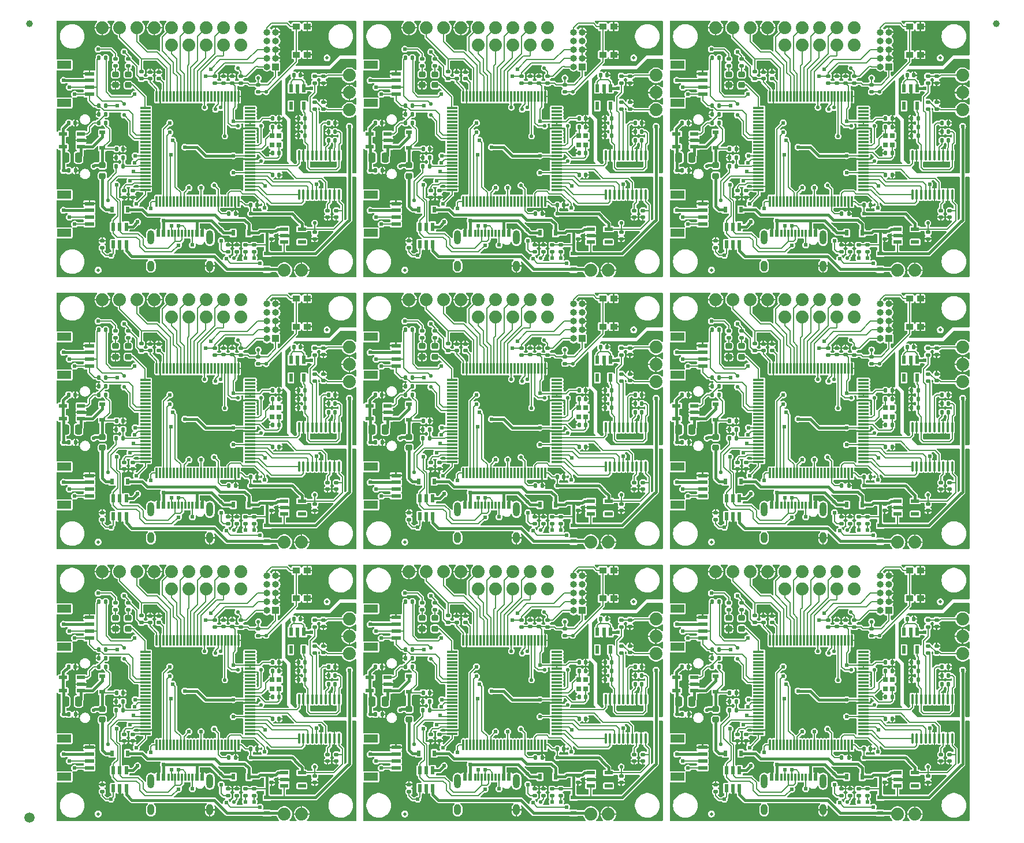
<source format=gtl>
%TF.GenerationSoftware,KiCad,Pcbnew,8.0.1*%
%TF.CreationDate,2024-09-05T10:17:41-06:00*%
%TF.ProjectId,SparkFun_Qwiic_WAV_Trigger_Pro_panelized,53706172-6b46-4756-9e5f-51776969635f,rev?*%
%TF.SameCoordinates,Original*%
%TF.FileFunction,Copper,L1,Top*%
%TF.FilePolarity,Positive*%
%FSLAX46Y46*%
G04 Gerber Fmt 4.6, Leading zero omitted, Abs format (unit mm)*
G04 Created by KiCad (PCBNEW 8.0.1) date 2024-09-05 10:17:41*
%MOMM*%
%LPD*%
G01*
G04 APERTURE LIST*
G04 Aperture macros list*
%AMRoundRect*
0 Rectangle with rounded corners*
0 $1 Rounding radius*
0 $2 $3 $4 $5 $6 $7 $8 $9 X,Y pos of 4 corners*
0 Add a 4 corners polygon primitive as box body*
4,1,4,$2,$3,$4,$5,$6,$7,$8,$9,$2,$3,0*
0 Add four circle primitives for the rounded corners*
1,1,$1+$1,$2,$3*
1,1,$1+$1,$4,$5*
1,1,$1+$1,$6,$7*
1,1,$1+$1,$8,$9*
0 Add four rect primitives between the rounded corners*
20,1,$1+$1,$2,$3,$4,$5,0*
20,1,$1+$1,$4,$5,$6,$7,0*
20,1,$1+$1,$6,$7,$8,$9,0*
20,1,$1+$1,$8,$9,$2,$3,0*%
G04 Aperture macros list end*
%TA.AperFunction,SMDPad,CuDef*%
%ADD10C,1.000000*%
%TD*%
%TA.AperFunction,SMDPad,CuDef*%
%ADD11C,1.500000*%
%TD*%
%TA.AperFunction,SMDPad,CuDef*%
%ADD12RoundRect,0.135000X0.135000X0.185000X-0.135000X0.185000X-0.135000X-0.185000X0.135000X-0.185000X0*%
%TD*%
%TA.AperFunction,SMDPad,CuDef*%
%ADD13RoundRect,0.140000X0.170000X-0.140000X0.170000X0.140000X-0.170000X0.140000X-0.170000X-0.140000X0*%
%TD*%
%TA.AperFunction,SMDPad,CuDef*%
%ADD14R,0.630000X0.830000*%
%TD*%
%TA.AperFunction,SMDPad,CuDef*%
%ADD15RoundRect,0.140000X-0.140000X-0.170000X0.140000X-0.170000X0.140000X0.170000X-0.140000X0.170000X0*%
%TD*%
%TA.AperFunction,SMDPad,CuDef*%
%ADD16RoundRect,0.135000X-0.185000X0.135000X-0.185000X-0.135000X0.185000X-0.135000X0.185000X0.135000X0*%
%TD*%
%TA.AperFunction,SMDPad,CuDef*%
%ADD17R,1.000000X0.900000*%
%TD*%
%TA.AperFunction,SMDPad,CuDef*%
%ADD18RoundRect,0.225000X-0.250000X0.225000X-0.250000X-0.225000X0.250000X-0.225000X0.250000X0.225000X0*%
%TD*%
%TA.AperFunction,SMDPad,CuDef*%
%ADD19RoundRect,0.135000X0.185000X-0.135000X0.185000X0.135000X-0.185000X0.135000X-0.185000X-0.135000X0*%
%TD*%
%TA.AperFunction,SMDPad,CuDef*%
%ADD20R,0.300000X1.000000*%
%TD*%
%TA.AperFunction,SMDPad,CuDef*%
%ADD21R,0.600000X1.000000*%
%TD*%
%TA.AperFunction,ComponentPad*%
%ADD22O,1.000000X1.600000*%
%TD*%
%TA.AperFunction,ComponentPad*%
%ADD23O,1.000000X2.100000*%
%TD*%
%TA.AperFunction,SMDPad,CuDef*%
%ADD24RoundRect,0.250000X-0.250000X-0.475000X0.250000X-0.475000X0.250000X0.475000X-0.250000X0.475000X0*%
%TD*%
%TA.AperFunction,SMDPad,CuDef*%
%ADD25R,0.830000X0.630000*%
%TD*%
%TA.AperFunction,SMDPad,CuDef*%
%ADD26R,0.700000X0.750000*%
%TD*%
%TA.AperFunction,SMDPad,CuDef*%
%ADD27R,1.350000X0.600000*%
%TD*%
%TA.AperFunction,SMDPad,CuDef*%
%ADD28R,2.000000X1.200000*%
%TD*%
%TA.AperFunction,SMDPad,CuDef*%
%ADD29C,0.500000*%
%TD*%
%TA.AperFunction,SMDPad,CuDef*%
%ADD30R,0.550000X1.200000*%
%TD*%
%TA.AperFunction,SMDPad,CuDef*%
%ADD31R,1.200000X0.550000*%
%TD*%
%TA.AperFunction,ComponentPad*%
%ADD32C,1.879600*%
%TD*%
%TA.AperFunction,SMDPad,CuDef*%
%ADD33RoundRect,0.140000X0.140000X0.170000X-0.140000X0.170000X-0.140000X-0.170000X0.140000X-0.170000X0*%
%TD*%
%TA.AperFunction,SMDPad,CuDef*%
%ADD34RoundRect,0.140000X-0.170000X0.140000X-0.170000X-0.140000X0.170000X-0.140000X0.170000X0.140000X0*%
%TD*%
%TA.AperFunction,SMDPad,CuDef*%
%ADD35RoundRect,0.100000X-0.100000X0.637500X-0.100000X-0.637500X0.100000X-0.637500X0.100000X0.637500X0*%
%TD*%
%TA.AperFunction,SMDPad,CuDef*%
%ADD36RoundRect,0.075000X0.725000X0.075000X-0.725000X0.075000X-0.725000X-0.075000X0.725000X-0.075000X0*%
%TD*%
%TA.AperFunction,SMDPad,CuDef*%
%ADD37RoundRect,0.075000X0.075000X0.725000X-0.075000X0.725000X-0.075000X-0.725000X0.075000X-0.725000X0*%
%TD*%
%TA.AperFunction,SMDPad,CuDef*%
%ADD38RoundRect,0.135000X-0.135000X-0.185000X0.135000X-0.185000X0.135000X0.185000X-0.135000X0.185000X0*%
%TD*%
%TA.AperFunction,SMDPad,CuDef*%
%ADD39RoundRect,0.218750X0.256250X-0.218750X0.256250X0.218750X-0.256250X0.218750X-0.256250X-0.218750X0*%
%TD*%
%TA.AperFunction,ComponentPad*%
%ADD40R,1.000000X1.000000*%
%TD*%
%TA.AperFunction,ComponentPad*%
%ADD41O,1.000000X1.000000*%
%TD*%
%TA.AperFunction,ViaPad*%
%ADD42C,0.560000*%
%TD*%
%TA.AperFunction,ViaPad*%
%ADD43C,0.609600*%
%TD*%
%TA.AperFunction,Conductor*%
%ADD44C,0.177800*%
%TD*%
%TA.AperFunction,Conductor*%
%ADD45C,0.406400*%
%TD*%
%TA.AperFunction,Conductor*%
%ADD46C,0.152400*%
%TD*%
G04 APERTURE END LIST*
D10*
%TO.P,,*%
%TO.N,*%
X138050000Y117135000D03*
%TD*%
%TO.P,,*%
%TO.N,*%
X-3700000Y117135000D03*
%TD*%
D11*
%TO.P,,*%
%TO.N,*%
X-3700000Y705000D03*
%TD*%
D12*
%TO.P,R11,1*%
%TO.N,Net-(JP5-B)*%
X97395000Y105140000D03*
%TO.P,R11,2*%
%TO.N,/CPU/I2C_SCK*%
X96375000Y105140000D03*
%TD*%
%TO.P,R11,1*%
%TO.N,Net-(JP5-B)*%
X97395000Y65270000D03*
%TO.P,R11,2*%
%TO.N,/CPU/I2C_SCK*%
X96375000Y65270000D03*
%TD*%
%TO.P,R11,1*%
%TO.N,Net-(JP5-B)*%
X97395000Y25400000D03*
%TO.P,R11,2*%
%TO.N,/CPU/I2C_SCK*%
X96375000Y25400000D03*
%TD*%
%TO.P,R11,1*%
%TO.N,Net-(JP5-B)*%
X52445000Y105140000D03*
%TO.P,R11,2*%
%TO.N,/CPU/I2C_SCK*%
X51425000Y105140000D03*
%TD*%
%TO.P,R11,1*%
%TO.N,Net-(JP5-B)*%
X52445000Y65270000D03*
%TO.P,R11,2*%
%TO.N,/CPU/I2C_SCK*%
X51425000Y65270000D03*
%TD*%
%TO.P,R11,1*%
%TO.N,Net-(JP5-B)*%
X52445000Y25400000D03*
%TO.P,R11,2*%
%TO.N,/CPU/I2C_SCK*%
X51425000Y25400000D03*
%TD*%
%TO.P,R11,1*%
%TO.N,Net-(JP5-B)*%
X7495000Y105140000D03*
%TO.P,R11,2*%
%TO.N,/CPU/I2C_SCK*%
X6475000Y105140000D03*
%TD*%
%TO.P,R11,1*%
%TO.N,Net-(JP5-B)*%
X7495000Y65270000D03*
%TO.P,R11,2*%
%TO.N,/CPU/I2C_SCK*%
X6475000Y65270000D03*
%TD*%
D13*
%TO.P,C23,1*%
%TO.N,LOUT*%
X129270000Y104660000D03*
%TO.P,C23,2*%
%TO.N,GNDA*%
X129270000Y105620000D03*
%TD*%
%TO.P,C23,1*%
%TO.N,LOUT*%
X129270000Y64790000D03*
%TO.P,C23,2*%
%TO.N,GNDA*%
X129270000Y65750000D03*
%TD*%
%TO.P,C23,1*%
%TO.N,LOUT*%
X129270000Y24920000D03*
%TO.P,C23,2*%
%TO.N,GNDA*%
X129270000Y25880000D03*
%TD*%
%TO.P,C23,1*%
%TO.N,LOUT*%
X84320000Y104660000D03*
%TO.P,C23,2*%
%TO.N,GNDA*%
X84320000Y105620000D03*
%TD*%
%TO.P,C23,1*%
%TO.N,LOUT*%
X84320000Y64790000D03*
%TO.P,C23,2*%
%TO.N,GNDA*%
X84320000Y65750000D03*
%TD*%
%TO.P,C23,1*%
%TO.N,LOUT*%
X84320000Y24920000D03*
%TO.P,C23,2*%
%TO.N,GNDA*%
X84320000Y25880000D03*
%TD*%
%TO.P,C23,1*%
%TO.N,LOUT*%
X39370000Y104660000D03*
%TO.P,C23,2*%
%TO.N,GNDA*%
X39370000Y105620000D03*
%TD*%
%TO.P,C23,1*%
%TO.N,LOUT*%
X39370000Y64790000D03*
%TO.P,C23,2*%
%TO.N,GNDA*%
X39370000Y65750000D03*
%TD*%
D14*
%TO.P,D6,A,A*%
%TO.N,VOUT*%
X98275000Y89900000D03*
%TO.P,D6,C,C*%
%TO.N,5V*%
X100575000Y89900000D03*
%TD*%
%TO.P,D6,A,A*%
%TO.N,VOUT*%
X98275000Y50030000D03*
%TO.P,D6,C,C*%
%TO.N,5V*%
X100575000Y50030000D03*
%TD*%
%TO.P,D6,A,A*%
%TO.N,VOUT*%
X98275000Y10160000D03*
%TO.P,D6,C,C*%
%TO.N,5V*%
X100575000Y10160000D03*
%TD*%
%TO.P,D6,A,A*%
%TO.N,VOUT*%
X53325000Y89900000D03*
%TO.P,D6,C,C*%
%TO.N,5V*%
X55625000Y89900000D03*
%TD*%
%TO.P,D6,A,A*%
%TO.N,VOUT*%
X53325000Y50030000D03*
%TO.P,D6,C,C*%
%TO.N,5V*%
X55625000Y50030000D03*
%TD*%
%TO.P,D6,A,A*%
%TO.N,VOUT*%
X53325000Y10160000D03*
%TO.P,D6,C,C*%
%TO.N,5V*%
X55625000Y10160000D03*
%TD*%
%TO.P,D6,A,A*%
%TO.N,VOUT*%
X8375000Y89900000D03*
%TO.P,D6,C,C*%
%TO.N,5V*%
X10675000Y89900000D03*
%TD*%
%TO.P,D6,A,A*%
%TO.N,VOUT*%
X8375000Y50030000D03*
%TO.P,D6,C,C*%
%TO.N,5V*%
X10675000Y50030000D03*
%TD*%
D15*
%TO.P,C14,1*%
%TO.N,5V*%
X124980000Y109585000D03*
%TO.P,C14,2*%
%TO.N,GNDA*%
X125940000Y109585000D03*
%TD*%
%TO.P,C14,1*%
%TO.N,5V*%
X124980000Y69715000D03*
%TO.P,C14,2*%
%TO.N,GNDA*%
X125940000Y69715000D03*
%TD*%
%TO.P,C14,1*%
%TO.N,5V*%
X124980000Y29845000D03*
%TO.P,C14,2*%
%TO.N,GNDA*%
X125940000Y29845000D03*
%TD*%
%TO.P,C14,1*%
%TO.N,5V*%
X80030000Y109585000D03*
%TO.P,C14,2*%
%TO.N,GNDA*%
X80990000Y109585000D03*
%TD*%
%TO.P,C14,1*%
%TO.N,5V*%
X80030000Y69715000D03*
%TO.P,C14,2*%
%TO.N,GNDA*%
X80990000Y69715000D03*
%TD*%
%TO.P,C14,1*%
%TO.N,5V*%
X80030000Y29845000D03*
%TO.P,C14,2*%
%TO.N,GNDA*%
X80990000Y29845000D03*
%TD*%
%TO.P,C14,1*%
%TO.N,5V*%
X35080000Y109585000D03*
%TO.P,C14,2*%
%TO.N,GNDA*%
X36040000Y109585000D03*
%TD*%
%TO.P,C14,1*%
%TO.N,5V*%
X35080000Y69715000D03*
%TO.P,C14,2*%
%TO.N,GNDA*%
X36040000Y69715000D03*
%TD*%
D13*
%TO.P,C6,1*%
%TO.N,3.3V*%
X103870000Y109105000D03*
%TO.P,C6,2*%
%TO.N,GND*%
X103870000Y110065000D03*
%TD*%
%TO.P,C6,1*%
%TO.N,3.3V*%
X103870000Y69235000D03*
%TO.P,C6,2*%
%TO.N,GND*%
X103870000Y70195000D03*
%TD*%
%TO.P,C6,1*%
%TO.N,3.3V*%
X103870000Y29365000D03*
%TO.P,C6,2*%
%TO.N,GND*%
X103870000Y30325000D03*
%TD*%
%TO.P,C6,1*%
%TO.N,3.3V*%
X58920000Y109105000D03*
%TO.P,C6,2*%
%TO.N,GND*%
X58920000Y110065000D03*
%TD*%
%TO.P,C6,1*%
%TO.N,3.3V*%
X58920000Y69235000D03*
%TO.P,C6,2*%
%TO.N,GND*%
X58920000Y70195000D03*
%TD*%
%TO.P,C6,1*%
%TO.N,3.3V*%
X58920000Y29365000D03*
%TO.P,C6,2*%
%TO.N,GND*%
X58920000Y30325000D03*
%TD*%
%TO.P,C6,1*%
%TO.N,3.3V*%
X13970000Y109105000D03*
%TO.P,C6,2*%
%TO.N,GND*%
X13970000Y110065000D03*
%TD*%
%TO.P,C6,1*%
%TO.N,3.3V*%
X13970000Y69235000D03*
%TO.P,C6,2*%
%TO.N,GND*%
X13970000Y70195000D03*
%TD*%
D16*
%TO.P,R19,1*%
%TO.N,3.3V*%
X100695000Y112000000D03*
%TO.P,R19,2*%
%TO.N,Net-(D4-A)*%
X100695000Y110980000D03*
%TD*%
%TO.P,R19,1*%
%TO.N,3.3V*%
X100695000Y72130000D03*
%TO.P,R19,2*%
%TO.N,Net-(D4-A)*%
X100695000Y71110000D03*
%TD*%
%TO.P,R19,1*%
%TO.N,3.3V*%
X100695000Y32260000D03*
%TO.P,R19,2*%
%TO.N,Net-(D4-A)*%
X100695000Y31240000D03*
%TD*%
%TO.P,R19,1*%
%TO.N,3.3V*%
X55745000Y112000000D03*
%TO.P,R19,2*%
%TO.N,Net-(D4-A)*%
X55745000Y110980000D03*
%TD*%
%TO.P,R19,1*%
%TO.N,3.3V*%
X55745000Y72130000D03*
%TO.P,R19,2*%
%TO.N,Net-(D4-A)*%
X55745000Y71110000D03*
%TD*%
%TO.P,R19,1*%
%TO.N,3.3V*%
X55745000Y32260000D03*
%TO.P,R19,2*%
%TO.N,Net-(D4-A)*%
X55745000Y31240000D03*
%TD*%
%TO.P,R19,1*%
%TO.N,3.3V*%
X10795000Y112000000D03*
%TO.P,R19,2*%
%TO.N,Net-(D4-A)*%
X10795000Y110980000D03*
%TD*%
%TO.P,R19,1*%
%TO.N,3.3V*%
X10795000Y72130000D03*
%TO.P,R19,2*%
%TO.N,Net-(D4-A)*%
X10795000Y71110000D03*
%TD*%
D17*
%TO.P,SW1,1,1*%
%TO.N,/CPU/~{RST}*%
X125295000Y112615000D03*
X125295000Y116715000D03*
%TO.P,SW1,2,2*%
%TO.N,GND*%
X126895000Y112615000D03*
X126895000Y116715000D03*
%TD*%
%TO.P,SW1,1,1*%
%TO.N,/CPU/~{RST}*%
X125295000Y72745000D03*
X125295000Y76845000D03*
%TO.P,SW1,2,2*%
%TO.N,GND*%
X126895000Y72745000D03*
X126895000Y76845000D03*
%TD*%
%TO.P,SW1,1,1*%
%TO.N,/CPU/~{RST}*%
X125295000Y32875000D03*
X125295000Y36975000D03*
%TO.P,SW1,2,2*%
%TO.N,GND*%
X126895000Y32875000D03*
X126895000Y36975000D03*
%TD*%
%TO.P,SW1,1,1*%
%TO.N,/CPU/~{RST}*%
X80345000Y112615000D03*
X80345000Y116715000D03*
%TO.P,SW1,2,2*%
%TO.N,GND*%
X81945000Y112615000D03*
X81945000Y116715000D03*
%TD*%
%TO.P,SW1,1,1*%
%TO.N,/CPU/~{RST}*%
X80345000Y72745000D03*
X80345000Y76845000D03*
%TO.P,SW1,2,2*%
%TO.N,GND*%
X81945000Y72745000D03*
X81945000Y76845000D03*
%TD*%
%TO.P,SW1,1,1*%
%TO.N,/CPU/~{RST}*%
X80345000Y32875000D03*
X80345000Y36975000D03*
%TO.P,SW1,2,2*%
%TO.N,GND*%
X81945000Y32875000D03*
X81945000Y36975000D03*
%TD*%
%TO.P,SW1,1,1*%
%TO.N,/CPU/~{RST}*%
X35395000Y112615000D03*
X35395000Y116715000D03*
%TO.P,SW1,2,2*%
%TO.N,GND*%
X36995000Y112615000D03*
X36995000Y116715000D03*
%TD*%
%TO.P,SW1,1,1*%
%TO.N,/CPU/~{RST}*%
X35395000Y72745000D03*
X35395000Y76845000D03*
%TO.P,SW1,2,2*%
%TO.N,GND*%
X36995000Y72745000D03*
X36995000Y76845000D03*
%TD*%
D18*
%TO.P,L2,1,1*%
%TO.N,Net-(C27-Pad1)*%
X96885000Y96390000D03*
%TO.P,L2,2,2*%
%TO.N,VOUT*%
X96885000Y94840000D03*
%TD*%
%TO.P,L2,1,1*%
%TO.N,Net-(C27-Pad1)*%
X96885000Y56520000D03*
%TO.P,L2,2,2*%
%TO.N,VOUT*%
X96885000Y54970000D03*
%TD*%
%TO.P,L2,1,1*%
%TO.N,Net-(C27-Pad1)*%
X96885000Y16650000D03*
%TO.P,L2,2,2*%
%TO.N,VOUT*%
X96885000Y15100000D03*
%TD*%
%TO.P,L2,1,1*%
%TO.N,Net-(C27-Pad1)*%
X51935000Y96390000D03*
%TO.P,L2,2,2*%
%TO.N,VOUT*%
X51935000Y94840000D03*
%TD*%
%TO.P,L2,1,1*%
%TO.N,Net-(C27-Pad1)*%
X51935000Y56520000D03*
%TO.P,L2,2,2*%
%TO.N,VOUT*%
X51935000Y54970000D03*
%TD*%
%TO.P,L2,1,1*%
%TO.N,Net-(C27-Pad1)*%
X51935000Y16650000D03*
%TO.P,L2,2,2*%
%TO.N,VOUT*%
X51935000Y15100000D03*
%TD*%
%TO.P,L2,1,1*%
%TO.N,Net-(C27-Pad1)*%
X6985000Y96390000D03*
%TO.P,L2,2,2*%
%TO.N,VOUT*%
X6985000Y94840000D03*
%TD*%
%TO.P,L2,1,1*%
%TO.N,Net-(C27-Pad1)*%
X6985000Y56520000D03*
%TO.P,L2,2,2*%
%TO.N,VOUT*%
X6985000Y54970000D03*
%TD*%
D19*
%TO.P,R18,1*%
%TO.N,3.3V*%
X113395000Y108440000D03*
%TO.P,R18,2*%
%TO.N,/CPU/SWCLK*%
X113395000Y109460000D03*
%TD*%
%TO.P,R18,1*%
%TO.N,3.3V*%
X113395000Y68570000D03*
%TO.P,R18,2*%
%TO.N,/CPU/SWCLK*%
X113395000Y69590000D03*
%TD*%
%TO.P,R18,1*%
%TO.N,3.3V*%
X113395000Y28700000D03*
%TO.P,R18,2*%
%TO.N,/CPU/SWCLK*%
X113395000Y29720000D03*
%TD*%
%TO.P,R18,1*%
%TO.N,3.3V*%
X68445000Y108440000D03*
%TO.P,R18,2*%
%TO.N,/CPU/SWCLK*%
X68445000Y109460000D03*
%TD*%
%TO.P,R18,1*%
%TO.N,3.3V*%
X68445000Y68570000D03*
%TO.P,R18,2*%
%TO.N,/CPU/SWCLK*%
X68445000Y69590000D03*
%TD*%
%TO.P,R18,1*%
%TO.N,3.3V*%
X68445000Y28700000D03*
%TO.P,R18,2*%
%TO.N,/CPU/SWCLK*%
X68445000Y29720000D03*
%TD*%
%TO.P,R18,1*%
%TO.N,3.3V*%
X23495000Y108440000D03*
%TO.P,R18,2*%
%TO.N,/CPU/SWCLK*%
X23495000Y109460000D03*
%TD*%
%TO.P,R18,1*%
%TO.N,3.3V*%
X23495000Y68570000D03*
%TO.P,R18,2*%
%TO.N,/CPU/SWCLK*%
X23495000Y69590000D03*
%TD*%
D20*
%TO.P,J2,A5,CC1*%
%TO.N,Net-(J2-CC1)*%
X107065000Y86385000D03*
%TO.P,J2,A6,D+*%
%TO.N,/CPU/USB_FS_DP*%
X108065000Y86385000D03*
%TO.P,J2,A7,D-*%
%TO.N,/CPU/USB_FS_DM*%
X108565000Y86385000D03*
%TO.P,J2,A8,NC*%
%TO.N,unconnected-(J2-NC-PadA8)*%
X109565000Y86385000D03*
%TO.P,J2,B5,CC2*%
%TO.N,Net-(J2-CC2)*%
X110065000Y86385000D03*
%TO.P,J2,B6,D+*%
%TO.N,/CPU/USB_FS_DP*%
X109065000Y86385000D03*
%TO.P,J2,B7,D-*%
%TO.N,/CPU/USB_FS_DM*%
X107565000Y86385000D03*
%TO.P,J2,B8,NC*%
%TO.N,unconnected-(J2-NC-PadB8)*%
X106565000Y86385000D03*
D21*
%TO.P,J2,GND,GND*%
%TO.N,GND*%
X105090000Y86385000D03*
X111540000Y86385000D03*
D22*
%TO.P,J2,NC1,NC*%
%TO.N,unconnected-(J2-NC-PadNC1)*%
X103997000Y81630000D03*
D23*
%TO.P,J2,NC2,NC*%
%TO.N,unconnected-(J2-NC-PadNC2)*%
X103997000Y85810000D03*
%TO.P,J2,NC3,NC*%
%TO.N,unconnected-(J2-NC-PadNC3)*%
X112633000Y85810000D03*
D22*
%TO.P,J2,S,SHIELD*%
%TO.N,GND*%
X112633000Y81630000D03*
D21*
%TO.P,J2,VBUS,VBUS*%
%TO.N,VUSB*%
X105865000Y86385000D03*
X110765000Y86385000D03*
%TD*%
D20*
%TO.P,J2,A5,CC1*%
%TO.N,Net-(J2-CC1)*%
X107065000Y46515000D03*
%TO.P,J2,A6,D+*%
%TO.N,/CPU/USB_FS_DP*%
X108065000Y46515000D03*
%TO.P,J2,A7,D-*%
%TO.N,/CPU/USB_FS_DM*%
X108565000Y46515000D03*
%TO.P,J2,A8,NC*%
%TO.N,unconnected-(J2-NC-PadA8)*%
X109565000Y46515000D03*
%TO.P,J2,B5,CC2*%
%TO.N,Net-(J2-CC2)*%
X110065000Y46515000D03*
%TO.P,J2,B6,D+*%
%TO.N,/CPU/USB_FS_DP*%
X109065000Y46515000D03*
%TO.P,J2,B7,D-*%
%TO.N,/CPU/USB_FS_DM*%
X107565000Y46515000D03*
%TO.P,J2,B8,NC*%
%TO.N,unconnected-(J2-NC-PadB8)*%
X106565000Y46515000D03*
D21*
%TO.P,J2,GND,GND*%
%TO.N,GND*%
X105090000Y46515000D03*
X111540000Y46515000D03*
D22*
%TO.P,J2,NC1,NC*%
%TO.N,unconnected-(J2-NC-PadNC1)*%
X103997000Y41760000D03*
D23*
%TO.P,J2,NC2,NC*%
%TO.N,unconnected-(J2-NC-PadNC2)*%
X103997000Y45940000D03*
%TO.P,J2,NC3,NC*%
%TO.N,unconnected-(J2-NC-PadNC3)*%
X112633000Y45940000D03*
D22*
%TO.P,J2,S,SHIELD*%
%TO.N,GND*%
X112633000Y41760000D03*
D21*
%TO.P,J2,VBUS,VBUS*%
%TO.N,VUSB*%
X105865000Y46515000D03*
X110765000Y46515000D03*
%TD*%
D20*
%TO.P,J2,A5,CC1*%
%TO.N,Net-(J2-CC1)*%
X107065000Y6645000D03*
%TO.P,J2,A6,D+*%
%TO.N,/CPU/USB_FS_DP*%
X108065000Y6645000D03*
%TO.P,J2,A7,D-*%
%TO.N,/CPU/USB_FS_DM*%
X108565000Y6645000D03*
%TO.P,J2,A8,NC*%
%TO.N,unconnected-(J2-NC-PadA8)*%
X109565000Y6645000D03*
%TO.P,J2,B5,CC2*%
%TO.N,Net-(J2-CC2)*%
X110065000Y6645000D03*
%TO.P,J2,B6,D+*%
%TO.N,/CPU/USB_FS_DP*%
X109065000Y6645000D03*
%TO.P,J2,B7,D-*%
%TO.N,/CPU/USB_FS_DM*%
X107565000Y6645000D03*
%TO.P,J2,B8,NC*%
%TO.N,unconnected-(J2-NC-PadB8)*%
X106565000Y6645000D03*
D21*
%TO.P,J2,GND,GND*%
%TO.N,GND*%
X105090000Y6645000D03*
X111540000Y6645000D03*
D22*
%TO.P,J2,NC1,NC*%
%TO.N,unconnected-(J2-NC-PadNC1)*%
X103997000Y1890000D03*
D23*
%TO.P,J2,NC2,NC*%
%TO.N,unconnected-(J2-NC-PadNC2)*%
X103997000Y6070000D03*
%TO.P,J2,NC3,NC*%
%TO.N,unconnected-(J2-NC-PadNC3)*%
X112633000Y6070000D03*
D22*
%TO.P,J2,S,SHIELD*%
%TO.N,GND*%
X112633000Y1890000D03*
D21*
%TO.P,J2,VBUS,VBUS*%
%TO.N,VUSB*%
X105865000Y6645000D03*
X110765000Y6645000D03*
%TD*%
D20*
%TO.P,J2,A5,CC1*%
%TO.N,Net-(J2-CC1)*%
X62115000Y86385000D03*
%TO.P,J2,A6,D+*%
%TO.N,/CPU/USB_FS_DP*%
X63115000Y86385000D03*
%TO.P,J2,A7,D-*%
%TO.N,/CPU/USB_FS_DM*%
X63615000Y86385000D03*
%TO.P,J2,A8,NC*%
%TO.N,unconnected-(J2-NC-PadA8)*%
X64615000Y86385000D03*
%TO.P,J2,B5,CC2*%
%TO.N,Net-(J2-CC2)*%
X65115000Y86385000D03*
%TO.P,J2,B6,D+*%
%TO.N,/CPU/USB_FS_DP*%
X64115000Y86385000D03*
%TO.P,J2,B7,D-*%
%TO.N,/CPU/USB_FS_DM*%
X62615000Y86385000D03*
%TO.P,J2,B8,NC*%
%TO.N,unconnected-(J2-NC-PadB8)*%
X61615000Y86385000D03*
D21*
%TO.P,J2,GND,GND*%
%TO.N,GND*%
X60140000Y86385000D03*
X66590000Y86385000D03*
D22*
%TO.P,J2,NC1,NC*%
%TO.N,unconnected-(J2-NC-PadNC1)*%
X59047000Y81630000D03*
D23*
%TO.P,J2,NC2,NC*%
%TO.N,unconnected-(J2-NC-PadNC2)*%
X59047000Y85810000D03*
%TO.P,J2,NC3,NC*%
%TO.N,unconnected-(J2-NC-PadNC3)*%
X67683000Y85810000D03*
D22*
%TO.P,J2,S,SHIELD*%
%TO.N,GND*%
X67683000Y81630000D03*
D21*
%TO.P,J2,VBUS,VBUS*%
%TO.N,VUSB*%
X60915000Y86385000D03*
X65815000Y86385000D03*
%TD*%
D20*
%TO.P,J2,A5,CC1*%
%TO.N,Net-(J2-CC1)*%
X62115000Y46515000D03*
%TO.P,J2,A6,D+*%
%TO.N,/CPU/USB_FS_DP*%
X63115000Y46515000D03*
%TO.P,J2,A7,D-*%
%TO.N,/CPU/USB_FS_DM*%
X63615000Y46515000D03*
%TO.P,J2,A8,NC*%
%TO.N,unconnected-(J2-NC-PadA8)*%
X64615000Y46515000D03*
%TO.P,J2,B5,CC2*%
%TO.N,Net-(J2-CC2)*%
X65115000Y46515000D03*
%TO.P,J2,B6,D+*%
%TO.N,/CPU/USB_FS_DP*%
X64115000Y46515000D03*
%TO.P,J2,B7,D-*%
%TO.N,/CPU/USB_FS_DM*%
X62615000Y46515000D03*
%TO.P,J2,B8,NC*%
%TO.N,unconnected-(J2-NC-PadB8)*%
X61615000Y46515000D03*
D21*
%TO.P,J2,GND,GND*%
%TO.N,GND*%
X60140000Y46515000D03*
X66590000Y46515000D03*
D22*
%TO.P,J2,NC1,NC*%
%TO.N,unconnected-(J2-NC-PadNC1)*%
X59047000Y41760000D03*
D23*
%TO.P,J2,NC2,NC*%
%TO.N,unconnected-(J2-NC-PadNC2)*%
X59047000Y45940000D03*
%TO.P,J2,NC3,NC*%
%TO.N,unconnected-(J2-NC-PadNC3)*%
X67683000Y45940000D03*
D22*
%TO.P,J2,S,SHIELD*%
%TO.N,GND*%
X67683000Y41760000D03*
D21*
%TO.P,J2,VBUS,VBUS*%
%TO.N,VUSB*%
X60915000Y46515000D03*
X65815000Y46515000D03*
%TD*%
D20*
%TO.P,J2,A5,CC1*%
%TO.N,Net-(J2-CC1)*%
X62115000Y6645000D03*
%TO.P,J2,A6,D+*%
%TO.N,/CPU/USB_FS_DP*%
X63115000Y6645000D03*
%TO.P,J2,A7,D-*%
%TO.N,/CPU/USB_FS_DM*%
X63615000Y6645000D03*
%TO.P,J2,A8,NC*%
%TO.N,unconnected-(J2-NC-PadA8)*%
X64615000Y6645000D03*
%TO.P,J2,B5,CC2*%
%TO.N,Net-(J2-CC2)*%
X65115000Y6645000D03*
%TO.P,J2,B6,D+*%
%TO.N,/CPU/USB_FS_DP*%
X64115000Y6645000D03*
%TO.P,J2,B7,D-*%
%TO.N,/CPU/USB_FS_DM*%
X62615000Y6645000D03*
%TO.P,J2,B8,NC*%
%TO.N,unconnected-(J2-NC-PadB8)*%
X61615000Y6645000D03*
D21*
%TO.P,J2,GND,GND*%
%TO.N,GND*%
X60140000Y6645000D03*
X66590000Y6645000D03*
D22*
%TO.P,J2,NC1,NC*%
%TO.N,unconnected-(J2-NC-PadNC1)*%
X59047000Y1890000D03*
D23*
%TO.P,J2,NC2,NC*%
%TO.N,unconnected-(J2-NC-PadNC2)*%
X59047000Y6070000D03*
%TO.P,J2,NC3,NC*%
%TO.N,unconnected-(J2-NC-PadNC3)*%
X67683000Y6070000D03*
D22*
%TO.P,J2,S,SHIELD*%
%TO.N,GND*%
X67683000Y1890000D03*
D21*
%TO.P,J2,VBUS,VBUS*%
%TO.N,VUSB*%
X60915000Y6645000D03*
X65815000Y6645000D03*
%TD*%
D20*
%TO.P,J2,A5,CC1*%
%TO.N,Net-(J2-CC1)*%
X17165000Y86385000D03*
%TO.P,J2,A6,D+*%
%TO.N,/CPU/USB_FS_DP*%
X18165000Y86385000D03*
%TO.P,J2,A7,D-*%
%TO.N,/CPU/USB_FS_DM*%
X18665000Y86385000D03*
%TO.P,J2,A8,NC*%
%TO.N,unconnected-(J2-NC-PadA8)*%
X19665000Y86385000D03*
%TO.P,J2,B5,CC2*%
%TO.N,Net-(J2-CC2)*%
X20165000Y86385000D03*
%TO.P,J2,B6,D+*%
%TO.N,/CPU/USB_FS_DP*%
X19165000Y86385000D03*
%TO.P,J2,B7,D-*%
%TO.N,/CPU/USB_FS_DM*%
X17665000Y86385000D03*
%TO.P,J2,B8,NC*%
%TO.N,unconnected-(J2-NC-PadB8)*%
X16665000Y86385000D03*
D21*
%TO.P,J2,GND,GND*%
%TO.N,GND*%
X15190000Y86385000D03*
X21640000Y86385000D03*
D22*
%TO.P,J2,NC1,NC*%
%TO.N,unconnected-(J2-NC-PadNC1)*%
X14097000Y81630000D03*
D23*
%TO.P,J2,NC2,NC*%
%TO.N,unconnected-(J2-NC-PadNC2)*%
X14097000Y85810000D03*
%TO.P,J2,NC3,NC*%
%TO.N,unconnected-(J2-NC-PadNC3)*%
X22733000Y85810000D03*
D22*
%TO.P,J2,S,SHIELD*%
%TO.N,GND*%
X22733000Y81630000D03*
D21*
%TO.P,J2,VBUS,VBUS*%
%TO.N,VUSB*%
X15965000Y86385000D03*
X20865000Y86385000D03*
%TD*%
D20*
%TO.P,J2,A5,CC1*%
%TO.N,Net-(J2-CC1)*%
X17165000Y46515000D03*
%TO.P,J2,A6,D+*%
%TO.N,/CPU/USB_FS_DP*%
X18165000Y46515000D03*
%TO.P,J2,A7,D-*%
%TO.N,/CPU/USB_FS_DM*%
X18665000Y46515000D03*
%TO.P,J2,A8,NC*%
%TO.N,unconnected-(J2-NC-PadA8)*%
X19665000Y46515000D03*
%TO.P,J2,B5,CC2*%
%TO.N,Net-(J2-CC2)*%
X20165000Y46515000D03*
%TO.P,J2,B6,D+*%
%TO.N,/CPU/USB_FS_DP*%
X19165000Y46515000D03*
%TO.P,J2,B7,D-*%
%TO.N,/CPU/USB_FS_DM*%
X17665000Y46515000D03*
%TO.P,J2,B8,NC*%
%TO.N,unconnected-(J2-NC-PadB8)*%
X16665000Y46515000D03*
D21*
%TO.P,J2,GND,GND*%
%TO.N,GND*%
X15190000Y46515000D03*
X21640000Y46515000D03*
D22*
%TO.P,J2,NC1,NC*%
%TO.N,unconnected-(J2-NC-PadNC1)*%
X14097000Y41760000D03*
D23*
%TO.P,J2,NC2,NC*%
%TO.N,unconnected-(J2-NC-PadNC2)*%
X14097000Y45940000D03*
%TO.P,J2,NC3,NC*%
%TO.N,unconnected-(J2-NC-PadNC3)*%
X22733000Y45940000D03*
D22*
%TO.P,J2,S,SHIELD*%
%TO.N,GND*%
X22733000Y41760000D03*
D21*
%TO.P,J2,VBUS,VBUS*%
%TO.N,VUSB*%
X15965000Y46515000D03*
X20865000Y46515000D03*
%TD*%
D19*
%TO.P,R5,1*%
%TO.N,Net-(JP2-A)*%
X116570000Y83675000D03*
%TO.P,R5,2*%
%TO.N,GND*%
X116570000Y84695000D03*
%TD*%
%TO.P,R5,1*%
%TO.N,Net-(JP2-A)*%
X116570000Y43805000D03*
%TO.P,R5,2*%
%TO.N,GND*%
X116570000Y44825000D03*
%TD*%
%TO.P,R5,1*%
%TO.N,Net-(JP2-A)*%
X116570000Y3935000D03*
%TO.P,R5,2*%
%TO.N,GND*%
X116570000Y4955000D03*
%TD*%
%TO.P,R5,1*%
%TO.N,Net-(JP2-A)*%
X71620000Y83675000D03*
%TO.P,R5,2*%
%TO.N,GND*%
X71620000Y84695000D03*
%TD*%
%TO.P,R5,1*%
%TO.N,Net-(JP2-A)*%
X71620000Y43805000D03*
%TO.P,R5,2*%
%TO.N,GND*%
X71620000Y44825000D03*
%TD*%
%TO.P,R5,1*%
%TO.N,Net-(JP2-A)*%
X71620000Y3935000D03*
%TO.P,R5,2*%
%TO.N,GND*%
X71620000Y4955000D03*
%TD*%
%TO.P,R5,1*%
%TO.N,Net-(JP2-A)*%
X26670000Y83675000D03*
%TO.P,R5,2*%
%TO.N,GND*%
X26670000Y84695000D03*
%TD*%
%TO.P,R5,1*%
%TO.N,Net-(JP2-A)*%
X26670000Y43805000D03*
%TO.P,R5,2*%
%TO.N,GND*%
X26670000Y44825000D03*
%TD*%
D24*
%TO.P,L1,1,1*%
%TO.N,3.3V_P*%
X91490000Y97520000D03*
%TO.P,L1,2,2*%
%TO.N,Net-(U6-SW)*%
X93390000Y97520000D03*
%TD*%
%TO.P,L1,1,1*%
%TO.N,3.3V_P*%
X91490000Y57650000D03*
%TO.P,L1,2,2*%
%TO.N,Net-(U6-SW)*%
X93390000Y57650000D03*
%TD*%
%TO.P,L1,1,1*%
%TO.N,3.3V_P*%
X91490000Y17780000D03*
%TO.P,L1,2,2*%
%TO.N,Net-(U6-SW)*%
X93390000Y17780000D03*
%TD*%
%TO.P,L1,1,1*%
%TO.N,3.3V_P*%
X46540000Y97520000D03*
%TO.P,L1,2,2*%
%TO.N,Net-(U6-SW)*%
X48440000Y97520000D03*
%TD*%
%TO.P,L1,1,1*%
%TO.N,3.3V_P*%
X46540000Y57650000D03*
%TO.P,L1,2,2*%
%TO.N,Net-(U6-SW)*%
X48440000Y57650000D03*
%TD*%
%TO.P,L1,1,1*%
%TO.N,3.3V_P*%
X46540000Y17780000D03*
%TO.P,L1,2,2*%
%TO.N,Net-(U6-SW)*%
X48440000Y17780000D03*
%TD*%
%TO.P,L1,1,1*%
%TO.N,3.3V_P*%
X1590000Y97520000D03*
%TO.P,L1,2,2*%
%TO.N,Net-(U6-SW)*%
X3490000Y97520000D03*
%TD*%
%TO.P,L1,1,1*%
%TO.N,3.3V_P*%
X1590000Y57650000D03*
%TO.P,L1,2,2*%
%TO.N,Net-(U6-SW)*%
X3490000Y57650000D03*
%TD*%
D19*
%TO.P,R20,1*%
%TO.N,3.3V*%
X117205000Y108440000D03*
%TO.P,R20,2*%
%TO.N,/CPU/SWDIO*%
X117205000Y109460000D03*
%TD*%
%TO.P,R20,1*%
%TO.N,3.3V*%
X117205000Y68570000D03*
%TO.P,R20,2*%
%TO.N,/CPU/SWDIO*%
X117205000Y69590000D03*
%TD*%
%TO.P,R20,1*%
%TO.N,3.3V*%
X117205000Y28700000D03*
%TO.P,R20,2*%
%TO.N,/CPU/SWDIO*%
X117205000Y29720000D03*
%TD*%
%TO.P,R20,1*%
%TO.N,3.3V*%
X72255000Y108440000D03*
%TO.P,R20,2*%
%TO.N,/CPU/SWDIO*%
X72255000Y109460000D03*
%TD*%
%TO.P,R20,1*%
%TO.N,3.3V*%
X72255000Y68570000D03*
%TO.P,R20,2*%
%TO.N,/CPU/SWDIO*%
X72255000Y69590000D03*
%TD*%
%TO.P,R20,1*%
%TO.N,3.3V*%
X72255000Y28700000D03*
%TO.P,R20,2*%
%TO.N,/CPU/SWDIO*%
X72255000Y29720000D03*
%TD*%
%TO.P,R20,1*%
%TO.N,3.3V*%
X27305000Y108440000D03*
%TO.P,R20,2*%
%TO.N,/CPU/SWDIO*%
X27305000Y109460000D03*
%TD*%
%TO.P,R20,1*%
%TO.N,3.3V*%
X27305000Y68570000D03*
%TO.P,R20,2*%
%TO.N,/CPU/SWDIO*%
X27305000Y69590000D03*
%TD*%
D15*
%TO.P,C10,1*%
%TO.N,3.3V*%
X121805000Y94980000D03*
%TO.P,C10,2*%
%TO.N,GND*%
X122765000Y94980000D03*
%TD*%
%TO.P,C10,1*%
%TO.N,3.3V*%
X121805000Y55110000D03*
%TO.P,C10,2*%
%TO.N,GND*%
X122765000Y55110000D03*
%TD*%
%TO.P,C10,1*%
%TO.N,3.3V*%
X121805000Y15240000D03*
%TO.P,C10,2*%
%TO.N,GND*%
X122765000Y15240000D03*
%TD*%
%TO.P,C10,1*%
%TO.N,3.3V*%
X76855000Y94980000D03*
%TO.P,C10,2*%
%TO.N,GND*%
X77815000Y94980000D03*
%TD*%
%TO.P,C10,1*%
%TO.N,3.3V*%
X76855000Y55110000D03*
%TO.P,C10,2*%
%TO.N,GND*%
X77815000Y55110000D03*
%TD*%
%TO.P,C10,1*%
%TO.N,3.3V*%
X76855000Y15240000D03*
%TO.P,C10,2*%
%TO.N,GND*%
X77815000Y15240000D03*
%TD*%
%TO.P,C10,1*%
%TO.N,3.3V*%
X31905000Y94980000D03*
%TO.P,C10,2*%
%TO.N,GND*%
X32865000Y94980000D03*
%TD*%
%TO.P,C10,1*%
%TO.N,3.3V*%
X31905000Y55110000D03*
%TO.P,C10,2*%
%TO.N,GND*%
X32865000Y55110000D03*
%TD*%
D25*
%TO.P,D2,A,A*%
%TO.N,VIN*%
X121015000Y81130000D03*
%TO.P,D2,C,C*%
%TO.N,5V*%
X121015000Y83430000D03*
%TD*%
%TO.P,D2,A,A*%
%TO.N,VIN*%
X121015000Y41260000D03*
%TO.P,D2,C,C*%
%TO.N,5V*%
X121015000Y43560000D03*
%TD*%
%TO.P,D2,A,A*%
%TO.N,VIN*%
X121015000Y1390000D03*
%TO.P,D2,C,C*%
%TO.N,5V*%
X121015000Y3690000D03*
%TD*%
%TO.P,D2,A,A*%
%TO.N,VIN*%
X76065000Y81130000D03*
%TO.P,D2,C,C*%
%TO.N,5V*%
X76065000Y83430000D03*
%TD*%
%TO.P,D2,A,A*%
%TO.N,VIN*%
X76065000Y41260000D03*
%TO.P,D2,C,C*%
%TO.N,5V*%
X76065000Y43560000D03*
%TD*%
%TO.P,D2,A,A*%
%TO.N,VIN*%
X76065000Y1390000D03*
%TO.P,D2,C,C*%
%TO.N,5V*%
X76065000Y3690000D03*
%TD*%
%TO.P,D2,A,A*%
%TO.N,VIN*%
X31115000Y81130000D03*
%TO.P,D2,C,C*%
%TO.N,5V*%
X31115000Y83430000D03*
%TD*%
%TO.P,D2,A,A*%
%TO.N,VIN*%
X31115000Y41260000D03*
%TO.P,D2,C,C*%
%TO.N,5V*%
X31115000Y43560000D03*
%TD*%
D12*
%TO.P,R15,1*%
%TO.N,Net-(JP5-A)*%
X97395000Y112125000D03*
%TO.P,R15,2*%
%TO.N,/CPU/I2C_SDA*%
X96375000Y112125000D03*
%TD*%
%TO.P,R15,1*%
%TO.N,Net-(JP5-A)*%
X97395000Y72255000D03*
%TO.P,R15,2*%
%TO.N,/CPU/I2C_SDA*%
X96375000Y72255000D03*
%TD*%
%TO.P,R15,1*%
%TO.N,Net-(JP5-A)*%
X97395000Y32385000D03*
%TO.P,R15,2*%
%TO.N,/CPU/I2C_SDA*%
X96375000Y32385000D03*
%TD*%
%TO.P,R15,1*%
%TO.N,Net-(JP5-A)*%
X52445000Y112125000D03*
%TO.P,R15,2*%
%TO.N,/CPU/I2C_SDA*%
X51425000Y112125000D03*
%TD*%
%TO.P,R15,1*%
%TO.N,Net-(JP5-A)*%
X52445000Y72255000D03*
%TO.P,R15,2*%
%TO.N,/CPU/I2C_SDA*%
X51425000Y72255000D03*
%TD*%
%TO.P,R15,1*%
%TO.N,Net-(JP5-A)*%
X52445000Y32385000D03*
%TO.P,R15,2*%
%TO.N,/CPU/I2C_SDA*%
X51425000Y32385000D03*
%TD*%
%TO.P,R15,1*%
%TO.N,Net-(JP5-A)*%
X7495000Y112125000D03*
%TO.P,R15,2*%
%TO.N,/CPU/I2C_SDA*%
X6475000Y112125000D03*
%TD*%
%TO.P,R15,1*%
%TO.N,Net-(JP5-A)*%
X7495000Y72255000D03*
%TO.P,R15,2*%
%TO.N,/CPU/I2C_SDA*%
X6475000Y72255000D03*
%TD*%
D26*
%TO.P,Y1,1,1*%
%TO.N,Net-(U3-PH1)*%
X121785000Y100735000D03*
%TO.P,Y1,2,2*%
%TO.N,Net-(U3-PH0)*%
X122785000Y99385000D03*
%TO.P,Y1,NC*%
%TO.N,N/C*%
X122785000Y100735000D03*
X121785000Y99385000D03*
%TD*%
%TO.P,Y1,1,1*%
%TO.N,Net-(U3-PH1)*%
X121785000Y60865000D03*
%TO.P,Y1,2,2*%
%TO.N,Net-(U3-PH0)*%
X122785000Y59515000D03*
%TO.P,Y1,NC*%
%TO.N,N/C*%
X122785000Y60865000D03*
X121785000Y59515000D03*
%TD*%
%TO.P,Y1,1,1*%
%TO.N,Net-(U3-PH1)*%
X121785000Y20995000D03*
%TO.P,Y1,2,2*%
%TO.N,Net-(U3-PH0)*%
X122785000Y19645000D03*
%TO.P,Y1,NC*%
%TO.N,N/C*%
X122785000Y20995000D03*
X121785000Y19645000D03*
%TD*%
%TO.P,Y1,1,1*%
%TO.N,Net-(U3-PH1)*%
X76835000Y100735000D03*
%TO.P,Y1,2,2*%
%TO.N,Net-(U3-PH0)*%
X77835000Y99385000D03*
%TO.P,Y1,NC*%
%TO.N,N/C*%
X77835000Y100735000D03*
X76835000Y99385000D03*
%TD*%
%TO.P,Y1,1,1*%
%TO.N,Net-(U3-PH1)*%
X76835000Y60865000D03*
%TO.P,Y1,2,2*%
%TO.N,Net-(U3-PH0)*%
X77835000Y59515000D03*
%TO.P,Y1,NC*%
%TO.N,N/C*%
X77835000Y60865000D03*
X76835000Y59515000D03*
%TD*%
%TO.P,Y1,1,1*%
%TO.N,Net-(U3-PH1)*%
X76835000Y20995000D03*
%TO.P,Y1,2,2*%
%TO.N,Net-(U3-PH0)*%
X77835000Y19645000D03*
%TO.P,Y1,NC*%
%TO.N,N/C*%
X77835000Y20995000D03*
X76835000Y19645000D03*
%TD*%
%TO.P,Y1,1,1*%
%TO.N,Net-(U3-PH1)*%
X31885000Y100735000D03*
%TO.P,Y1,2,2*%
%TO.N,Net-(U3-PH0)*%
X32885000Y99385000D03*
%TO.P,Y1,NC*%
%TO.N,N/C*%
X32885000Y100735000D03*
X31885000Y99385000D03*
%TD*%
%TO.P,Y1,1,1*%
%TO.N,Net-(U3-PH1)*%
X31885000Y60865000D03*
%TO.P,Y1,2,2*%
%TO.N,Net-(U3-PH0)*%
X32885000Y59515000D03*
%TO.P,Y1,NC*%
%TO.N,N/C*%
X32885000Y60865000D03*
X31885000Y59515000D03*
%TD*%
D27*
%TO.P,J4,1,Pin_1*%
%TO.N,GND*%
X94980000Y90765000D03*
%TO.P,J4,2,Pin_2*%
%TO.N,3.3V_P*%
X94980000Y89765000D03*
%TO.P,J4,3,Pin_3*%
%TO.N,/CPU/I2C_SDA*%
X94980000Y88765000D03*
%TO.P,J4,4,Pin_4*%
%TO.N,/CPU/I2C_SCK*%
X94980000Y87765000D03*
D28*
%TO.P,J4,NC1,NC*%
%TO.N,unconnected-(J4-NC-PadNC1)*%
X91305000Y86465000D03*
%TO.P,J4,NC2,NC*%
%TO.N,unconnected-(J4-NC-PadNC2)*%
X91305000Y92065000D03*
%TD*%
D27*
%TO.P,J4,1,Pin_1*%
%TO.N,GND*%
X94980000Y50895000D03*
%TO.P,J4,2,Pin_2*%
%TO.N,3.3V_P*%
X94980000Y49895000D03*
%TO.P,J4,3,Pin_3*%
%TO.N,/CPU/I2C_SDA*%
X94980000Y48895000D03*
%TO.P,J4,4,Pin_4*%
%TO.N,/CPU/I2C_SCK*%
X94980000Y47895000D03*
D28*
%TO.P,J4,NC1,NC*%
%TO.N,unconnected-(J4-NC-PadNC1)*%
X91305000Y46595000D03*
%TO.P,J4,NC2,NC*%
%TO.N,unconnected-(J4-NC-PadNC2)*%
X91305000Y52195000D03*
%TD*%
D27*
%TO.P,J4,1,Pin_1*%
%TO.N,GND*%
X94980000Y11025000D03*
%TO.P,J4,2,Pin_2*%
%TO.N,3.3V_P*%
X94980000Y10025000D03*
%TO.P,J4,3,Pin_3*%
%TO.N,/CPU/I2C_SDA*%
X94980000Y9025000D03*
%TO.P,J4,4,Pin_4*%
%TO.N,/CPU/I2C_SCK*%
X94980000Y8025000D03*
D28*
%TO.P,J4,NC1,NC*%
%TO.N,unconnected-(J4-NC-PadNC1)*%
X91305000Y6725000D03*
%TO.P,J4,NC2,NC*%
%TO.N,unconnected-(J4-NC-PadNC2)*%
X91305000Y12325000D03*
%TD*%
D27*
%TO.P,J4,1,Pin_1*%
%TO.N,GND*%
X50030000Y90765000D03*
%TO.P,J4,2,Pin_2*%
%TO.N,3.3V_P*%
X50030000Y89765000D03*
%TO.P,J4,3,Pin_3*%
%TO.N,/CPU/I2C_SDA*%
X50030000Y88765000D03*
%TO.P,J4,4,Pin_4*%
%TO.N,/CPU/I2C_SCK*%
X50030000Y87765000D03*
D28*
%TO.P,J4,NC1,NC*%
%TO.N,unconnected-(J4-NC-PadNC1)*%
X46355000Y86465000D03*
%TO.P,J4,NC2,NC*%
%TO.N,unconnected-(J4-NC-PadNC2)*%
X46355000Y92065000D03*
%TD*%
D27*
%TO.P,J4,1,Pin_1*%
%TO.N,GND*%
X50030000Y50895000D03*
%TO.P,J4,2,Pin_2*%
%TO.N,3.3V_P*%
X50030000Y49895000D03*
%TO.P,J4,3,Pin_3*%
%TO.N,/CPU/I2C_SDA*%
X50030000Y48895000D03*
%TO.P,J4,4,Pin_4*%
%TO.N,/CPU/I2C_SCK*%
X50030000Y47895000D03*
D28*
%TO.P,J4,NC1,NC*%
%TO.N,unconnected-(J4-NC-PadNC1)*%
X46355000Y46595000D03*
%TO.P,J4,NC2,NC*%
%TO.N,unconnected-(J4-NC-PadNC2)*%
X46355000Y52195000D03*
%TD*%
D27*
%TO.P,J4,1,Pin_1*%
%TO.N,GND*%
X50030000Y11025000D03*
%TO.P,J4,2,Pin_2*%
%TO.N,3.3V_P*%
X50030000Y10025000D03*
%TO.P,J4,3,Pin_3*%
%TO.N,/CPU/I2C_SDA*%
X50030000Y9025000D03*
%TO.P,J4,4,Pin_4*%
%TO.N,/CPU/I2C_SCK*%
X50030000Y8025000D03*
D28*
%TO.P,J4,NC1,NC*%
%TO.N,unconnected-(J4-NC-PadNC1)*%
X46355000Y6725000D03*
%TO.P,J4,NC2,NC*%
%TO.N,unconnected-(J4-NC-PadNC2)*%
X46355000Y12325000D03*
%TD*%
D27*
%TO.P,J4,1,Pin_1*%
%TO.N,GND*%
X5080000Y90765000D03*
%TO.P,J4,2,Pin_2*%
%TO.N,3.3V_P*%
X5080000Y89765000D03*
%TO.P,J4,3,Pin_3*%
%TO.N,/CPU/I2C_SDA*%
X5080000Y88765000D03*
%TO.P,J4,4,Pin_4*%
%TO.N,/CPU/I2C_SCK*%
X5080000Y87765000D03*
D28*
%TO.P,J4,NC1,NC*%
%TO.N,unconnected-(J4-NC-PadNC1)*%
X1405000Y86465000D03*
%TO.P,J4,NC2,NC*%
%TO.N,unconnected-(J4-NC-PadNC2)*%
X1405000Y92065000D03*
%TD*%
D27*
%TO.P,J4,1,Pin_1*%
%TO.N,GND*%
X5080000Y50895000D03*
%TO.P,J4,2,Pin_2*%
%TO.N,3.3V_P*%
X5080000Y49895000D03*
%TO.P,J4,3,Pin_3*%
%TO.N,/CPU/I2C_SDA*%
X5080000Y48895000D03*
%TO.P,J4,4,Pin_4*%
%TO.N,/CPU/I2C_SCK*%
X5080000Y47895000D03*
D28*
%TO.P,J4,NC1,NC*%
%TO.N,unconnected-(J4-NC-PadNC1)*%
X1405000Y46595000D03*
%TO.P,J4,NC2,NC*%
%TO.N,unconnected-(J4-NC-PadNC2)*%
X1405000Y52195000D03*
%TD*%
D15*
%TO.P,C11,1*%
%TO.N,GND*%
X121805000Y98155000D03*
%TO.P,C11,2*%
%TO.N,Net-(U3-PH0)*%
X122765000Y98155000D03*
%TD*%
%TO.P,C11,1*%
%TO.N,GND*%
X121805000Y58285000D03*
%TO.P,C11,2*%
%TO.N,Net-(U3-PH0)*%
X122765000Y58285000D03*
%TD*%
%TO.P,C11,1*%
%TO.N,GND*%
X121805000Y18415000D03*
%TO.P,C11,2*%
%TO.N,Net-(U3-PH0)*%
X122765000Y18415000D03*
%TD*%
%TO.P,C11,1*%
%TO.N,GND*%
X76855000Y98155000D03*
%TO.P,C11,2*%
%TO.N,Net-(U3-PH0)*%
X77815000Y98155000D03*
%TD*%
%TO.P,C11,1*%
%TO.N,GND*%
X76855000Y58285000D03*
%TO.P,C11,2*%
%TO.N,Net-(U3-PH0)*%
X77815000Y58285000D03*
%TD*%
%TO.P,C11,1*%
%TO.N,GND*%
X76855000Y18415000D03*
%TO.P,C11,2*%
%TO.N,Net-(U3-PH0)*%
X77815000Y18415000D03*
%TD*%
%TO.P,C11,1*%
%TO.N,GND*%
X31905000Y98155000D03*
%TO.P,C11,2*%
%TO.N,Net-(U3-PH0)*%
X32865000Y98155000D03*
%TD*%
%TO.P,C11,1*%
%TO.N,GND*%
X31905000Y58285000D03*
%TO.P,C11,2*%
%TO.N,Net-(U3-PH0)*%
X32865000Y58285000D03*
%TD*%
%TO.P,C4,1*%
%TO.N,3.3V*%
X118630000Y90535000D03*
%TO.P,C4,2*%
%TO.N,GND*%
X119590000Y90535000D03*
%TD*%
%TO.P,C4,1*%
%TO.N,3.3V*%
X118630000Y50665000D03*
%TO.P,C4,2*%
%TO.N,GND*%
X119590000Y50665000D03*
%TD*%
%TO.P,C4,1*%
%TO.N,3.3V*%
X118630000Y10795000D03*
%TO.P,C4,2*%
%TO.N,GND*%
X119590000Y10795000D03*
%TD*%
%TO.P,C4,1*%
%TO.N,3.3V*%
X73680000Y90535000D03*
%TO.P,C4,2*%
%TO.N,GND*%
X74640000Y90535000D03*
%TD*%
%TO.P,C4,1*%
%TO.N,3.3V*%
X73680000Y50665000D03*
%TO.P,C4,2*%
%TO.N,GND*%
X74640000Y50665000D03*
%TD*%
%TO.P,C4,1*%
%TO.N,3.3V*%
X73680000Y10795000D03*
%TO.P,C4,2*%
%TO.N,GND*%
X74640000Y10795000D03*
%TD*%
%TO.P,C4,1*%
%TO.N,3.3V*%
X28730000Y90535000D03*
%TO.P,C4,2*%
%TO.N,GND*%
X29690000Y90535000D03*
%TD*%
%TO.P,C4,1*%
%TO.N,3.3V*%
X28730000Y50665000D03*
%TO.P,C4,2*%
%TO.N,GND*%
X29690000Y50665000D03*
%TD*%
D29*
%TO.P,FID2,*%
%TO.N,*%
X96250000Y81010000D03*
%TD*%
%TO.P,FID2,*%
%TO.N,*%
X96250000Y41140000D03*
%TD*%
%TO.P,FID2,*%
%TO.N,*%
X96250000Y1270000D03*
%TD*%
%TO.P,FID2,*%
%TO.N,*%
X51300000Y81010000D03*
%TD*%
%TO.P,FID2,*%
%TO.N,*%
X51300000Y41140000D03*
%TD*%
%TO.P,FID2,*%
%TO.N,*%
X51300000Y1270000D03*
%TD*%
%TO.P,FID2,*%
%TO.N,*%
X6350000Y81010000D03*
%TD*%
%TO.P,FID2,*%
%TO.N,*%
X6350000Y41140000D03*
%TD*%
D25*
%TO.P,D5,A,A*%
%TO.N,Net-(U6-SW)*%
X96885000Y101210000D03*
%TO.P,D5,C,C*%
%TO.N,Net-(C27-Pad1)*%
X96885000Y98910000D03*
%TD*%
%TO.P,D5,A,A*%
%TO.N,Net-(U6-SW)*%
X96885000Y61340000D03*
%TO.P,D5,C,C*%
%TO.N,Net-(C27-Pad1)*%
X96885000Y59040000D03*
%TD*%
%TO.P,D5,A,A*%
%TO.N,Net-(U6-SW)*%
X96885000Y21470000D03*
%TO.P,D5,C,C*%
%TO.N,Net-(C27-Pad1)*%
X96885000Y19170000D03*
%TD*%
%TO.P,D5,A,A*%
%TO.N,Net-(U6-SW)*%
X51935000Y101210000D03*
%TO.P,D5,C,C*%
%TO.N,Net-(C27-Pad1)*%
X51935000Y98910000D03*
%TD*%
%TO.P,D5,A,A*%
%TO.N,Net-(U6-SW)*%
X51935000Y61340000D03*
%TO.P,D5,C,C*%
%TO.N,Net-(C27-Pad1)*%
X51935000Y59040000D03*
%TD*%
%TO.P,D5,A,A*%
%TO.N,Net-(U6-SW)*%
X51935000Y21470000D03*
%TO.P,D5,C,C*%
%TO.N,Net-(C27-Pad1)*%
X51935000Y19170000D03*
%TD*%
%TO.P,D5,A,A*%
%TO.N,Net-(U6-SW)*%
X6985000Y101210000D03*
%TO.P,D5,C,C*%
%TO.N,Net-(C27-Pad1)*%
X6985000Y98910000D03*
%TD*%
%TO.P,D5,A,A*%
%TO.N,Net-(U6-SW)*%
X6985000Y61340000D03*
%TO.P,D5,C,C*%
%TO.N,Net-(C27-Pad1)*%
X6985000Y59040000D03*
%TD*%
D30*
%TO.P,U4,1,IN*%
%TO.N,5V*%
X126410000Y107710100D03*
%TO.P,U4,2,GND*%
%TO.N,GNDA*%
X125460000Y107710100D03*
%TO.P,U4,3,EN*%
%TO.N,5V*%
X124510000Y107710100D03*
%TO.P,U4,4,NC*%
%TO.N,unconnected-(U4-NC-Pad4)*%
X124510000Y105109900D03*
%TO.P,U4,5,OUT*%
%TO.N,3.3V_A*%
X126410000Y105109900D03*
%TD*%
%TO.P,U4,1,IN*%
%TO.N,5V*%
X126410000Y67840100D03*
%TO.P,U4,2,GND*%
%TO.N,GNDA*%
X125460000Y67840100D03*
%TO.P,U4,3,EN*%
%TO.N,5V*%
X124510000Y67840100D03*
%TO.P,U4,4,NC*%
%TO.N,unconnected-(U4-NC-Pad4)*%
X124510000Y65239900D03*
%TO.P,U4,5,OUT*%
%TO.N,3.3V_A*%
X126410000Y65239900D03*
%TD*%
%TO.P,U4,1,IN*%
%TO.N,5V*%
X126410000Y27970100D03*
%TO.P,U4,2,GND*%
%TO.N,GNDA*%
X125460000Y27970100D03*
%TO.P,U4,3,EN*%
%TO.N,5V*%
X124510000Y27970100D03*
%TO.P,U4,4,NC*%
%TO.N,unconnected-(U4-NC-Pad4)*%
X124510000Y25369900D03*
%TO.P,U4,5,OUT*%
%TO.N,3.3V_A*%
X126410000Y25369900D03*
%TD*%
%TO.P,U4,1,IN*%
%TO.N,5V*%
X81460000Y107710100D03*
%TO.P,U4,2,GND*%
%TO.N,GNDA*%
X80510000Y107710100D03*
%TO.P,U4,3,EN*%
%TO.N,5V*%
X79560000Y107710100D03*
%TO.P,U4,4,NC*%
%TO.N,unconnected-(U4-NC-Pad4)*%
X79560000Y105109900D03*
%TO.P,U4,5,OUT*%
%TO.N,3.3V_A*%
X81460000Y105109900D03*
%TD*%
%TO.P,U4,1,IN*%
%TO.N,5V*%
X81460000Y67840100D03*
%TO.P,U4,2,GND*%
%TO.N,GNDA*%
X80510000Y67840100D03*
%TO.P,U4,3,EN*%
%TO.N,5V*%
X79560000Y67840100D03*
%TO.P,U4,4,NC*%
%TO.N,unconnected-(U4-NC-Pad4)*%
X79560000Y65239900D03*
%TO.P,U4,5,OUT*%
%TO.N,3.3V_A*%
X81460000Y65239900D03*
%TD*%
%TO.P,U4,1,IN*%
%TO.N,5V*%
X81460000Y27970100D03*
%TO.P,U4,2,GND*%
%TO.N,GNDA*%
X80510000Y27970100D03*
%TO.P,U4,3,EN*%
%TO.N,5V*%
X79560000Y27970100D03*
%TO.P,U4,4,NC*%
%TO.N,unconnected-(U4-NC-Pad4)*%
X79560000Y25369900D03*
%TO.P,U4,5,OUT*%
%TO.N,3.3V_A*%
X81460000Y25369900D03*
%TD*%
%TO.P,U4,1,IN*%
%TO.N,5V*%
X36510000Y107710100D03*
%TO.P,U4,2,GND*%
%TO.N,GNDA*%
X35560000Y107710100D03*
%TO.P,U4,3,EN*%
%TO.N,5V*%
X34610000Y107710100D03*
%TO.P,U4,4,NC*%
%TO.N,unconnected-(U4-NC-Pad4)*%
X34610000Y105109900D03*
%TO.P,U4,5,OUT*%
%TO.N,3.3V_A*%
X36510000Y105109900D03*
%TD*%
%TO.P,U4,1,IN*%
%TO.N,5V*%
X36510000Y67840100D03*
%TO.P,U4,2,GND*%
%TO.N,GNDA*%
X35560000Y67840100D03*
%TO.P,U4,3,EN*%
%TO.N,5V*%
X34610000Y67840100D03*
%TO.P,U4,4,NC*%
%TO.N,unconnected-(U4-NC-Pad4)*%
X34610000Y65239900D03*
%TO.P,U4,5,OUT*%
%TO.N,3.3V_A*%
X36510000Y65239900D03*
%TD*%
D15*
%TO.P,C20,1*%
%TO.N,Net-(U5-VNEG)*%
X130060000Y102600000D03*
%TO.P,C20,2*%
%TO.N,GNDA*%
X131020000Y102600000D03*
%TD*%
%TO.P,C20,1*%
%TO.N,Net-(U5-VNEG)*%
X130060000Y62730000D03*
%TO.P,C20,2*%
%TO.N,GNDA*%
X131020000Y62730000D03*
%TD*%
%TO.P,C20,1*%
%TO.N,Net-(U5-VNEG)*%
X130060000Y22860000D03*
%TO.P,C20,2*%
%TO.N,GNDA*%
X131020000Y22860000D03*
%TD*%
%TO.P,C20,1*%
%TO.N,Net-(U5-VNEG)*%
X85110000Y102600000D03*
%TO.P,C20,2*%
%TO.N,GNDA*%
X86070000Y102600000D03*
%TD*%
%TO.P,C20,1*%
%TO.N,Net-(U5-VNEG)*%
X85110000Y62730000D03*
%TO.P,C20,2*%
%TO.N,GNDA*%
X86070000Y62730000D03*
%TD*%
%TO.P,C20,1*%
%TO.N,Net-(U5-VNEG)*%
X85110000Y22860000D03*
%TO.P,C20,2*%
%TO.N,GNDA*%
X86070000Y22860000D03*
%TD*%
%TO.P,C20,1*%
%TO.N,Net-(U5-VNEG)*%
X40160000Y102600000D03*
%TO.P,C20,2*%
%TO.N,GNDA*%
X41120000Y102600000D03*
%TD*%
%TO.P,C20,1*%
%TO.N,Net-(U5-VNEG)*%
X40160000Y62730000D03*
%TO.P,C20,2*%
%TO.N,GNDA*%
X41120000Y62730000D03*
%TD*%
D16*
%TO.P,R7,1*%
%TO.N,3.3V*%
X119745000Y108190000D03*
%TO.P,R7,2*%
%TO.N,/CPU/~{RST}*%
X119745000Y107170000D03*
%TD*%
%TO.P,R7,1*%
%TO.N,3.3V*%
X119745000Y68320000D03*
%TO.P,R7,2*%
%TO.N,/CPU/~{RST}*%
X119745000Y67300000D03*
%TD*%
%TO.P,R7,1*%
%TO.N,3.3V*%
X119745000Y28450000D03*
%TO.P,R7,2*%
%TO.N,/CPU/~{RST}*%
X119745000Y27430000D03*
%TD*%
%TO.P,R7,1*%
%TO.N,3.3V*%
X74795000Y108190000D03*
%TO.P,R7,2*%
%TO.N,/CPU/~{RST}*%
X74795000Y107170000D03*
%TD*%
%TO.P,R7,1*%
%TO.N,3.3V*%
X74795000Y68320000D03*
%TO.P,R7,2*%
%TO.N,/CPU/~{RST}*%
X74795000Y67300000D03*
%TD*%
%TO.P,R7,1*%
%TO.N,3.3V*%
X74795000Y28450000D03*
%TO.P,R7,2*%
%TO.N,/CPU/~{RST}*%
X74795000Y27430000D03*
%TD*%
%TO.P,R7,1*%
%TO.N,3.3V*%
X29845000Y108190000D03*
%TO.P,R7,2*%
%TO.N,/CPU/~{RST}*%
X29845000Y107170000D03*
%TD*%
%TO.P,R7,1*%
%TO.N,3.3V*%
X29845000Y68320000D03*
%TO.P,R7,2*%
%TO.N,/CPU/~{RST}*%
X29845000Y67300000D03*
%TD*%
D27*
%TO.P,J3,1,Pin_1*%
%TO.N,GND*%
X94980000Y109815000D03*
%TO.P,J3,2,Pin_2*%
%TO.N,3.3V_P*%
X94980000Y108815000D03*
%TO.P,J3,3,Pin_3*%
%TO.N,/CPU/I2C_SDA*%
X94980000Y107815000D03*
%TO.P,J3,4,Pin_4*%
%TO.N,/CPU/I2C_SCK*%
X94980000Y106815000D03*
D28*
%TO.P,J3,NC1,NC*%
%TO.N,unconnected-(J3-NC-PadNC1)*%
X91305000Y105515000D03*
%TO.P,J3,NC2,NC*%
%TO.N,unconnected-(J3-NC-PadNC2)*%
X91305000Y111115000D03*
%TD*%
D27*
%TO.P,J3,1,Pin_1*%
%TO.N,GND*%
X94980000Y69945000D03*
%TO.P,J3,2,Pin_2*%
%TO.N,3.3V_P*%
X94980000Y68945000D03*
%TO.P,J3,3,Pin_3*%
%TO.N,/CPU/I2C_SDA*%
X94980000Y67945000D03*
%TO.P,J3,4,Pin_4*%
%TO.N,/CPU/I2C_SCK*%
X94980000Y66945000D03*
D28*
%TO.P,J3,NC1,NC*%
%TO.N,unconnected-(J3-NC-PadNC1)*%
X91305000Y65645000D03*
%TO.P,J3,NC2,NC*%
%TO.N,unconnected-(J3-NC-PadNC2)*%
X91305000Y71245000D03*
%TD*%
D27*
%TO.P,J3,1,Pin_1*%
%TO.N,GND*%
X94980000Y30075000D03*
%TO.P,J3,2,Pin_2*%
%TO.N,3.3V_P*%
X94980000Y29075000D03*
%TO.P,J3,3,Pin_3*%
%TO.N,/CPU/I2C_SDA*%
X94980000Y28075000D03*
%TO.P,J3,4,Pin_4*%
%TO.N,/CPU/I2C_SCK*%
X94980000Y27075000D03*
D28*
%TO.P,J3,NC1,NC*%
%TO.N,unconnected-(J3-NC-PadNC1)*%
X91305000Y25775000D03*
%TO.P,J3,NC2,NC*%
%TO.N,unconnected-(J3-NC-PadNC2)*%
X91305000Y31375000D03*
%TD*%
D27*
%TO.P,J3,1,Pin_1*%
%TO.N,GND*%
X50030000Y109815000D03*
%TO.P,J3,2,Pin_2*%
%TO.N,3.3V_P*%
X50030000Y108815000D03*
%TO.P,J3,3,Pin_3*%
%TO.N,/CPU/I2C_SDA*%
X50030000Y107815000D03*
%TO.P,J3,4,Pin_4*%
%TO.N,/CPU/I2C_SCK*%
X50030000Y106815000D03*
D28*
%TO.P,J3,NC1,NC*%
%TO.N,unconnected-(J3-NC-PadNC1)*%
X46355000Y105515000D03*
%TO.P,J3,NC2,NC*%
%TO.N,unconnected-(J3-NC-PadNC2)*%
X46355000Y111115000D03*
%TD*%
D27*
%TO.P,J3,1,Pin_1*%
%TO.N,GND*%
X50030000Y69945000D03*
%TO.P,J3,2,Pin_2*%
%TO.N,3.3V_P*%
X50030000Y68945000D03*
%TO.P,J3,3,Pin_3*%
%TO.N,/CPU/I2C_SDA*%
X50030000Y67945000D03*
%TO.P,J3,4,Pin_4*%
%TO.N,/CPU/I2C_SCK*%
X50030000Y66945000D03*
D28*
%TO.P,J3,NC1,NC*%
%TO.N,unconnected-(J3-NC-PadNC1)*%
X46355000Y65645000D03*
%TO.P,J3,NC2,NC*%
%TO.N,unconnected-(J3-NC-PadNC2)*%
X46355000Y71245000D03*
%TD*%
D27*
%TO.P,J3,1,Pin_1*%
%TO.N,GND*%
X50030000Y30075000D03*
%TO.P,J3,2,Pin_2*%
%TO.N,3.3V_P*%
X50030000Y29075000D03*
%TO.P,J3,3,Pin_3*%
%TO.N,/CPU/I2C_SDA*%
X50030000Y28075000D03*
%TO.P,J3,4,Pin_4*%
%TO.N,/CPU/I2C_SCK*%
X50030000Y27075000D03*
D28*
%TO.P,J3,NC1,NC*%
%TO.N,unconnected-(J3-NC-PadNC1)*%
X46355000Y25775000D03*
%TO.P,J3,NC2,NC*%
%TO.N,unconnected-(J3-NC-PadNC2)*%
X46355000Y31375000D03*
%TD*%
D27*
%TO.P,J3,1,Pin_1*%
%TO.N,GND*%
X5080000Y109815000D03*
%TO.P,J3,2,Pin_2*%
%TO.N,3.3V_P*%
X5080000Y108815000D03*
%TO.P,J3,3,Pin_3*%
%TO.N,/CPU/I2C_SDA*%
X5080000Y107815000D03*
%TO.P,J3,4,Pin_4*%
%TO.N,/CPU/I2C_SCK*%
X5080000Y106815000D03*
D28*
%TO.P,J3,NC1,NC*%
%TO.N,unconnected-(J3-NC-PadNC1)*%
X1405000Y105515000D03*
%TO.P,J3,NC2,NC*%
%TO.N,unconnected-(J3-NC-PadNC2)*%
X1405000Y111115000D03*
%TD*%
D27*
%TO.P,J3,1,Pin_1*%
%TO.N,GND*%
X5080000Y69945000D03*
%TO.P,J3,2,Pin_2*%
%TO.N,3.3V_P*%
X5080000Y68945000D03*
%TO.P,J3,3,Pin_3*%
%TO.N,/CPU/I2C_SDA*%
X5080000Y67945000D03*
%TO.P,J3,4,Pin_4*%
%TO.N,/CPU/I2C_SCK*%
X5080000Y66945000D03*
D28*
%TO.P,J3,NC1,NC*%
%TO.N,unconnected-(J3-NC-PadNC1)*%
X1405000Y65645000D03*
%TO.P,J3,NC2,NC*%
%TO.N,unconnected-(J3-NC-PadNC2)*%
X1405000Y71245000D03*
%TD*%
D31*
%TO.P,U6,1,SW*%
%TO.N,Net-(U6-SW)*%
X93740100Y99110000D03*
%TO.P,U6,2,GND*%
%TO.N,GND*%
X93740100Y100060000D03*
%TO.P,U6,3,FB*%
%TO.N,Net-(U6-FB)*%
X93740100Y101010000D03*
%TO.P,U6,4,~{SHDN}*%
%TO.N,3.3V_P*%
X91139900Y101010000D03*
%TO.P,U6,5,IN*%
X91139900Y99110000D03*
%TD*%
%TO.P,U6,1,SW*%
%TO.N,Net-(U6-SW)*%
X93740100Y59240000D03*
%TO.P,U6,2,GND*%
%TO.N,GND*%
X93740100Y60190000D03*
%TO.P,U6,3,FB*%
%TO.N,Net-(U6-FB)*%
X93740100Y61140000D03*
%TO.P,U6,4,~{SHDN}*%
%TO.N,3.3V_P*%
X91139900Y61140000D03*
%TO.P,U6,5,IN*%
X91139900Y59240000D03*
%TD*%
%TO.P,U6,1,SW*%
%TO.N,Net-(U6-SW)*%
X93740100Y19370000D03*
%TO.P,U6,2,GND*%
%TO.N,GND*%
X93740100Y20320000D03*
%TO.P,U6,3,FB*%
%TO.N,Net-(U6-FB)*%
X93740100Y21270000D03*
%TO.P,U6,4,~{SHDN}*%
%TO.N,3.3V_P*%
X91139900Y21270000D03*
%TO.P,U6,5,IN*%
X91139900Y19370000D03*
%TD*%
%TO.P,U6,1,SW*%
%TO.N,Net-(U6-SW)*%
X48790100Y99110000D03*
%TO.P,U6,2,GND*%
%TO.N,GND*%
X48790100Y100060000D03*
%TO.P,U6,3,FB*%
%TO.N,Net-(U6-FB)*%
X48790100Y101010000D03*
%TO.P,U6,4,~{SHDN}*%
%TO.N,3.3V_P*%
X46189900Y101010000D03*
%TO.P,U6,5,IN*%
X46189900Y99110000D03*
%TD*%
%TO.P,U6,1,SW*%
%TO.N,Net-(U6-SW)*%
X48790100Y59240000D03*
%TO.P,U6,2,GND*%
%TO.N,GND*%
X48790100Y60190000D03*
%TO.P,U6,3,FB*%
%TO.N,Net-(U6-FB)*%
X48790100Y61140000D03*
%TO.P,U6,4,~{SHDN}*%
%TO.N,3.3V_P*%
X46189900Y61140000D03*
%TO.P,U6,5,IN*%
X46189900Y59240000D03*
%TD*%
%TO.P,U6,1,SW*%
%TO.N,Net-(U6-SW)*%
X48790100Y19370000D03*
%TO.P,U6,2,GND*%
%TO.N,GND*%
X48790100Y20320000D03*
%TO.P,U6,3,FB*%
%TO.N,Net-(U6-FB)*%
X48790100Y21270000D03*
%TO.P,U6,4,~{SHDN}*%
%TO.N,3.3V_P*%
X46189900Y21270000D03*
%TO.P,U6,5,IN*%
X46189900Y19370000D03*
%TD*%
%TO.P,U6,1,SW*%
%TO.N,Net-(U6-SW)*%
X3840100Y99110000D03*
%TO.P,U6,2,GND*%
%TO.N,GND*%
X3840100Y100060000D03*
%TO.P,U6,3,FB*%
%TO.N,Net-(U6-FB)*%
X3840100Y101010000D03*
%TO.P,U6,4,~{SHDN}*%
%TO.N,3.3V_P*%
X1239900Y101010000D03*
%TO.P,U6,5,IN*%
X1239900Y99110000D03*
%TD*%
%TO.P,U6,1,SW*%
%TO.N,Net-(U6-SW)*%
X3840100Y59240000D03*
%TO.P,U6,2,GND*%
%TO.N,GND*%
X3840100Y60190000D03*
%TO.P,U6,3,FB*%
%TO.N,Net-(U6-FB)*%
X3840100Y61140000D03*
%TO.P,U6,4,~{SHDN}*%
%TO.N,3.3V_P*%
X1239900Y61140000D03*
%TO.P,U6,5,IN*%
X1239900Y59240000D03*
%TD*%
D32*
%TO.P,J10,1,Pin_1*%
%TO.N,Net-(J10-Pin_1)*%
X117205000Y114030000D03*
%TO.P,J10,2,Pin_2*%
%TO.N,3.3V*%
X117205000Y116570000D03*
%TD*%
%TO.P,J10,1,Pin_1*%
%TO.N,Net-(J10-Pin_1)*%
X117205000Y74160000D03*
%TO.P,J10,2,Pin_2*%
%TO.N,3.3V*%
X117205000Y76700000D03*
%TD*%
%TO.P,J10,1,Pin_1*%
%TO.N,Net-(J10-Pin_1)*%
X117205000Y34290000D03*
%TO.P,J10,2,Pin_2*%
%TO.N,3.3V*%
X117205000Y36830000D03*
%TD*%
%TO.P,J10,1,Pin_1*%
%TO.N,Net-(J10-Pin_1)*%
X72255000Y114030000D03*
%TO.P,J10,2,Pin_2*%
%TO.N,3.3V*%
X72255000Y116570000D03*
%TD*%
%TO.P,J10,1,Pin_1*%
%TO.N,Net-(J10-Pin_1)*%
X72255000Y74160000D03*
%TO.P,J10,2,Pin_2*%
%TO.N,3.3V*%
X72255000Y76700000D03*
%TD*%
%TO.P,J10,1,Pin_1*%
%TO.N,Net-(J10-Pin_1)*%
X72255000Y34290000D03*
%TO.P,J10,2,Pin_2*%
%TO.N,3.3V*%
X72255000Y36830000D03*
%TD*%
%TO.P,J10,1,Pin_1*%
%TO.N,Net-(J10-Pin_1)*%
X27305000Y114030000D03*
%TO.P,J10,2,Pin_2*%
%TO.N,3.3V*%
X27305000Y116570000D03*
%TD*%
%TO.P,J10,1,Pin_1*%
%TO.N,Net-(J10-Pin_1)*%
X27305000Y74160000D03*
%TO.P,J10,2,Pin_2*%
%TO.N,3.3V*%
X27305000Y76700000D03*
%TD*%
D33*
%TO.P,C17,1*%
%TO.N,3.3V_A*%
X126575000Y101965000D03*
%TO.P,C17,2*%
%TO.N,GNDA*%
X125615000Y101965000D03*
%TD*%
%TO.P,C17,1*%
%TO.N,3.3V_A*%
X126575000Y62095000D03*
%TO.P,C17,2*%
%TO.N,GNDA*%
X125615000Y62095000D03*
%TD*%
%TO.P,C17,1*%
%TO.N,3.3V_A*%
X126575000Y22225000D03*
%TO.P,C17,2*%
%TO.N,GNDA*%
X125615000Y22225000D03*
%TD*%
%TO.P,C17,1*%
%TO.N,3.3V_A*%
X81625000Y101965000D03*
%TO.P,C17,2*%
%TO.N,GNDA*%
X80665000Y101965000D03*
%TD*%
%TO.P,C17,1*%
%TO.N,3.3V_A*%
X81625000Y62095000D03*
%TO.P,C17,2*%
%TO.N,GNDA*%
X80665000Y62095000D03*
%TD*%
%TO.P,C17,1*%
%TO.N,3.3V_A*%
X81625000Y22225000D03*
%TO.P,C17,2*%
%TO.N,GNDA*%
X80665000Y22225000D03*
%TD*%
%TO.P,C17,1*%
%TO.N,3.3V_A*%
X36675000Y101965000D03*
%TO.P,C17,2*%
%TO.N,GNDA*%
X35715000Y101965000D03*
%TD*%
%TO.P,C17,1*%
%TO.N,3.3V_A*%
X36675000Y62095000D03*
%TO.P,C17,2*%
%TO.N,GNDA*%
X35715000Y62095000D03*
%TD*%
D15*
%TO.P,C3,1*%
%TO.N,3.3V*%
X121805000Y103235000D03*
%TO.P,C3,2*%
%TO.N,GND*%
X122765000Y103235000D03*
%TD*%
%TO.P,C3,1*%
%TO.N,3.3V*%
X121805000Y63365000D03*
%TO.P,C3,2*%
%TO.N,GND*%
X122765000Y63365000D03*
%TD*%
%TO.P,C3,1*%
%TO.N,3.3V*%
X121805000Y23495000D03*
%TO.P,C3,2*%
%TO.N,GND*%
X122765000Y23495000D03*
%TD*%
%TO.P,C3,1*%
%TO.N,3.3V*%
X76855000Y103235000D03*
%TO.P,C3,2*%
%TO.N,GND*%
X77815000Y103235000D03*
%TD*%
%TO.P,C3,1*%
%TO.N,3.3V*%
X76855000Y63365000D03*
%TO.P,C3,2*%
%TO.N,GND*%
X77815000Y63365000D03*
%TD*%
%TO.P,C3,1*%
%TO.N,3.3V*%
X76855000Y23495000D03*
%TO.P,C3,2*%
%TO.N,GND*%
X77815000Y23495000D03*
%TD*%
%TO.P,C3,1*%
%TO.N,3.3V*%
X31905000Y103235000D03*
%TO.P,C3,2*%
%TO.N,GND*%
X32865000Y103235000D03*
%TD*%
%TO.P,C3,1*%
%TO.N,3.3V*%
X31905000Y63365000D03*
%TO.P,C3,2*%
%TO.N,GND*%
X32865000Y63365000D03*
%TD*%
D34*
%TO.P,C7,1*%
%TO.N,3.3V*%
X101330000Y92666000D03*
%TO.P,C7,2*%
%TO.N,GND*%
X101330000Y91706000D03*
%TD*%
%TO.P,C7,1*%
%TO.N,3.3V*%
X101330000Y52796000D03*
%TO.P,C7,2*%
%TO.N,GND*%
X101330000Y51836000D03*
%TD*%
%TO.P,C7,1*%
%TO.N,3.3V*%
X101330000Y12926000D03*
%TO.P,C7,2*%
%TO.N,GND*%
X101330000Y11966000D03*
%TD*%
%TO.P,C7,1*%
%TO.N,3.3V*%
X56380000Y92666000D03*
%TO.P,C7,2*%
%TO.N,GND*%
X56380000Y91706000D03*
%TD*%
%TO.P,C7,1*%
%TO.N,3.3V*%
X56380000Y52796000D03*
%TO.P,C7,2*%
%TO.N,GND*%
X56380000Y51836000D03*
%TD*%
%TO.P,C7,1*%
%TO.N,3.3V*%
X56380000Y12926000D03*
%TO.P,C7,2*%
%TO.N,GND*%
X56380000Y11966000D03*
%TD*%
%TO.P,C7,1*%
%TO.N,3.3V*%
X11430000Y92666000D03*
%TO.P,C7,2*%
%TO.N,GND*%
X11430000Y91706000D03*
%TD*%
%TO.P,C7,1*%
%TO.N,3.3V*%
X11430000Y52796000D03*
%TO.P,C7,2*%
%TO.N,GND*%
X11430000Y51836000D03*
%TD*%
D15*
%TO.P,C27,1*%
%TO.N,Net-(C27-Pad1)*%
X98945000Y98790000D03*
%TO.P,C27,2*%
%TO.N,GND*%
X99905000Y98790000D03*
%TD*%
%TO.P,C27,1*%
%TO.N,Net-(C27-Pad1)*%
X98945000Y58920000D03*
%TO.P,C27,2*%
%TO.N,GND*%
X99905000Y58920000D03*
%TD*%
%TO.P,C27,1*%
%TO.N,Net-(C27-Pad1)*%
X98945000Y19050000D03*
%TO.P,C27,2*%
%TO.N,GND*%
X99905000Y19050000D03*
%TD*%
%TO.P,C27,1*%
%TO.N,Net-(C27-Pad1)*%
X53995000Y98790000D03*
%TO.P,C27,2*%
%TO.N,GND*%
X54955000Y98790000D03*
%TD*%
%TO.P,C27,1*%
%TO.N,Net-(C27-Pad1)*%
X53995000Y58920000D03*
%TO.P,C27,2*%
%TO.N,GND*%
X54955000Y58920000D03*
%TD*%
%TO.P,C27,1*%
%TO.N,Net-(C27-Pad1)*%
X53995000Y19050000D03*
%TO.P,C27,2*%
%TO.N,GND*%
X54955000Y19050000D03*
%TD*%
%TO.P,C27,1*%
%TO.N,Net-(C27-Pad1)*%
X9045000Y98790000D03*
%TO.P,C27,2*%
%TO.N,GND*%
X10005000Y98790000D03*
%TD*%
%TO.P,C27,1*%
%TO.N,Net-(C27-Pad1)*%
X9045000Y58920000D03*
%TO.P,C27,2*%
%TO.N,GND*%
X10005000Y58920000D03*
%TD*%
D14*
%TO.P,D1,A,A*%
%TO.N,VUSB*%
X116055000Y86471000D03*
%TO.P,D1,C,C*%
%TO.N,5V*%
X118355000Y86471000D03*
%TD*%
%TO.P,D1,A,A*%
%TO.N,VUSB*%
X116055000Y46601000D03*
%TO.P,D1,C,C*%
%TO.N,5V*%
X118355000Y46601000D03*
%TD*%
%TO.P,D1,A,A*%
%TO.N,VUSB*%
X116055000Y6731000D03*
%TO.P,D1,C,C*%
%TO.N,5V*%
X118355000Y6731000D03*
%TD*%
%TO.P,D1,A,A*%
%TO.N,VUSB*%
X71105000Y86471000D03*
%TO.P,D1,C,C*%
%TO.N,5V*%
X73405000Y86471000D03*
%TD*%
%TO.P,D1,A,A*%
%TO.N,VUSB*%
X71105000Y46601000D03*
%TO.P,D1,C,C*%
%TO.N,5V*%
X73405000Y46601000D03*
%TD*%
%TO.P,D1,A,A*%
%TO.N,VUSB*%
X71105000Y6731000D03*
%TO.P,D1,C,C*%
%TO.N,5V*%
X73405000Y6731000D03*
%TD*%
%TO.P,D1,A,A*%
%TO.N,VUSB*%
X26155000Y86471000D03*
%TO.P,D1,C,C*%
%TO.N,5V*%
X28455000Y86471000D03*
%TD*%
%TO.P,D1,A,A*%
%TO.N,VUSB*%
X26155000Y46601000D03*
%TO.P,D1,C,C*%
%TO.N,5V*%
X28455000Y46601000D03*
%TD*%
D33*
%TO.P,C18,1*%
%TO.N,3.3V_A*%
X131020000Y101330000D03*
%TO.P,C18,2*%
%TO.N,GNDA*%
X130060000Y101330000D03*
%TD*%
%TO.P,C18,1*%
%TO.N,3.3V_A*%
X131020000Y61460000D03*
%TO.P,C18,2*%
%TO.N,GNDA*%
X130060000Y61460000D03*
%TD*%
%TO.P,C18,1*%
%TO.N,3.3V_A*%
X131020000Y21590000D03*
%TO.P,C18,2*%
%TO.N,GNDA*%
X130060000Y21590000D03*
%TD*%
%TO.P,C18,1*%
%TO.N,3.3V_A*%
X86070000Y101330000D03*
%TO.P,C18,2*%
%TO.N,GNDA*%
X85110000Y101330000D03*
%TD*%
%TO.P,C18,1*%
%TO.N,3.3V_A*%
X86070000Y61460000D03*
%TO.P,C18,2*%
%TO.N,GNDA*%
X85110000Y61460000D03*
%TD*%
%TO.P,C18,1*%
%TO.N,3.3V_A*%
X86070000Y21590000D03*
%TO.P,C18,2*%
%TO.N,GNDA*%
X85110000Y21590000D03*
%TD*%
%TO.P,C18,1*%
%TO.N,3.3V_A*%
X41120000Y101330000D03*
%TO.P,C18,2*%
%TO.N,GNDA*%
X40160000Y101330000D03*
%TD*%
%TO.P,C18,1*%
%TO.N,3.3V_A*%
X41120000Y61460000D03*
%TO.P,C18,2*%
%TO.N,GNDA*%
X40160000Y61460000D03*
%TD*%
%TO.P,C19,1*%
%TO.N,3.3V_A*%
X126575000Y100695000D03*
%TO.P,C19,2*%
%TO.N,GNDA*%
X125615000Y100695000D03*
%TD*%
%TO.P,C19,1*%
%TO.N,3.3V_A*%
X126575000Y60825000D03*
%TO.P,C19,2*%
%TO.N,GNDA*%
X125615000Y60825000D03*
%TD*%
%TO.P,C19,1*%
%TO.N,3.3V_A*%
X126575000Y20955000D03*
%TO.P,C19,2*%
%TO.N,GNDA*%
X125615000Y20955000D03*
%TD*%
%TO.P,C19,1*%
%TO.N,3.3V_A*%
X81625000Y100695000D03*
%TO.P,C19,2*%
%TO.N,GNDA*%
X80665000Y100695000D03*
%TD*%
%TO.P,C19,1*%
%TO.N,3.3V_A*%
X81625000Y60825000D03*
%TO.P,C19,2*%
%TO.N,GNDA*%
X80665000Y60825000D03*
%TD*%
%TO.P,C19,1*%
%TO.N,3.3V_A*%
X81625000Y20955000D03*
%TO.P,C19,2*%
%TO.N,GNDA*%
X80665000Y20955000D03*
%TD*%
%TO.P,C19,1*%
%TO.N,3.3V_A*%
X36675000Y100695000D03*
%TO.P,C19,2*%
%TO.N,GNDA*%
X35715000Y100695000D03*
%TD*%
%TO.P,C19,1*%
%TO.N,3.3V_A*%
X36675000Y60825000D03*
%TO.P,C19,2*%
%TO.N,GNDA*%
X35715000Y60825000D03*
%TD*%
D30*
%TO.P,U1,1,EN*%
%TO.N,/CPU/VBUS_ENA*%
X98475000Y84789900D03*
%TO.P,U1,2,GND*%
%TO.N,GND*%
X99425000Y84789900D03*
%TO.P,U1,3,IN*%
%TO.N,VIN*%
X100375000Y84789900D03*
%TO.P,U1,4,OUT*%
%TO.N,Net-(JP3-A)*%
X100375000Y87390100D03*
%TO.P,U1,5,D1*%
%TO.N,/CPU/USB_FS_DM*%
X99425000Y87390000D03*
%TO.P,U1,6,D2*%
%TO.N,/CPU/USB_FS_DP*%
X98475000Y87390100D03*
%TD*%
%TO.P,U1,1,EN*%
%TO.N,/CPU/VBUS_ENA*%
X98475000Y44919900D03*
%TO.P,U1,2,GND*%
%TO.N,GND*%
X99425000Y44919900D03*
%TO.P,U1,3,IN*%
%TO.N,VIN*%
X100375000Y44919900D03*
%TO.P,U1,4,OUT*%
%TO.N,Net-(JP3-A)*%
X100375000Y47520100D03*
%TO.P,U1,5,D1*%
%TO.N,/CPU/USB_FS_DM*%
X99425000Y47520000D03*
%TO.P,U1,6,D2*%
%TO.N,/CPU/USB_FS_DP*%
X98475000Y47520100D03*
%TD*%
%TO.P,U1,1,EN*%
%TO.N,/CPU/VBUS_ENA*%
X98475000Y5049900D03*
%TO.P,U1,2,GND*%
%TO.N,GND*%
X99425000Y5049900D03*
%TO.P,U1,3,IN*%
%TO.N,VIN*%
X100375000Y5049900D03*
%TO.P,U1,4,OUT*%
%TO.N,Net-(JP3-A)*%
X100375000Y7650100D03*
%TO.P,U1,5,D1*%
%TO.N,/CPU/USB_FS_DM*%
X99425000Y7650000D03*
%TO.P,U1,6,D2*%
%TO.N,/CPU/USB_FS_DP*%
X98475000Y7650100D03*
%TD*%
%TO.P,U1,1,EN*%
%TO.N,/CPU/VBUS_ENA*%
X53525000Y84789900D03*
%TO.P,U1,2,GND*%
%TO.N,GND*%
X54475000Y84789900D03*
%TO.P,U1,3,IN*%
%TO.N,VIN*%
X55425000Y84789900D03*
%TO.P,U1,4,OUT*%
%TO.N,Net-(JP3-A)*%
X55425000Y87390100D03*
%TO.P,U1,5,D1*%
%TO.N,/CPU/USB_FS_DM*%
X54475000Y87390000D03*
%TO.P,U1,6,D2*%
%TO.N,/CPU/USB_FS_DP*%
X53525000Y87390100D03*
%TD*%
%TO.P,U1,1,EN*%
%TO.N,/CPU/VBUS_ENA*%
X53525000Y44919900D03*
%TO.P,U1,2,GND*%
%TO.N,GND*%
X54475000Y44919900D03*
%TO.P,U1,3,IN*%
%TO.N,VIN*%
X55425000Y44919900D03*
%TO.P,U1,4,OUT*%
%TO.N,Net-(JP3-A)*%
X55425000Y47520100D03*
%TO.P,U1,5,D1*%
%TO.N,/CPU/USB_FS_DM*%
X54475000Y47520000D03*
%TO.P,U1,6,D2*%
%TO.N,/CPU/USB_FS_DP*%
X53525000Y47520100D03*
%TD*%
%TO.P,U1,1,EN*%
%TO.N,/CPU/VBUS_ENA*%
X53525000Y5049900D03*
%TO.P,U1,2,GND*%
%TO.N,GND*%
X54475000Y5049900D03*
%TO.P,U1,3,IN*%
%TO.N,VIN*%
X55425000Y5049900D03*
%TO.P,U1,4,OUT*%
%TO.N,Net-(JP3-A)*%
X55425000Y7650100D03*
%TO.P,U1,5,D1*%
%TO.N,/CPU/USB_FS_DM*%
X54475000Y7650000D03*
%TO.P,U1,6,D2*%
%TO.N,/CPU/USB_FS_DP*%
X53525000Y7650100D03*
%TD*%
%TO.P,U1,1,EN*%
%TO.N,/CPU/VBUS_ENA*%
X8575000Y84789900D03*
%TO.P,U1,2,GND*%
%TO.N,GND*%
X9525000Y84789900D03*
%TO.P,U1,3,IN*%
%TO.N,VIN*%
X10475000Y84789900D03*
%TO.P,U1,4,OUT*%
%TO.N,Net-(JP3-A)*%
X10475000Y87390100D03*
%TO.P,U1,5,D1*%
%TO.N,/CPU/USB_FS_DM*%
X9525000Y87390000D03*
%TO.P,U1,6,D2*%
%TO.N,/CPU/USB_FS_DP*%
X8575000Y87390100D03*
%TD*%
%TO.P,U1,1,EN*%
%TO.N,/CPU/VBUS_ENA*%
X8575000Y44919900D03*
%TO.P,U1,2,GND*%
%TO.N,GND*%
X9525000Y44919900D03*
%TO.P,U1,3,IN*%
%TO.N,VIN*%
X10475000Y44919900D03*
%TO.P,U1,4,OUT*%
%TO.N,Net-(JP3-A)*%
X10475000Y47520100D03*
%TO.P,U1,5,D1*%
%TO.N,/CPU/USB_FS_DM*%
X9525000Y47520000D03*
%TO.P,U1,6,D2*%
%TO.N,/CPU/USB_FS_DP*%
X8575000Y47520100D03*
%TD*%
D16*
%TO.P,R22,1*%
%TO.N,ROUT*%
X128000000Y109460000D03*
%TO.P,R22,2*%
%TO.N,Net-(U5-OUTR)*%
X128000000Y108440000D03*
%TD*%
%TO.P,R22,1*%
%TO.N,ROUT*%
X128000000Y69590000D03*
%TO.P,R22,2*%
%TO.N,Net-(U5-OUTR)*%
X128000000Y68570000D03*
%TD*%
%TO.P,R22,1*%
%TO.N,ROUT*%
X128000000Y29720000D03*
%TO.P,R22,2*%
%TO.N,Net-(U5-OUTR)*%
X128000000Y28700000D03*
%TD*%
%TO.P,R22,1*%
%TO.N,ROUT*%
X83050000Y109460000D03*
%TO.P,R22,2*%
%TO.N,Net-(U5-OUTR)*%
X83050000Y108440000D03*
%TD*%
%TO.P,R22,1*%
%TO.N,ROUT*%
X83050000Y69590000D03*
%TO.P,R22,2*%
%TO.N,Net-(U5-OUTR)*%
X83050000Y68570000D03*
%TD*%
%TO.P,R22,1*%
%TO.N,ROUT*%
X83050000Y29720000D03*
%TO.P,R22,2*%
%TO.N,Net-(U5-OUTR)*%
X83050000Y28700000D03*
%TD*%
%TO.P,R22,1*%
%TO.N,ROUT*%
X38100000Y109460000D03*
%TO.P,R22,2*%
%TO.N,Net-(U5-OUTR)*%
X38100000Y108440000D03*
%TD*%
%TO.P,R22,1*%
%TO.N,ROUT*%
X38100000Y69590000D03*
%TO.P,R22,2*%
%TO.N,Net-(U5-OUTR)*%
X38100000Y68570000D03*
%TD*%
D35*
%TO.P,U5,1,CPVDD*%
%TO.N,3.3V_A*%
X131560000Y97842500D03*
%TO.P,U5,2,CAPP*%
%TO.N,Net-(U5-CAPP)*%
X130910000Y97842500D03*
%TO.P,U5,3,CPGND*%
%TO.N,GNDA*%
X130260000Y97842500D03*
%TO.P,U5,4,CAPM*%
%TO.N,Net-(U5-CAPM)*%
X129610000Y97842500D03*
%TO.P,U5,5,VNEG*%
%TO.N,Net-(U5-VNEG)*%
X128960000Y97842500D03*
%TO.P,U5,6,OUTL*%
%TO.N,Net-(U5-OUTL)*%
X128310000Y97842500D03*
%TO.P,U5,7,OUTR*%
%TO.N,Net-(U5-OUTR)*%
X127660000Y97842500D03*
%TO.P,U5,8,AVDD*%
%TO.N,3.3V_A*%
X127010000Y97842500D03*
%TO.P,U5,9,AGND*%
%TO.N,GNDA*%
X126360000Y97842500D03*
%TO.P,U5,10,DEMP*%
%TO.N,/Audio/DEMP*%
X125710000Y97842500D03*
%TO.P,U5,11,FLT*%
%TO.N,/Audio/FILTER*%
X125710000Y92117500D03*
%TO.P,U5,12,SCK*%
%TO.N,/Audio/SAI1_MCK*%
X126360000Y92117500D03*
%TO.P,U5,13,BCK*%
%TO.N,/Audio/SAI1_BCK*%
X127010000Y92117500D03*
%TO.P,U5,14,DIN*%
%TO.N,/Audio/SAI1_DO*%
X127660000Y92117500D03*
%TO.P,U5,15,LRCK*%
%TO.N,/Audio/SAI1_LRCK*%
X128310000Y92117500D03*
%TO.P,U5,16,FMT*%
%TO.N,GND*%
X128960000Y92117500D03*
%TO.P,U5,17,XSMT*%
%TO.N,/Audio/MUTE*%
X129610000Y92117500D03*
%TO.P,U5,18,LDOO*%
%TO.N,Net-(U5-LDOO)*%
X130260000Y92117500D03*
%TO.P,U5,19,DGND*%
%TO.N,GND*%
X130910000Y92117500D03*
%TO.P,U5,20,DVDD*%
%TO.N,3.3V*%
X131560000Y92117500D03*
%TD*%
%TO.P,U5,1,CPVDD*%
%TO.N,3.3V_A*%
X131560000Y57972500D03*
%TO.P,U5,2,CAPP*%
%TO.N,Net-(U5-CAPP)*%
X130910000Y57972500D03*
%TO.P,U5,3,CPGND*%
%TO.N,GNDA*%
X130260000Y57972500D03*
%TO.P,U5,4,CAPM*%
%TO.N,Net-(U5-CAPM)*%
X129610000Y57972500D03*
%TO.P,U5,5,VNEG*%
%TO.N,Net-(U5-VNEG)*%
X128960000Y57972500D03*
%TO.P,U5,6,OUTL*%
%TO.N,Net-(U5-OUTL)*%
X128310000Y57972500D03*
%TO.P,U5,7,OUTR*%
%TO.N,Net-(U5-OUTR)*%
X127660000Y57972500D03*
%TO.P,U5,8,AVDD*%
%TO.N,3.3V_A*%
X127010000Y57972500D03*
%TO.P,U5,9,AGND*%
%TO.N,GNDA*%
X126360000Y57972500D03*
%TO.P,U5,10,DEMP*%
%TO.N,/Audio/DEMP*%
X125710000Y57972500D03*
%TO.P,U5,11,FLT*%
%TO.N,/Audio/FILTER*%
X125710000Y52247500D03*
%TO.P,U5,12,SCK*%
%TO.N,/Audio/SAI1_MCK*%
X126360000Y52247500D03*
%TO.P,U5,13,BCK*%
%TO.N,/Audio/SAI1_BCK*%
X127010000Y52247500D03*
%TO.P,U5,14,DIN*%
%TO.N,/Audio/SAI1_DO*%
X127660000Y52247500D03*
%TO.P,U5,15,LRCK*%
%TO.N,/Audio/SAI1_LRCK*%
X128310000Y52247500D03*
%TO.P,U5,16,FMT*%
%TO.N,GND*%
X128960000Y52247500D03*
%TO.P,U5,17,XSMT*%
%TO.N,/Audio/MUTE*%
X129610000Y52247500D03*
%TO.P,U5,18,LDOO*%
%TO.N,Net-(U5-LDOO)*%
X130260000Y52247500D03*
%TO.P,U5,19,DGND*%
%TO.N,GND*%
X130910000Y52247500D03*
%TO.P,U5,20,DVDD*%
%TO.N,3.3V*%
X131560000Y52247500D03*
%TD*%
%TO.P,U5,1,CPVDD*%
%TO.N,3.3V_A*%
X131560000Y18102500D03*
%TO.P,U5,2,CAPP*%
%TO.N,Net-(U5-CAPP)*%
X130910000Y18102500D03*
%TO.P,U5,3,CPGND*%
%TO.N,GNDA*%
X130260000Y18102500D03*
%TO.P,U5,4,CAPM*%
%TO.N,Net-(U5-CAPM)*%
X129610000Y18102500D03*
%TO.P,U5,5,VNEG*%
%TO.N,Net-(U5-VNEG)*%
X128960000Y18102500D03*
%TO.P,U5,6,OUTL*%
%TO.N,Net-(U5-OUTL)*%
X128310000Y18102500D03*
%TO.P,U5,7,OUTR*%
%TO.N,Net-(U5-OUTR)*%
X127660000Y18102500D03*
%TO.P,U5,8,AVDD*%
%TO.N,3.3V_A*%
X127010000Y18102500D03*
%TO.P,U5,9,AGND*%
%TO.N,GNDA*%
X126360000Y18102500D03*
%TO.P,U5,10,DEMP*%
%TO.N,/Audio/DEMP*%
X125710000Y18102500D03*
%TO.P,U5,11,FLT*%
%TO.N,/Audio/FILTER*%
X125710000Y12377500D03*
%TO.P,U5,12,SCK*%
%TO.N,/Audio/SAI1_MCK*%
X126360000Y12377500D03*
%TO.P,U5,13,BCK*%
%TO.N,/Audio/SAI1_BCK*%
X127010000Y12377500D03*
%TO.P,U5,14,DIN*%
%TO.N,/Audio/SAI1_DO*%
X127660000Y12377500D03*
%TO.P,U5,15,LRCK*%
%TO.N,/Audio/SAI1_LRCK*%
X128310000Y12377500D03*
%TO.P,U5,16,FMT*%
%TO.N,GND*%
X128960000Y12377500D03*
%TO.P,U5,17,XSMT*%
%TO.N,/Audio/MUTE*%
X129610000Y12377500D03*
%TO.P,U5,18,LDOO*%
%TO.N,Net-(U5-LDOO)*%
X130260000Y12377500D03*
%TO.P,U5,19,DGND*%
%TO.N,GND*%
X130910000Y12377500D03*
%TO.P,U5,20,DVDD*%
%TO.N,3.3V*%
X131560000Y12377500D03*
%TD*%
%TO.P,U5,1,CPVDD*%
%TO.N,3.3V_A*%
X86610000Y97842500D03*
%TO.P,U5,2,CAPP*%
%TO.N,Net-(U5-CAPP)*%
X85960000Y97842500D03*
%TO.P,U5,3,CPGND*%
%TO.N,GNDA*%
X85310000Y97842500D03*
%TO.P,U5,4,CAPM*%
%TO.N,Net-(U5-CAPM)*%
X84660000Y97842500D03*
%TO.P,U5,5,VNEG*%
%TO.N,Net-(U5-VNEG)*%
X84010000Y97842500D03*
%TO.P,U5,6,OUTL*%
%TO.N,Net-(U5-OUTL)*%
X83360000Y97842500D03*
%TO.P,U5,7,OUTR*%
%TO.N,Net-(U5-OUTR)*%
X82710000Y97842500D03*
%TO.P,U5,8,AVDD*%
%TO.N,3.3V_A*%
X82060000Y97842500D03*
%TO.P,U5,9,AGND*%
%TO.N,GNDA*%
X81410000Y97842500D03*
%TO.P,U5,10,DEMP*%
%TO.N,/Audio/DEMP*%
X80760000Y97842500D03*
%TO.P,U5,11,FLT*%
%TO.N,/Audio/FILTER*%
X80760000Y92117500D03*
%TO.P,U5,12,SCK*%
%TO.N,/Audio/SAI1_MCK*%
X81410000Y92117500D03*
%TO.P,U5,13,BCK*%
%TO.N,/Audio/SAI1_BCK*%
X82060000Y92117500D03*
%TO.P,U5,14,DIN*%
%TO.N,/Audio/SAI1_DO*%
X82710000Y92117500D03*
%TO.P,U5,15,LRCK*%
%TO.N,/Audio/SAI1_LRCK*%
X83360000Y92117500D03*
%TO.P,U5,16,FMT*%
%TO.N,GND*%
X84010000Y92117500D03*
%TO.P,U5,17,XSMT*%
%TO.N,/Audio/MUTE*%
X84660000Y92117500D03*
%TO.P,U5,18,LDOO*%
%TO.N,Net-(U5-LDOO)*%
X85310000Y92117500D03*
%TO.P,U5,19,DGND*%
%TO.N,GND*%
X85960000Y92117500D03*
%TO.P,U5,20,DVDD*%
%TO.N,3.3V*%
X86610000Y92117500D03*
%TD*%
%TO.P,U5,1,CPVDD*%
%TO.N,3.3V_A*%
X86610000Y57972500D03*
%TO.P,U5,2,CAPP*%
%TO.N,Net-(U5-CAPP)*%
X85960000Y57972500D03*
%TO.P,U5,3,CPGND*%
%TO.N,GNDA*%
X85310000Y57972500D03*
%TO.P,U5,4,CAPM*%
%TO.N,Net-(U5-CAPM)*%
X84660000Y57972500D03*
%TO.P,U5,5,VNEG*%
%TO.N,Net-(U5-VNEG)*%
X84010000Y57972500D03*
%TO.P,U5,6,OUTL*%
%TO.N,Net-(U5-OUTL)*%
X83360000Y57972500D03*
%TO.P,U5,7,OUTR*%
%TO.N,Net-(U5-OUTR)*%
X82710000Y57972500D03*
%TO.P,U5,8,AVDD*%
%TO.N,3.3V_A*%
X82060000Y57972500D03*
%TO.P,U5,9,AGND*%
%TO.N,GNDA*%
X81410000Y57972500D03*
%TO.P,U5,10,DEMP*%
%TO.N,/Audio/DEMP*%
X80760000Y57972500D03*
%TO.P,U5,11,FLT*%
%TO.N,/Audio/FILTER*%
X80760000Y52247500D03*
%TO.P,U5,12,SCK*%
%TO.N,/Audio/SAI1_MCK*%
X81410000Y52247500D03*
%TO.P,U5,13,BCK*%
%TO.N,/Audio/SAI1_BCK*%
X82060000Y52247500D03*
%TO.P,U5,14,DIN*%
%TO.N,/Audio/SAI1_DO*%
X82710000Y52247500D03*
%TO.P,U5,15,LRCK*%
%TO.N,/Audio/SAI1_LRCK*%
X83360000Y52247500D03*
%TO.P,U5,16,FMT*%
%TO.N,GND*%
X84010000Y52247500D03*
%TO.P,U5,17,XSMT*%
%TO.N,/Audio/MUTE*%
X84660000Y52247500D03*
%TO.P,U5,18,LDOO*%
%TO.N,Net-(U5-LDOO)*%
X85310000Y52247500D03*
%TO.P,U5,19,DGND*%
%TO.N,GND*%
X85960000Y52247500D03*
%TO.P,U5,20,DVDD*%
%TO.N,3.3V*%
X86610000Y52247500D03*
%TD*%
%TO.P,U5,1,CPVDD*%
%TO.N,3.3V_A*%
X86610000Y18102500D03*
%TO.P,U5,2,CAPP*%
%TO.N,Net-(U5-CAPP)*%
X85960000Y18102500D03*
%TO.P,U5,3,CPGND*%
%TO.N,GNDA*%
X85310000Y18102500D03*
%TO.P,U5,4,CAPM*%
%TO.N,Net-(U5-CAPM)*%
X84660000Y18102500D03*
%TO.P,U5,5,VNEG*%
%TO.N,Net-(U5-VNEG)*%
X84010000Y18102500D03*
%TO.P,U5,6,OUTL*%
%TO.N,Net-(U5-OUTL)*%
X83360000Y18102500D03*
%TO.P,U5,7,OUTR*%
%TO.N,Net-(U5-OUTR)*%
X82710000Y18102500D03*
%TO.P,U5,8,AVDD*%
%TO.N,3.3V_A*%
X82060000Y18102500D03*
%TO.P,U5,9,AGND*%
%TO.N,GNDA*%
X81410000Y18102500D03*
%TO.P,U5,10,DEMP*%
%TO.N,/Audio/DEMP*%
X80760000Y18102500D03*
%TO.P,U5,11,FLT*%
%TO.N,/Audio/FILTER*%
X80760000Y12377500D03*
%TO.P,U5,12,SCK*%
%TO.N,/Audio/SAI1_MCK*%
X81410000Y12377500D03*
%TO.P,U5,13,BCK*%
%TO.N,/Audio/SAI1_BCK*%
X82060000Y12377500D03*
%TO.P,U5,14,DIN*%
%TO.N,/Audio/SAI1_DO*%
X82710000Y12377500D03*
%TO.P,U5,15,LRCK*%
%TO.N,/Audio/SAI1_LRCK*%
X83360000Y12377500D03*
%TO.P,U5,16,FMT*%
%TO.N,GND*%
X84010000Y12377500D03*
%TO.P,U5,17,XSMT*%
%TO.N,/Audio/MUTE*%
X84660000Y12377500D03*
%TO.P,U5,18,LDOO*%
%TO.N,Net-(U5-LDOO)*%
X85310000Y12377500D03*
%TO.P,U5,19,DGND*%
%TO.N,GND*%
X85960000Y12377500D03*
%TO.P,U5,20,DVDD*%
%TO.N,3.3V*%
X86610000Y12377500D03*
%TD*%
%TO.P,U5,1,CPVDD*%
%TO.N,3.3V_A*%
X41660000Y97842500D03*
%TO.P,U5,2,CAPP*%
%TO.N,Net-(U5-CAPP)*%
X41010000Y97842500D03*
%TO.P,U5,3,CPGND*%
%TO.N,GNDA*%
X40360000Y97842500D03*
%TO.P,U5,4,CAPM*%
%TO.N,Net-(U5-CAPM)*%
X39710000Y97842500D03*
%TO.P,U5,5,VNEG*%
%TO.N,Net-(U5-VNEG)*%
X39060000Y97842500D03*
%TO.P,U5,6,OUTL*%
%TO.N,Net-(U5-OUTL)*%
X38410000Y97842500D03*
%TO.P,U5,7,OUTR*%
%TO.N,Net-(U5-OUTR)*%
X37760000Y97842500D03*
%TO.P,U5,8,AVDD*%
%TO.N,3.3V_A*%
X37110000Y97842500D03*
%TO.P,U5,9,AGND*%
%TO.N,GNDA*%
X36460000Y97842500D03*
%TO.P,U5,10,DEMP*%
%TO.N,/Audio/DEMP*%
X35810000Y97842500D03*
%TO.P,U5,11,FLT*%
%TO.N,/Audio/FILTER*%
X35810000Y92117500D03*
%TO.P,U5,12,SCK*%
%TO.N,/Audio/SAI1_MCK*%
X36460000Y92117500D03*
%TO.P,U5,13,BCK*%
%TO.N,/Audio/SAI1_BCK*%
X37110000Y92117500D03*
%TO.P,U5,14,DIN*%
%TO.N,/Audio/SAI1_DO*%
X37760000Y92117500D03*
%TO.P,U5,15,LRCK*%
%TO.N,/Audio/SAI1_LRCK*%
X38410000Y92117500D03*
%TO.P,U5,16,FMT*%
%TO.N,GND*%
X39060000Y92117500D03*
%TO.P,U5,17,XSMT*%
%TO.N,/Audio/MUTE*%
X39710000Y92117500D03*
%TO.P,U5,18,LDOO*%
%TO.N,Net-(U5-LDOO)*%
X40360000Y92117500D03*
%TO.P,U5,19,DGND*%
%TO.N,GND*%
X41010000Y92117500D03*
%TO.P,U5,20,DVDD*%
%TO.N,3.3V*%
X41660000Y92117500D03*
%TD*%
%TO.P,U5,1,CPVDD*%
%TO.N,3.3V_A*%
X41660000Y57972500D03*
%TO.P,U5,2,CAPP*%
%TO.N,Net-(U5-CAPP)*%
X41010000Y57972500D03*
%TO.P,U5,3,CPGND*%
%TO.N,GNDA*%
X40360000Y57972500D03*
%TO.P,U5,4,CAPM*%
%TO.N,Net-(U5-CAPM)*%
X39710000Y57972500D03*
%TO.P,U5,5,VNEG*%
%TO.N,Net-(U5-VNEG)*%
X39060000Y57972500D03*
%TO.P,U5,6,OUTL*%
%TO.N,Net-(U5-OUTL)*%
X38410000Y57972500D03*
%TO.P,U5,7,OUTR*%
%TO.N,Net-(U5-OUTR)*%
X37760000Y57972500D03*
%TO.P,U5,8,AVDD*%
%TO.N,3.3V_A*%
X37110000Y57972500D03*
%TO.P,U5,9,AGND*%
%TO.N,GNDA*%
X36460000Y57972500D03*
%TO.P,U5,10,DEMP*%
%TO.N,/Audio/DEMP*%
X35810000Y57972500D03*
%TO.P,U5,11,FLT*%
%TO.N,/Audio/FILTER*%
X35810000Y52247500D03*
%TO.P,U5,12,SCK*%
%TO.N,/Audio/SAI1_MCK*%
X36460000Y52247500D03*
%TO.P,U5,13,BCK*%
%TO.N,/Audio/SAI1_BCK*%
X37110000Y52247500D03*
%TO.P,U5,14,DIN*%
%TO.N,/Audio/SAI1_DO*%
X37760000Y52247500D03*
%TO.P,U5,15,LRCK*%
%TO.N,/Audio/SAI1_LRCK*%
X38410000Y52247500D03*
%TO.P,U5,16,FMT*%
%TO.N,GND*%
X39060000Y52247500D03*
%TO.P,U5,17,XSMT*%
%TO.N,/Audio/MUTE*%
X39710000Y52247500D03*
%TO.P,U5,18,LDOO*%
%TO.N,Net-(U5-LDOO)*%
X40360000Y52247500D03*
%TO.P,U5,19,DGND*%
%TO.N,GND*%
X41010000Y52247500D03*
%TO.P,U5,20,DVDD*%
%TO.N,3.3V*%
X41660000Y52247500D03*
%TD*%
D12*
%TO.P,R23,1*%
%TO.N,Net-(C27-Pad1)*%
X97395000Y102600000D03*
%TO.P,R23,2*%
%TO.N,Net-(U6-FB)*%
X96375000Y102600000D03*
%TD*%
%TO.P,R23,1*%
%TO.N,Net-(C27-Pad1)*%
X97395000Y62730000D03*
%TO.P,R23,2*%
%TO.N,Net-(U6-FB)*%
X96375000Y62730000D03*
%TD*%
%TO.P,R23,1*%
%TO.N,Net-(C27-Pad1)*%
X97395000Y22860000D03*
%TO.P,R23,2*%
%TO.N,Net-(U6-FB)*%
X96375000Y22860000D03*
%TD*%
%TO.P,R23,1*%
%TO.N,Net-(C27-Pad1)*%
X52445000Y102600000D03*
%TO.P,R23,2*%
%TO.N,Net-(U6-FB)*%
X51425000Y102600000D03*
%TD*%
%TO.P,R23,1*%
%TO.N,Net-(C27-Pad1)*%
X52445000Y62730000D03*
%TO.P,R23,2*%
%TO.N,Net-(U6-FB)*%
X51425000Y62730000D03*
%TD*%
%TO.P,R23,1*%
%TO.N,Net-(C27-Pad1)*%
X52445000Y22860000D03*
%TO.P,R23,2*%
%TO.N,Net-(U6-FB)*%
X51425000Y22860000D03*
%TD*%
%TO.P,R23,1*%
%TO.N,Net-(C27-Pad1)*%
X7495000Y102600000D03*
%TO.P,R23,2*%
%TO.N,Net-(U6-FB)*%
X6475000Y102600000D03*
%TD*%
%TO.P,R23,1*%
%TO.N,Net-(C27-Pad1)*%
X7495000Y62730000D03*
%TO.P,R23,2*%
%TO.N,Net-(U6-FB)*%
X6475000Y62730000D03*
%TD*%
D36*
%TO.P,U3,1,PE2*%
%TO.N,/Audio/SAI1_MCK*%
X118530000Y92790000D03*
%TO.P,U3,2,PE3*%
%TO.N,/Audio/FILTER*%
X118530000Y93290000D03*
%TO.P,U3,3,PE4*%
%TO.N,/Audio/SAI1_LRCK*%
X118530000Y93790000D03*
%TO.P,U3,4,PE5*%
%TO.N,/Audio/SAI1_BCK*%
X118530000Y94290000D03*
%TO.P,U3,5,PE6*%
%TO.N,/Audio/SAI1_DO*%
X118530000Y94790000D03*
%TO.P,U3,6,VBAT*%
%TO.N,3.3V*%
X118530000Y95290000D03*
%TO.P,U3,7,PC13*%
%TO.N,/Audio/MUTE*%
X118530000Y95790000D03*
%TO.P,U3,8,PC14*%
%TO.N,/Audio/DEMP*%
X118530000Y96290000D03*
%TO.P,U3,9,PC15*%
%TO.N,/CPU/MEM_HO*%
X118530000Y96790000D03*
%TO.P,U3,10,VSS*%
%TO.N,GND*%
X118530000Y97290000D03*
%TO.P,U3,11,VDD*%
%TO.N,3.3V*%
X118530000Y97790000D03*
%TO.P,U3,12,PH0*%
%TO.N,Net-(U3-PH0)*%
X118530000Y98290000D03*
%TO.P,U3,13,PH1*%
%TO.N,Net-(U3-PH1)*%
X118530000Y98790000D03*
%TO.P,U3,14,NRST*%
%TO.N,/CPU/~{RST}*%
X118530000Y99290000D03*
%TO.P,U3,15,PC0*%
%TO.N,unconnected-(U3-PC0-Pad15)*%
X118530000Y99790000D03*
%TO.P,U3,16,PC1*%
%TO.N,unconnected-(U3-PC1-Pad16)*%
X118530000Y100290000D03*
%TO.P,U3,17,PC2_C*%
%TO.N,unconnected-(U3-PC2_C-Pad17)*%
X118530000Y100790000D03*
%TO.P,U3,18,PC3_C*%
%TO.N,unconnected-(U3-PC3_C-Pad18)*%
X118530000Y101290000D03*
%TO.P,U3,19,VSSA*%
%TO.N,GND*%
X118530000Y101790000D03*
%TO.P,U3,20,VREF+*%
%TO.N,3.3V*%
X118530000Y102290000D03*
%TO.P,U3,21,VDDA*%
X118530000Y102790000D03*
%TO.P,U3,22,PA0*%
%TO.N,unconnected-(U3-PA0-Pad22)*%
X118530000Y103290000D03*
%TO.P,U3,23,PA1*%
%TO.N,unconnected-(U3-PA1-Pad23)*%
X118530000Y103790000D03*
%TO.P,U3,24,PA2*%
%TO.N,unconnected-(U3-PA2-Pad24)*%
X118530000Y104290000D03*
%TO.P,U3,25,PA3*%
%TO.N,unconnected-(U3-PA3-Pad25)*%
X118530000Y104790000D03*
D37*
%TO.P,U3,26,VSS*%
%TO.N,GND*%
X116855000Y106465000D03*
%TO.P,U3,27,VDD*%
%TO.N,3.3V*%
X116355000Y106465000D03*
%TO.P,U3,28,PA4*%
%TO.N,unconnected-(U3-PA4-Pad28)*%
X115855000Y106465000D03*
%TO.P,U3,29,PA5*%
%TO.N,/CPU/MEM_CK*%
X115355000Y106465000D03*
%TO.P,U3,30,PA6*%
%TO.N,/CPU/MEM_DO*%
X114855000Y106465000D03*
%TO.P,U3,31,PA7*%
%TO.N,/CPU/MEM_DI*%
X114355000Y106465000D03*
%TO.P,U3,32,PC4*%
%TO.N,/CPU/MEM_WP*%
X113855000Y106465000D03*
%TO.P,U3,33,PC5*%
%TO.N,unconnected-(U3-PC5-Pad33)*%
X113355000Y106465000D03*
%TO.P,U3,34,PB0*%
%TO.N,unconnected-(U3-PB0-Pad34)*%
X112855000Y106465000D03*
%TO.P,U3,35,PB1*%
%TO.N,unconnected-(U3-PB1-Pad35)*%
X112355000Y106465000D03*
%TO.P,U3,36,PB2*%
%TO.N,/CPU/MEM_CS*%
X111855000Y106465000D03*
%TO.P,U3,37,PE7*%
%TO.N,/CPU/D0*%
X111355000Y106465000D03*
%TO.P,U3,38,PE8*%
%TO.N,/CPU/D1*%
X110855000Y106465000D03*
%TO.P,U3,39,PE9*%
%TO.N,/CPU/D2*%
X110355000Y106465000D03*
%TO.P,U3,40,PE10*%
%TO.N,/CPU/D3*%
X109855000Y106465000D03*
%TO.P,U3,41,PE11*%
%TO.N,/CPU/D4*%
X109355000Y106465000D03*
%TO.P,U3,42,PE12*%
%TO.N,/CPU/D5*%
X108855000Y106465000D03*
%TO.P,U3,43,PE13*%
%TO.N,/CPU/D6*%
X108355000Y106465000D03*
%TO.P,U3,44,PE14*%
%TO.N,/CPU/D7*%
X107855000Y106465000D03*
%TO.P,U3,45,PE15*%
%TO.N,unconnected-(U3-PE15-Pad45)*%
X107355000Y106465000D03*
%TO.P,U3,46,PB10*%
%TO.N,/CPU/TX*%
X106855000Y106465000D03*
%TO.P,U3,47,PB11*%
%TO.N,/CPU/RX*%
X106355000Y106465000D03*
%TO.P,U3,48,VCAP*%
%TO.N,Net-(C8-Pad1)*%
X105855000Y106465000D03*
%TO.P,U3,49,VSS*%
%TO.N,GND*%
X105355000Y106465000D03*
%TO.P,U3,50,VDD*%
%TO.N,3.3V*%
X104855000Y106465000D03*
D36*
%TO.P,U3,51,PB12*%
%TO.N,/CPU/LED*%
X103180000Y104790000D03*
%TO.P,U3,52,PB13*%
%TO.N,unconnected-(U3-PB13-Pad52)*%
X103180000Y104290000D03*
%TO.P,U3,53,PB14*%
%TO.N,unconnected-(U3-PB14-Pad53)*%
X103180000Y103790000D03*
%TO.P,U3,54,PB15*%
%TO.N,unconnected-(U3-PB15-Pad54)*%
X103180000Y103290000D03*
%TO.P,U3,55,PD8*%
%TO.N,unconnected-(U3-PD8-Pad55)*%
X103180000Y102790000D03*
%TO.P,U3,56,PD9*%
%TO.N,unconnected-(U3-PD9-Pad56)*%
X103180000Y102290000D03*
%TO.P,U3,57,PD10*%
%TO.N,unconnected-(U3-PD10-Pad57)*%
X103180000Y101790000D03*
%TO.P,U3,58,PD11*%
%TO.N,unconnected-(U3-PD11-Pad58)*%
X103180000Y101290000D03*
%TO.P,U3,59,PD12*%
%TO.N,/CPU/I2C_SCK*%
X103180000Y100790000D03*
%TO.P,U3,60,PD13*%
%TO.N,/CPU/I2C_SDA*%
X103180000Y100290000D03*
%TO.P,U3,61,PD14*%
%TO.N,unconnected-(U3-PD14-Pad61)*%
X103180000Y99790000D03*
%TO.P,U3,62,PD15*%
%TO.N,unconnected-(U3-PD15-Pad62)*%
X103180000Y99290000D03*
%TO.P,U3,63,PC6*%
%TO.N,unconnected-(U3-PC6-Pad63)*%
X103180000Y98790000D03*
%TO.P,U3,64,PC7*%
%TO.N,unconnected-(U3-PC7-Pad64)*%
X103180000Y98290000D03*
%TO.P,U3,65,PC8*%
%TO.N,/CPU/SD_D0*%
X103180000Y97790000D03*
%TO.P,U3,66,PC9*%
%TO.N,/CPU/SD_D1*%
X103180000Y97290000D03*
%TO.P,U3,67,PA8*%
%TO.N,unconnected-(U3-PA8-Pad67)*%
X103180000Y96790000D03*
%TO.P,U3,68,PA9*%
%TO.N,/CPU/VBUS_DET*%
X103180000Y96290000D03*
%TO.P,U3,69,PA10*%
%TO.N,unconnected-(U3-PA10-Pad69)*%
X103180000Y95790000D03*
%TO.P,U3,70,PA11*%
%TO.N,/CPU/USB_FS_DM*%
X103180000Y95290000D03*
%TO.P,U3,71,PA12*%
%TO.N,/CPU/USB_FS_DP*%
X103180000Y94790000D03*
%TO.P,U3,72,PA13*%
%TO.N,/CPU/SWDIO*%
X103180000Y94290000D03*
%TO.P,U3,73,VCAP*%
%TO.N,Net-(C13-Pad1)*%
X103180000Y93790000D03*
%TO.P,U3,74,VSS*%
%TO.N,GND*%
X103180000Y93290000D03*
%TO.P,U3,75,VDD*%
%TO.N,3.3V*%
X103180000Y92790000D03*
D37*
%TO.P,U3,76,PA14*%
%TO.N,/CPU/SWCLK*%
X104855000Y91115000D03*
%TO.P,U3,77,PA15*%
%TO.N,unconnected-(U3-PA15-Pad77)*%
X105355000Y91115000D03*
%TO.P,U3,78,PC10*%
%TO.N,/CPU/SD_D2*%
X105855000Y91115000D03*
%TO.P,U3,79,PC11*%
%TO.N,/CPU/SD_D3*%
X106355000Y91115000D03*
%TO.P,U3,80,PC12*%
%TO.N,/CPU/SD_CLK*%
X106855000Y91115000D03*
%TO.P,U3,81,PD0*%
%TO.N,unconnected-(U3-PD0-Pad81)*%
X107355000Y91115000D03*
%TO.P,U3,82,PD1*%
%TO.N,unconnected-(U3-PD1-Pad82)*%
X107855000Y91115000D03*
%TO.P,U3,83,PD2*%
%TO.N,/CPU/SD_CMD*%
X108355000Y91115000D03*
%TO.P,U3,84,PD3*%
%TO.N,/CPU/SD_CD*%
X108855000Y91115000D03*
%TO.P,U3,85,PD4*%
%TO.N,unconnected-(U3-PD4-Pad85)*%
X109355000Y91115000D03*
%TO.P,U3,86,PD5*%
%TO.N,unconnected-(U3-PD5-Pad86)*%
X109855000Y91115000D03*
%TO.P,U3,87,PD6*%
%TO.N,unconnected-(U3-PD6-Pad87)*%
X110355000Y91115000D03*
%TO.P,U3,88,PD7*%
%TO.N,unconnected-(U3-PD7-Pad88)*%
X110855000Y91115000D03*
%TO.P,U3,89,PB3*%
%TO.N,/CPU/SWO*%
X111355000Y91115000D03*
%TO.P,U3,90,PB4*%
%TO.N,unconnected-(U3-PB4-Pad90)*%
X111855000Y91115000D03*
%TO.P,U3,91,PB5*%
%TO.N,unconnected-(U3-PB5-Pad91)*%
X112355000Y91115000D03*
%TO.P,U3,92,PB6*%
%TO.N,unconnected-(U3-PB6-Pad92)*%
X112855000Y91115000D03*
%TO.P,U3,93,PB7*%
%TO.N,unconnected-(U3-PB7-Pad93)*%
X113355000Y91115000D03*
%TO.P,U3,94,BOOT0*%
%TO.N,Net-(J10-Pin_1)*%
X113855000Y91115000D03*
%TO.P,U3,95,PB8*%
%TO.N,unconnected-(U3-PB8-Pad95)*%
X114355000Y91115000D03*
%TO.P,U3,96,PB9*%
%TO.N,unconnected-(U3-PB9-Pad96)*%
X114855000Y91115000D03*
%TO.P,U3,97,PE0*%
%TO.N,/CPU/VBUS_ENA*%
X115355000Y91115000D03*
%TO.P,U3,98,PE1*%
%TO.N,unconnected-(U3-PE1-Pad98)*%
X115855000Y91115000D03*
%TO.P,U3,99,VSS*%
%TO.N,GND*%
X116355000Y91115000D03*
%TO.P,U3,100,VDD*%
%TO.N,3.3V*%
X116855000Y91115000D03*
%TD*%
D36*
%TO.P,U3,1,PE2*%
%TO.N,/Audio/SAI1_MCK*%
X118530000Y52920000D03*
%TO.P,U3,2,PE3*%
%TO.N,/Audio/FILTER*%
X118530000Y53420000D03*
%TO.P,U3,3,PE4*%
%TO.N,/Audio/SAI1_LRCK*%
X118530000Y53920000D03*
%TO.P,U3,4,PE5*%
%TO.N,/Audio/SAI1_BCK*%
X118530000Y54420000D03*
%TO.P,U3,5,PE6*%
%TO.N,/Audio/SAI1_DO*%
X118530000Y54920000D03*
%TO.P,U3,6,VBAT*%
%TO.N,3.3V*%
X118530000Y55420000D03*
%TO.P,U3,7,PC13*%
%TO.N,/Audio/MUTE*%
X118530000Y55920000D03*
%TO.P,U3,8,PC14*%
%TO.N,/Audio/DEMP*%
X118530000Y56420000D03*
%TO.P,U3,9,PC15*%
%TO.N,/CPU/MEM_HO*%
X118530000Y56920000D03*
%TO.P,U3,10,VSS*%
%TO.N,GND*%
X118530000Y57420000D03*
%TO.P,U3,11,VDD*%
%TO.N,3.3V*%
X118530000Y57920000D03*
%TO.P,U3,12,PH0*%
%TO.N,Net-(U3-PH0)*%
X118530000Y58420000D03*
%TO.P,U3,13,PH1*%
%TO.N,Net-(U3-PH1)*%
X118530000Y58920000D03*
%TO.P,U3,14,NRST*%
%TO.N,/CPU/~{RST}*%
X118530000Y59420000D03*
%TO.P,U3,15,PC0*%
%TO.N,unconnected-(U3-PC0-Pad15)*%
X118530000Y59920000D03*
%TO.P,U3,16,PC1*%
%TO.N,unconnected-(U3-PC1-Pad16)*%
X118530000Y60420000D03*
%TO.P,U3,17,PC2_C*%
%TO.N,unconnected-(U3-PC2_C-Pad17)*%
X118530000Y60920000D03*
%TO.P,U3,18,PC3_C*%
%TO.N,unconnected-(U3-PC3_C-Pad18)*%
X118530000Y61420000D03*
%TO.P,U3,19,VSSA*%
%TO.N,GND*%
X118530000Y61920000D03*
%TO.P,U3,20,VREF+*%
%TO.N,3.3V*%
X118530000Y62420000D03*
%TO.P,U3,21,VDDA*%
X118530000Y62920000D03*
%TO.P,U3,22,PA0*%
%TO.N,unconnected-(U3-PA0-Pad22)*%
X118530000Y63420000D03*
%TO.P,U3,23,PA1*%
%TO.N,unconnected-(U3-PA1-Pad23)*%
X118530000Y63920000D03*
%TO.P,U3,24,PA2*%
%TO.N,unconnected-(U3-PA2-Pad24)*%
X118530000Y64420000D03*
%TO.P,U3,25,PA3*%
%TO.N,unconnected-(U3-PA3-Pad25)*%
X118530000Y64920000D03*
D37*
%TO.P,U3,26,VSS*%
%TO.N,GND*%
X116855000Y66595000D03*
%TO.P,U3,27,VDD*%
%TO.N,3.3V*%
X116355000Y66595000D03*
%TO.P,U3,28,PA4*%
%TO.N,unconnected-(U3-PA4-Pad28)*%
X115855000Y66595000D03*
%TO.P,U3,29,PA5*%
%TO.N,/CPU/MEM_CK*%
X115355000Y66595000D03*
%TO.P,U3,30,PA6*%
%TO.N,/CPU/MEM_DO*%
X114855000Y66595000D03*
%TO.P,U3,31,PA7*%
%TO.N,/CPU/MEM_DI*%
X114355000Y66595000D03*
%TO.P,U3,32,PC4*%
%TO.N,/CPU/MEM_WP*%
X113855000Y66595000D03*
%TO.P,U3,33,PC5*%
%TO.N,unconnected-(U3-PC5-Pad33)*%
X113355000Y66595000D03*
%TO.P,U3,34,PB0*%
%TO.N,unconnected-(U3-PB0-Pad34)*%
X112855000Y66595000D03*
%TO.P,U3,35,PB1*%
%TO.N,unconnected-(U3-PB1-Pad35)*%
X112355000Y66595000D03*
%TO.P,U3,36,PB2*%
%TO.N,/CPU/MEM_CS*%
X111855000Y66595000D03*
%TO.P,U3,37,PE7*%
%TO.N,/CPU/D0*%
X111355000Y66595000D03*
%TO.P,U3,38,PE8*%
%TO.N,/CPU/D1*%
X110855000Y66595000D03*
%TO.P,U3,39,PE9*%
%TO.N,/CPU/D2*%
X110355000Y66595000D03*
%TO.P,U3,40,PE10*%
%TO.N,/CPU/D3*%
X109855000Y66595000D03*
%TO.P,U3,41,PE11*%
%TO.N,/CPU/D4*%
X109355000Y66595000D03*
%TO.P,U3,42,PE12*%
%TO.N,/CPU/D5*%
X108855000Y66595000D03*
%TO.P,U3,43,PE13*%
%TO.N,/CPU/D6*%
X108355000Y66595000D03*
%TO.P,U3,44,PE14*%
%TO.N,/CPU/D7*%
X107855000Y66595000D03*
%TO.P,U3,45,PE15*%
%TO.N,unconnected-(U3-PE15-Pad45)*%
X107355000Y66595000D03*
%TO.P,U3,46,PB10*%
%TO.N,/CPU/TX*%
X106855000Y66595000D03*
%TO.P,U3,47,PB11*%
%TO.N,/CPU/RX*%
X106355000Y66595000D03*
%TO.P,U3,48,VCAP*%
%TO.N,Net-(C8-Pad1)*%
X105855000Y66595000D03*
%TO.P,U3,49,VSS*%
%TO.N,GND*%
X105355000Y66595000D03*
%TO.P,U3,50,VDD*%
%TO.N,3.3V*%
X104855000Y66595000D03*
D36*
%TO.P,U3,51,PB12*%
%TO.N,/CPU/LED*%
X103180000Y64920000D03*
%TO.P,U3,52,PB13*%
%TO.N,unconnected-(U3-PB13-Pad52)*%
X103180000Y64420000D03*
%TO.P,U3,53,PB14*%
%TO.N,unconnected-(U3-PB14-Pad53)*%
X103180000Y63920000D03*
%TO.P,U3,54,PB15*%
%TO.N,unconnected-(U3-PB15-Pad54)*%
X103180000Y63420000D03*
%TO.P,U3,55,PD8*%
%TO.N,unconnected-(U3-PD8-Pad55)*%
X103180000Y62920000D03*
%TO.P,U3,56,PD9*%
%TO.N,unconnected-(U3-PD9-Pad56)*%
X103180000Y62420000D03*
%TO.P,U3,57,PD10*%
%TO.N,unconnected-(U3-PD10-Pad57)*%
X103180000Y61920000D03*
%TO.P,U3,58,PD11*%
%TO.N,unconnected-(U3-PD11-Pad58)*%
X103180000Y61420000D03*
%TO.P,U3,59,PD12*%
%TO.N,/CPU/I2C_SCK*%
X103180000Y60920000D03*
%TO.P,U3,60,PD13*%
%TO.N,/CPU/I2C_SDA*%
X103180000Y60420000D03*
%TO.P,U3,61,PD14*%
%TO.N,unconnected-(U3-PD14-Pad61)*%
X103180000Y59920000D03*
%TO.P,U3,62,PD15*%
%TO.N,unconnected-(U3-PD15-Pad62)*%
X103180000Y59420000D03*
%TO.P,U3,63,PC6*%
%TO.N,unconnected-(U3-PC6-Pad63)*%
X103180000Y58920000D03*
%TO.P,U3,64,PC7*%
%TO.N,unconnected-(U3-PC7-Pad64)*%
X103180000Y58420000D03*
%TO.P,U3,65,PC8*%
%TO.N,/CPU/SD_D0*%
X103180000Y57920000D03*
%TO.P,U3,66,PC9*%
%TO.N,/CPU/SD_D1*%
X103180000Y57420000D03*
%TO.P,U3,67,PA8*%
%TO.N,unconnected-(U3-PA8-Pad67)*%
X103180000Y56920000D03*
%TO.P,U3,68,PA9*%
%TO.N,/CPU/VBUS_DET*%
X103180000Y56420000D03*
%TO.P,U3,69,PA10*%
%TO.N,unconnected-(U3-PA10-Pad69)*%
X103180000Y55920000D03*
%TO.P,U3,70,PA11*%
%TO.N,/CPU/USB_FS_DM*%
X103180000Y55420000D03*
%TO.P,U3,71,PA12*%
%TO.N,/CPU/USB_FS_DP*%
X103180000Y54920000D03*
%TO.P,U3,72,PA13*%
%TO.N,/CPU/SWDIO*%
X103180000Y54420000D03*
%TO.P,U3,73,VCAP*%
%TO.N,Net-(C13-Pad1)*%
X103180000Y53920000D03*
%TO.P,U3,74,VSS*%
%TO.N,GND*%
X103180000Y53420000D03*
%TO.P,U3,75,VDD*%
%TO.N,3.3V*%
X103180000Y52920000D03*
D37*
%TO.P,U3,76,PA14*%
%TO.N,/CPU/SWCLK*%
X104855000Y51245000D03*
%TO.P,U3,77,PA15*%
%TO.N,unconnected-(U3-PA15-Pad77)*%
X105355000Y51245000D03*
%TO.P,U3,78,PC10*%
%TO.N,/CPU/SD_D2*%
X105855000Y51245000D03*
%TO.P,U3,79,PC11*%
%TO.N,/CPU/SD_D3*%
X106355000Y51245000D03*
%TO.P,U3,80,PC12*%
%TO.N,/CPU/SD_CLK*%
X106855000Y51245000D03*
%TO.P,U3,81,PD0*%
%TO.N,unconnected-(U3-PD0-Pad81)*%
X107355000Y51245000D03*
%TO.P,U3,82,PD1*%
%TO.N,unconnected-(U3-PD1-Pad82)*%
X107855000Y51245000D03*
%TO.P,U3,83,PD2*%
%TO.N,/CPU/SD_CMD*%
X108355000Y51245000D03*
%TO.P,U3,84,PD3*%
%TO.N,/CPU/SD_CD*%
X108855000Y51245000D03*
%TO.P,U3,85,PD4*%
%TO.N,unconnected-(U3-PD4-Pad85)*%
X109355000Y51245000D03*
%TO.P,U3,86,PD5*%
%TO.N,unconnected-(U3-PD5-Pad86)*%
X109855000Y51245000D03*
%TO.P,U3,87,PD6*%
%TO.N,unconnected-(U3-PD6-Pad87)*%
X110355000Y51245000D03*
%TO.P,U3,88,PD7*%
%TO.N,unconnected-(U3-PD7-Pad88)*%
X110855000Y51245000D03*
%TO.P,U3,89,PB3*%
%TO.N,/CPU/SWO*%
X111355000Y51245000D03*
%TO.P,U3,90,PB4*%
%TO.N,unconnected-(U3-PB4-Pad90)*%
X111855000Y51245000D03*
%TO.P,U3,91,PB5*%
%TO.N,unconnected-(U3-PB5-Pad91)*%
X112355000Y51245000D03*
%TO.P,U3,92,PB6*%
%TO.N,unconnected-(U3-PB6-Pad92)*%
X112855000Y51245000D03*
%TO.P,U3,93,PB7*%
%TO.N,unconnected-(U3-PB7-Pad93)*%
X113355000Y51245000D03*
%TO.P,U3,94,BOOT0*%
%TO.N,Net-(J10-Pin_1)*%
X113855000Y51245000D03*
%TO.P,U3,95,PB8*%
%TO.N,unconnected-(U3-PB8-Pad95)*%
X114355000Y51245000D03*
%TO.P,U3,96,PB9*%
%TO.N,unconnected-(U3-PB9-Pad96)*%
X114855000Y51245000D03*
%TO.P,U3,97,PE0*%
%TO.N,/CPU/VBUS_ENA*%
X115355000Y51245000D03*
%TO.P,U3,98,PE1*%
%TO.N,unconnected-(U3-PE1-Pad98)*%
X115855000Y51245000D03*
%TO.P,U3,99,VSS*%
%TO.N,GND*%
X116355000Y51245000D03*
%TO.P,U3,100,VDD*%
%TO.N,3.3V*%
X116855000Y51245000D03*
%TD*%
D36*
%TO.P,U3,1,PE2*%
%TO.N,/Audio/SAI1_MCK*%
X118530000Y13050000D03*
%TO.P,U3,2,PE3*%
%TO.N,/Audio/FILTER*%
X118530000Y13550000D03*
%TO.P,U3,3,PE4*%
%TO.N,/Audio/SAI1_LRCK*%
X118530000Y14050000D03*
%TO.P,U3,4,PE5*%
%TO.N,/Audio/SAI1_BCK*%
X118530000Y14550000D03*
%TO.P,U3,5,PE6*%
%TO.N,/Audio/SAI1_DO*%
X118530000Y15050000D03*
%TO.P,U3,6,VBAT*%
%TO.N,3.3V*%
X118530000Y15550000D03*
%TO.P,U3,7,PC13*%
%TO.N,/Audio/MUTE*%
X118530000Y16050000D03*
%TO.P,U3,8,PC14*%
%TO.N,/Audio/DEMP*%
X118530000Y16550000D03*
%TO.P,U3,9,PC15*%
%TO.N,/CPU/MEM_HO*%
X118530000Y17050000D03*
%TO.P,U3,10,VSS*%
%TO.N,GND*%
X118530000Y17550000D03*
%TO.P,U3,11,VDD*%
%TO.N,3.3V*%
X118530000Y18050000D03*
%TO.P,U3,12,PH0*%
%TO.N,Net-(U3-PH0)*%
X118530000Y18550000D03*
%TO.P,U3,13,PH1*%
%TO.N,Net-(U3-PH1)*%
X118530000Y19050000D03*
%TO.P,U3,14,NRST*%
%TO.N,/CPU/~{RST}*%
X118530000Y19550000D03*
%TO.P,U3,15,PC0*%
%TO.N,unconnected-(U3-PC0-Pad15)*%
X118530000Y20050000D03*
%TO.P,U3,16,PC1*%
%TO.N,unconnected-(U3-PC1-Pad16)*%
X118530000Y20550000D03*
%TO.P,U3,17,PC2_C*%
%TO.N,unconnected-(U3-PC2_C-Pad17)*%
X118530000Y21050000D03*
%TO.P,U3,18,PC3_C*%
%TO.N,unconnected-(U3-PC3_C-Pad18)*%
X118530000Y21550000D03*
%TO.P,U3,19,VSSA*%
%TO.N,GND*%
X118530000Y22050000D03*
%TO.P,U3,20,VREF+*%
%TO.N,3.3V*%
X118530000Y22550000D03*
%TO.P,U3,21,VDDA*%
X118530000Y23050000D03*
%TO.P,U3,22,PA0*%
%TO.N,unconnected-(U3-PA0-Pad22)*%
X118530000Y23550000D03*
%TO.P,U3,23,PA1*%
%TO.N,unconnected-(U3-PA1-Pad23)*%
X118530000Y24050000D03*
%TO.P,U3,24,PA2*%
%TO.N,unconnected-(U3-PA2-Pad24)*%
X118530000Y24550000D03*
%TO.P,U3,25,PA3*%
%TO.N,unconnected-(U3-PA3-Pad25)*%
X118530000Y25050000D03*
D37*
%TO.P,U3,26,VSS*%
%TO.N,GND*%
X116855000Y26725000D03*
%TO.P,U3,27,VDD*%
%TO.N,3.3V*%
X116355000Y26725000D03*
%TO.P,U3,28,PA4*%
%TO.N,unconnected-(U3-PA4-Pad28)*%
X115855000Y26725000D03*
%TO.P,U3,29,PA5*%
%TO.N,/CPU/MEM_CK*%
X115355000Y26725000D03*
%TO.P,U3,30,PA6*%
%TO.N,/CPU/MEM_DO*%
X114855000Y26725000D03*
%TO.P,U3,31,PA7*%
%TO.N,/CPU/MEM_DI*%
X114355000Y26725000D03*
%TO.P,U3,32,PC4*%
%TO.N,/CPU/MEM_WP*%
X113855000Y26725000D03*
%TO.P,U3,33,PC5*%
%TO.N,unconnected-(U3-PC5-Pad33)*%
X113355000Y26725000D03*
%TO.P,U3,34,PB0*%
%TO.N,unconnected-(U3-PB0-Pad34)*%
X112855000Y26725000D03*
%TO.P,U3,35,PB1*%
%TO.N,unconnected-(U3-PB1-Pad35)*%
X112355000Y26725000D03*
%TO.P,U3,36,PB2*%
%TO.N,/CPU/MEM_CS*%
X111855000Y26725000D03*
%TO.P,U3,37,PE7*%
%TO.N,/CPU/D0*%
X111355000Y26725000D03*
%TO.P,U3,38,PE8*%
%TO.N,/CPU/D1*%
X110855000Y26725000D03*
%TO.P,U3,39,PE9*%
%TO.N,/CPU/D2*%
X110355000Y26725000D03*
%TO.P,U3,40,PE10*%
%TO.N,/CPU/D3*%
X109855000Y26725000D03*
%TO.P,U3,41,PE11*%
%TO.N,/CPU/D4*%
X109355000Y26725000D03*
%TO.P,U3,42,PE12*%
%TO.N,/CPU/D5*%
X108855000Y26725000D03*
%TO.P,U3,43,PE13*%
%TO.N,/CPU/D6*%
X108355000Y26725000D03*
%TO.P,U3,44,PE14*%
%TO.N,/CPU/D7*%
X107855000Y26725000D03*
%TO.P,U3,45,PE15*%
%TO.N,unconnected-(U3-PE15-Pad45)*%
X107355000Y26725000D03*
%TO.P,U3,46,PB10*%
%TO.N,/CPU/TX*%
X106855000Y26725000D03*
%TO.P,U3,47,PB11*%
%TO.N,/CPU/RX*%
X106355000Y26725000D03*
%TO.P,U3,48,VCAP*%
%TO.N,Net-(C8-Pad1)*%
X105855000Y26725000D03*
%TO.P,U3,49,VSS*%
%TO.N,GND*%
X105355000Y26725000D03*
%TO.P,U3,50,VDD*%
%TO.N,3.3V*%
X104855000Y26725000D03*
D36*
%TO.P,U3,51,PB12*%
%TO.N,/CPU/LED*%
X103180000Y25050000D03*
%TO.P,U3,52,PB13*%
%TO.N,unconnected-(U3-PB13-Pad52)*%
X103180000Y24550000D03*
%TO.P,U3,53,PB14*%
%TO.N,unconnected-(U3-PB14-Pad53)*%
X103180000Y24050000D03*
%TO.P,U3,54,PB15*%
%TO.N,unconnected-(U3-PB15-Pad54)*%
X103180000Y23550000D03*
%TO.P,U3,55,PD8*%
%TO.N,unconnected-(U3-PD8-Pad55)*%
X103180000Y23050000D03*
%TO.P,U3,56,PD9*%
%TO.N,unconnected-(U3-PD9-Pad56)*%
X103180000Y22550000D03*
%TO.P,U3,57,PD10*%
%TO.N,unconnected-(U3-PD10-Pad57)*%
X103180000Y22050000D03*
%TO.P,U3,58,PD11*%
%TO.N,unconnected-(U3-PD11-Pad58)*%
X103180000Y21550000D03*
%TO.P,U3,59,PD12*%
%TO.N,/CPU/I2C_SCK*%
X103180000Y21050000D03*
%TO.P,U3,60,PD13*%
%TO.N,/CPU/I2C_SDA*%
X103180000Y20550000D03*
%TO.P,U3,61,PD14*%
%TO.N,unconnected-(U3-PD14-Pad61)*%
X103180000Y20050000D03*
%TO.P,U3,62,PD15*%
%TO.N,unconnected-(U3-PD15-Pad62)*%
X103180000Y19550000D03*
%TO.P,U3,63,PC6*%
%TO.N,unconnected-(U3-PC6-Pad63)*%
X103180000Y19050000D03*
%TO.P,U3,64,PC7*%
%TO.N,unconnected-(U3-PC7-Pad64)*%
X103180000Y18550000D03*
%TO.P,U3,65,PC8*%
%TO.N,/CPU/SD_D0*%
X103180000Y18050000D03*
%TO.P,U3,66,PC9*%
%TO.N,/CPU/SD_D1*%
X103180000Y17550000D03*
%TO.P,U3,67,PA8*%
%TO.N,unconnected-(U3-PA8-Pad67)*%
X103180000Y17050000D03*
%TO.P,U3,68,PA9*%
%TO.N,/CPU/VBUS_DET*%
X103180000Y16550000D03*
%TO.P,U3,69,PA10*%
%TO.N,unconnected-(U3-PA10-Pad69)*%
X103180000Y16050000D03*
%TO.P,U3,70,PA11*%
%TO.N,/CPU/USB_FS_DM*%
X103180000Y15550000D03*
%TO.P,U3,71,PA12*%
%TO.N,/CPU/USB_FS_DP*%
X103180000Y15050000D03*
%TO.P,U3,72,PA13*%
%TO.N,/CPU/SWDIO*%
X103180000Y14550000D03*
%TO.P,U3,73,VCAP*%
%TO.N,Net-(C13-Pad1)*%
X103180000Y14050000D03*
%TO.P,U3,74,VSS*%
%TO.N,GND*%
X103180000Y13550000D03*
%TO.P,U3,75,VDD*%
%TO.N,3.3V*%
X103180000Y13050000D03*
D37*
%TO.P,U3,76,PA14*%
%TO.N,/CPU/SWCLK*%
X104855000Y11375000D03*
%TO.P,U3,77,PA15*%
%TO.N,unconnected-(U3-PA15-Pad77)*%
X105355000Y11375000D03*
%TO.P,U3,78,PC10*%
%TO.N,/CPU/SD_D2*%
X105855000Y11375000D03*
%TO.P,U3,79,PC11*%
%TO.N,/CPU/SD_D3*%
X106355000Y11375000D03*
%TO.P,U3,80,PC12*%
%TO.N,/CPU/SD_CLK*%
X106855000Y11375000D03*
%TO.P,U3,81,PD0*%
%TO.N,unconnected-(U3-PD0-Pad81)*%
X107355000Y11375000D03*
%TO.P,U3,82,PD1*%
%TO.N,unconnected-(U3-PD1-Pad82)*%
X107855000Y11375000D03*
%TO.P,U3,83,PD2*%
%TO.N,/CPU/SD_CMD*%
X108355000Y11375000D03*
%TO.P,U3,84,PD3*%
%TO.N,/CPU/SD_CD*%
X108855000Y11375000D03*
%TO.P,U3,85,PD4*%
%TO.N,unconnected-(U3-PD4-Pad85)*%
X109355000Y11375000D03*
%TO.P,U3,86,PD5*%
%TO.N,unconnected-(U3-PD5-Pad86)*%
X109855000Y11375000D03*
%TO.P,U3,87,PD6*%
%TO.N,unconnected-(U3-PD6-Pad87)*%
X110355000Y11375000D03*
%TO.P,U3,88,PD7*%
%TO.N,unconnected-(U3-PD7-Pad88)*%
X110855000Y11375000D03*
%TO.P,U3,89,PB3*%
%TO.N,/CPU/SWO*%
X111355000Y11375000D03*
%TO.P,U3,90,PB4*%
%TO.N,unconnected-(U3-PB4-Pad90)*%
X111855000Y11375000D03*
%TO.P,U3,91,PB5*%
%TO.N,unconnected-(U3-PB5-Pad91)*%
X112355000Y11375000D03*
%TO.P,U3,92,PB6*%
%TO.N,unconnected-(U3-PB6-Pad92)*%
X112855000Y11375000D03*
%TO.P,U3,93,PB7*%
%TO.N,unconnected-(U3-PB7-Pad93)*%
X113355000Y11375000D03*
%TO.P,U3,94,BOOT0*%
%TO.N,Net-(J10-Pin_1)*%
X113855000Y11375000D03*
%TO.P,U3,95,PB8*%
%TO.N,unconnected-(U3-PB8-Pad95)*%
X114355000Y11375000D03*
%TO.P,U3,96,PB9*%
%TO.N,unconnected-(U3-PB9-Pad96)*%
X114855000Y11375000D03*
%TO.P,U3,97,PE0*%
%TO.N,/CPU/VBUS_ENA*%
X115355000Y11375000D03*
%TO.P,U3,98,PE1*%
%TO.N,unconnected-(U3-PE1-Pad98)*%
X115855000Y11375000D03*
%TO.P,U3,99,VSS*%
%TO.N,GND*%
X116355000Y11375000D03*
%TO.P,U3,100,VDD*%
%TO.N,3.3V*%
X116855000Y11375000D03*
%TD*%
D36*
%TO.P,U3,1,PE2*%
%TO.N,/Audio/SAI1_MCK*%
X73580000Y92790000D03*
%TO.P,U3,2,PE3*%
%TO.N,/Audio/FILTER*%
X73580000Y93290000D03*
%TO.P,U3,3,PE4*%
%TO.N,/Audio/SAI1_LRCK*%
X73580000Y93790000D03*
%TO.P,U3,4,PE5*%
%TO.N,/Audio/SAI1_BCK*%
X73580000Y94290000D03*
%TO.P,U3,5,PE6*%
%TO.N,/Audio/SAI1_DO*%
X73580000Y94790000D03*
%TO.P,U3,6,VBAT*%
%TO.N,3.3V*%
X73580000Y95290000D03*
%TO.P,U3,7,PC13*%
%TO.N,/Audio/MUTE*%
X73580000Y95790000D03*
%TO.P,U3,8,PC14*%
%TO.N,/Audio/DEMP*%
X73580000Y96290000D03*
%TO.P,U3,9,PC15*%
%TO.N,/CPU/MEM_HO*%
X73580000Y96790000D03*
%TO.P,U3,10,VSS*%
%TO.N,GND*%
X73580000Y97290000D03*
%TO.P,U3,11,VDD*%
%TO.N,3.3V*%
X73580000Y97790000D03*
%TO.P,U3,12,PH0*%
%TO.N,Net-(U3-PH0)*%
X73580000Y98290000D03*
%TO.P,U3,13,PH1*%
%TO.N,Net-(U3-PH1)*%
X73580000Y98790000D03*
%TO.P,U3,14,NRST*%
%TO.N,/CPU/~{RST}*%
X73580000Y99290000D03*
%TO.P,U3,15,PC0*%
%TO.N,unconnected-(U3-PC0-Pad15)*%
X73580000Y99790000D03*
%TO.P,U3,16,PC1*%
%TO.N,unconnected-(U3-PC1-Pad16)*%
X73580000Y100290000D03*
%TO.P,U3,17,PC2_C*%
%TO.N,unconnected-(U3-PC2_C-Pad17)*%
X73580000Y100790000D03*
%TO.P,U3,18,PC3_C*%
%TO.N,unconnected-(U3-PC3_C-Pad18)*%
X73580000Y101290000D03*
%TO.P,U3,19,VSSA*%
%TO.N,GND*%
X73580000Y101790000D03*
%TO.P,U3,20,VREF+*%
%TO.N,3.3V*%
X73580000Y102290000D03*
%TO.P,U3,21,VDDA*%
X73580000Y102790000D03*
%TO.P,U3,22,PA0*%
%TO.N,unconnected-(U3-PA0-Pad22)*%
X73580000Y103290000D03*
%TO.P,U3,23,PA1*%
%TO.N,unconnected-(U3-PA1-Pad23)*%
X73580000Y103790000D03*
%TO.P,U3,24,PA2*%
%TO.N,unconnected-(U3-PA2-Pad24)*%
X73580000Y104290000D03*
%TO.P,U3,25,PA3*%
%TO.N,unconnected-(U3-PA3-Pad25)*%
X73580000Y104790000D03*
D37*
%TO.P,U3,26,VSS*%
%TO.N,GND*%
X71905000Y106465000D03*
%TO.P,U3,27,VDD*%
%TO.N,3.3V*%
X71405000Y106465000D03*
%TO.P,U3,28,PA4*%
%TO.N,unconnected-(U3-PA4-Pad28)*%
X70905000Y106465000D03*
%TO.P,U3,29,PA5*%
%TO.N,/CPU/MEM_CK*%
X70405000Y106465000D03*
%TO.P,U3,30,PA6*%
%TO.N,/CPU/MEM_DO*%
X69905000Y106465000D03*
%TO.P,U3,31,PA7*%
%TO.N,/CPU/MEM_DI*%
X69405000Y106465000D03*
%TO.P,U3,32,PC4*%
%TO.N,/CPU/MEM_WP*%
X68905000Y106465000D03*
%TO.P,U3,33,PC5*%
%TO.N,unconnected-(U3-PC5-Pad33)*%
X68405000Y106465000D03*
%TO.P,U3,34,PB0*%
%TO.N,unconnected-(U3-PB0-Pad34)*%
X67905000Y106465000D03*
%TO.P,U3,35,PB1*%
%TO.N,unconnected-(U3-PB1-Pad35)*%
X67405000Y106465000D03*
%TO.P,U3,36,PB2*%
%TO.N,/CPU/MEM_CS*%
X66905000Y106465000D03*
%TO.P,U3,37,PE7*%
%TO.N,/CPU/D0*%
X66405000Y106465000D03*
%TO.P,U3,38,PE8*%
%TO.N,/CPU/D1*%
X65905000Y106465000D03*
%TO.P,U3,39,PE9*%
%TO.N,/CPU/D2*%
X65405000Y106465000D03*
%TO.P,U3,40,PE10*%
%TO.N,/CPU/D3*%
X64905000Y106465000D03*
%TO.P,U3,41,PE11*%
%TO.N,/CPU/D4*%
X64405000Y106465000D03*
%TO.P,U3,42,PE12*%
%TO.N,/CPU/D5*%
X63905000Y106465000D03*
%TO.P,U3,43,PE13*%
%TO.N,/CPU/D6*%
X63405000Y106465000D03*
%TO.P,U3,44,PE14*%
%TO.N,/CPU/D7*%
X62905000Y106465000D03*
%TO.P,U3,45,PE15*%
%TO.N,unconnected-(U3-PE15-Pad45)*%
X62405000Y106465000D03*
%TO.P,U3,46,PB10*%
%TO.N,/CPU/TX*%
X61905000Y106465000D03*
%TO.P,U3,47,PB11*%
%TO.N,/CPU/RX*%
X61405000Y106465000D03*
%TO.P,U3,48,VCAP*%
%TO.N,Net-(C8-Pad1)*%
X60905000Y106465000D03*
%TO.P,U3,49,VSS*%
%TO.N,GND*%
X60405000Y106465000D03*
%TO.P,U3,50,VDD*%
%TO.N,3.3V*%
X59905000Y106465000D03*
D36*
%TO.P,U3,51,PB12*%
%TO.N,/CPU/LED*%
X58230000Y104790000D03*
%TO.P,U3,52,PB13*%
%TO.N,unconnected-(U3-PB13-Pad52)*%
X58230000Y104290000D03*
%TO.P,U3,53,PB14*%
%TO.N,unconnected-(U3-PB14-Pad53)*%
X58230000Y103790000D03*
%TO.P,U3,54,PB15*%
%TO.N,unconnected-(U3-PB15-Pad54)*%
X58230000Y103290000D03*
%TO.P,U3,55,PD8*%
%TO.N,unconnected-(U3-PD8-Pad55)*%
X58230000Y102790000D03*
%TO.P,U3,56,PD9*%
%TO.N,unconnected-(U3-PD9-Pad56)*%
X58230000Y102290000D03*
%TO.P,U3,57,PD10*%
%TO.N,unconnected-(U3-PD10-Pad57)*%
X58230000Y101790000D03*
%TO.P,U3,58,PD11*%
%TO.N,unconnected-(U3-PD11-Pad58)*%
X58230000Y101290000D03*
%TO.P,U3,59,PD12*%
%TO.N,/CPU/I2C_SCK*%
X58230000Y100790000D03*
%TO.P,U3,60,PD13*%
%TO.N,/CPU/I2C_SDA*%
X58230000Y100290000D03*
%TO.P,U3,61,PD14*%
%TO.N,unconnected-(U3-PD14-Pad61)*%
X58230000Y99790000D03*
%TO.P,U3,62,PD15*%
%TO.N,unconnected-(U3-PD15-Pad62)*%
X58230000Y99290000D03*
%TO.P,U3,63,PC6*%
%TO.N,unconnected-(U3-PC6-Pad63)*%
X58230000Y98790000D03*
%TO.P,U3,64,PC7*%
%TO.N,unconnected-(U3-PC7-Pad64)*%
X58230000Y98290000D03*
%TO.P,U3,65,PC8*%
%TO.N,/CPU/SD_D0*%
X58230000Y97790000D03*
%TO.P,U3,66,PC9*%
%TO.N,/CPU/SD_D1*%
X58230000Y97290000D03*
%TO.P,U3,67,PA8*%
%TO.N,unconnected-(U3-PA8-Pad67)*%
X58230000Y96790000D03*
%TO.P,U3,68,PA9*%
%TO.N,/CPU/VBUS_DET*%
X58230000Y96290000D03*
%TO.P,U3,69,PA10*%
%TO.N,unconnected-(U3-PA10-Pad69)*%
X58230000Y95790000D03*
%TO.P,U3,70,PA11*%
%TO.N,/CPU/USB_FS_DM*%
X58230000Y95290000D03*
%TO.P,U3,71,PA12*%
%TO.N,/CPU/USB_FS_DP*%
X58230000Y94790000D03*
%TO.P,U3,72,PA13*%
%TO.N,/CPU/SWDIO*%
X58230000Y94290000D03*
%TO.P,U3,73,VCAP*%
%TO.N,Net-(C13-Pad1)*%
X58230000Y93790000D03*
%TO.P,U3,74,VSS*%
%TO.N,GND*%
X58230000Y93290000D03*
%TO.P,U3,75,VDD*%
%TO.N,3.3V*%
X58230000Y92790000D03*
D37*
%TO.P,U3,76,PA14*%
%TO.N,/CPU/SWCLK*%
X59905000Y91115000D03*
%TO.P,U3,77,PA15*%
%TO.N,unconnected-(U3-PA15-Pad77)*%
X60405000Y91115000D03*
%TO.P,U3,78,PC10*%
%TO.N,/CPU/SD_D2*%
X60905000Y91115000D03*
%TO.P,U3,79,PC11*%
%TO.N,/CPU/SD_D3*%
X61405000Y91115000D03*
%TO.P,U3,80,PC12*%
%TO.N,/CPU/SD_CLK*%
X61905000Y91115000D03*
%TO.P,U3,81,PD0*%
%TO.N,unconnected-(U3-PD0-Pad81)*%
X62405000Y91115000D03*
%TO.P,U3,82,PD1*%
%TO.N,unconnected-(U3-PD1-Pad82)*%
X62905000Y91115000D03*
%TO.P,U3,83,PD2*%
%TO.N,/CPU/SD_CMD*%
X63405000Y91115000D03*
%TO.P,U3,84,PD3*%
%TO.N,/CPU/SD_CD*%
X63905000Y91115000D03*
%TO.P,U3,85,PD4*%
%TO.N,unconnected-(U3-PD4-Pad85)*%
X64405000Y91115000D03*
%TO.P,U3,86,PD5*%
%TO.N,unconnected-(U3-PD5-Pad86)*%
X64905000Y91115000D03*
%TO.P,U3,87,PD6*%
%TO.N,unconnected-(U3-PD6-Pad87)*%
X65405000Y91115000D03*
%TO.P,U3,88,PD7*%
%TO.N,unconnected-(U3-PD7-Pad88)*%
X65905000Y91115000D03*
%TO.P,U3,89,PB3*%
%TO.N,/CPU/SWO*%
X66405000Y91115000D03*
%TO.P,U3,90,PB4*%
%TO.N,unconnected-(U3-PB4-Pad90)*%
X66905000Y91115000D03*
%TO.P,U3,91,PB5*%
%TO.N,unconnected-(U3-PB5-Pad91)*%
X67405000Y91115000D03*
%TO.P,U3,92,PB6*%
%TO.N,unconnected-(U3-PB6-Pad92)*%
X67905000Y91115000D03*
%TO.P,U3,93,PB7*%
%TO.N,unconnected-(U3-PB7-Pad93)*%
X68405000Y91115000D03*
%TO.P,U3,94,BOOT0*%
%TO.N,Net-(J10-Pin_1)*%
X68905000Y91115000D03*
%TO.P,U3,95,PB8*%
%TO.N,unconnected-(U3-PB8-Pad95)*%
X69405000Y91115000D03*
%TO.P,U3,96,PB9*%
%TO.N,unconnected-(U3-PB9-Pad96)*%
X69905000Y91115000D03*
%TO.P,U3,97,PE0*%
%TO.N,/CPU/VBUS_ENA*%
X70405000Y91115000D03*
%TO.P,U3,98,PE1*%
%TO.N,unconnected-(U3-PE1-Pad98)*%
X70905000Y91115000D03*
%TO.P,U3,99,VSS*%
%TO.N,GND*%
X71405000Y91115000D03*
%TO.P,U3,100,VDD*%
%TO.N,3.3V*%
X71905000Y91115000D03*
%TD*%
D36*
%TO.P,U3,1,PE2*%
%TO.N,/Audio/SAI1_MCK*%
X73580000Y52920000D03*
%TO.P,U3,2,PE3*%
%TO.N,/Audio/FILTER*%
X73580000Y53420000D03*
%TO.P,U3,3,PE4*%
%TO.N,/Audio/SAI1_LRCK*%
X73580000Y53920000D03*
%TO.P,U3,4,PE5*%
%TO.N,/Audio/SAI1_BCK*%
X73580000Y54420000D03*
%TO.P,U3,5,PE6*%
%TO.N,/Audio/SAI1_DO*%
X73580000Y54920000D03*
%TO.P,U3,6,VBAT*%
%TO.N,3.3V*%
X73580000Y55420000D03*
%TO.P,U3,7,PC13*%
%TO.N,/Audio/MUTE*%
X73580000Y55920000D03*
%TO.P,U3,8,PC14*%
%TO.N,/Audio/DEMP*%
X73580000Y56420000D03*
%TO.P,U3,9,PC15*%
%TO.N,/CPU/MEM_HO*%
X73580000Y56920000D03*
%TO.P,U3,10,VSS*%
%TO.N,GND*%
X73580000Y57420000D03*
%TO.P,U3,11,VDD*%
%TO.N,3.3V*%
X73580000Y57920000D03*
%TO.P,U3,12,PH0*%
%TO.N,Net-(U3-PH0)*%
X73580000Y58420000D03*
%TO.P,U3,13,PH1*%
%TO.N,Net-(U3-PH1)*%
X73580000Y58920000D03*
%TO.P,U3,14,NRST*%
%TO.N,/CPU/~{RST}*%
X73580000Y59420000D03*
%TO.P,U3,15,PC0*%
%TO.N,unconnected-(U3-PC0-Pad15)*%
X73580000Y59920000D03*
%TO.P,U3,16,PC1*%
%TO.N,unconnected-(U3-PC1-Pad16)*%
X73580000Y60420000D03*
%TO.P,U3,17,PC2_C*%
%TO.N,unconnected-(U3-PC2_C-Pad17)*%
X73580000Y60920000D03*
%TO.P,U3,18,PC3_C*%
%TO.N,unconnected-(U3-PC3_C-Pad18)*%
X73580000Y61420000D03*
%TO.P,U3,19,VSSA*%
%TO.N,GND*%
X73580000Y61920000D03*
%TO.P,U3,20,VREF+*%
%TO.N,3.3V*%
X73580000Y62420000D03*
%TO.P,U3,21,VDDA*%
X73580000Y62920000D03*
%TO.P,U3,22,PA0*%
%TO.N,unconnected-(U3-PA0-Pad22)*%
X73580000Y63420000D03*
%TO.P,U3,23,PA1*%
%TO.N,unconnected-(U3-PA1-Pad23)*%
X73580000Y63920000D03*
%TO.P,U3,24,PA2*%
%TO.N,unconnected-(U3-PA2-Pad24)*%
X73580000Y64420000D03*
%TO.P,U3,25,PA3*%
%TO.N,unconnected-(U3-PA3-Pad25)*%
X73580000Y64920000D03*
D37*
%TO.P,U3,26,VSS*%
%TO.N,GND*%
X71905000Y66595000D03*
%TO.P,U3,27,VDD*%
%TO.N,3.3V*%
X71405000Y66595000D03*
%TO.P,U3,28,PA4*%
%TO.N,unconnected-(U3-PA4-Pad28)*%
X70905000Y66595000D03*
%TO.P,U3,29,PA5*%
%TO.N,/CPU/MEM_CK*%
X70405000Y66595000D03*
%TO.P,U3,30,PA6*%
%TO.N,/CPU/MEM_DO*%
X69905000Y66595000D03*
%TO.P,U3,31,PA7*%
%TO.N,/CPU/MEM_DI*%
X69405000Y66595000D03*
%TO.P,U3,32,PC4*%
%TO.N,/CPU/MEM_WP*%
X68905000Y66595000D03*
%TO.P,U3,33,PC5*%
%TO.N,unconnected-(U3-PC5-Pad33)*%
X68405000Y66595000D03*
%TO.P,U3,34,PB0*%
%TO.N,unconnected-(U3-PB0-Pad34)*%
X67905000Y66595000D03*
%TO.P,U3,35,PB1*%
%TO.N,unconnected-(U3-PB1-Pad35)*%
X67405000Y66595000D03*
%TO.P,U3,36,PB2*%
%TO.N,/CPU/MEM_CS*%
X66905000Y66595000D03*
%TO.P,U3,37,PE7*%
%TO.N,/CPU/D0*%
X66405000Y66595000D03*
%TO.P,U3,38,PE8*%
%TO.N,/CPU/D1*%
X65905000Y66595000D03*
%TO.P,U3,39,PE9*%
%TO.N,/CPU/D2*%
X65405000Y66595000D03*
%TO.P,U3,40,PE10*%
%TO.N,/CPU/D3*%
X64905000Y66595000D03*
%TO.P,U3,41,PE11*%
%TO.N,/CPU/D4*%
X64405000Y66595000D03*
%TO.P,U3,42,PE12*%
%TO.N,/CPU/D5*%
X63905000Y66595000D03*
%TO.P,U3,43,PE13*%
%TO.N,/CPU/D6*%
X63405000Y66595000D03*
%TO.P,U3,44,PE14*%
%TO.N,/CPU/D7*%
X62905000Y66595000D03*
%TO.P,U3,45,PE15*%
%TO.N,unconnected-(U3-PE15-Pad45)*%
X62405000Y66595000D03*
%TO.P,U3,46,PB10*%
%TO.N,/CPU/TX*%
X61905000Y66595000D03*
%TO.P,U3,47,PB11*%
%TO.N,/CPU/RX*%
X61405000Y66595000D03*
%TO.P,U3,48,VCAP*%
%TO.N,Net-(C8-Pad1)*%
X60905000Y66595000D03*
%TO.P,U3,49,VSS*%
%TO.N,GND*%
X60405000Y66595000D03*
%TO.P,U3,50,VDD*%
%TO.N,3.3V*%
X59905000Y66595000D03*
D36*
%TO.P,U3,51,PB12*%
%TO.N,/CPU/LED*%
X58230000Y64920000D03*
%TO.P,U3,52,PB13*%
%TO.N,unconnected-(U3-PB13-Pad52)*%
X58230000Y64420000D03*
%TO.P,U3,53,PB14*%
%TO.N,unconnected-(U3-PB14-Pad53)*%
X58230000Y63920000D03*
%TO.P,U3,54,PB15*%
%TO.N,unconnected-(U3-PB15-Pad54)*%
X58230000Y63420000D03*
%TO.P,U3,55,PD8*%
%TO.N,unconnected-(U3-PD8-Pad55)*%
X58230000Y62920000D03*
%TO.P,U3,56,PD9*%
%TO.N,unconnected-(U3-PD9-Pad56)*%
X58230000Y62420000D03*
%TO.P,U3,57,PD10*%
%TO.N,unconnected-(U3-PD10-Pad57)*%
X58230000Y61920000D03*
%TO.P,U3,58,PD11*%
%TO.N,unconnected-(U3-PD11-Pad58)*%
X58230000Y61420000D03*
%TO.P,U3,59,PD12*%
%TO.N,/CPU/I2C_SCK*%
X58230000Y60920000D03*
%TO.P,U3,60,PD13*%
%TO.N,/CPU/I2C_SDA*%
X58230000Y60420000D03*
%TO.P,U3,61,PD14*%
%TO.N,unconnected-(U3-PD14-Pad61)*%
X58230000Y59920000D03*
%TO.P,U3,62,PD15*%
%TO.N,unconnected-(U3-PD15-Pad62)*%
X58230000Y59420000D03*
%TO.P,U3,63,PC6*%
%TO.N,unconnected-(U3-PC6-Pad63)*%
X58230000Y58920000D03*
%TO.P,U3,64,PC7*%
%TO.N,unconnected-(U3-PC7-Pad64)*%
X58230000Y58420000D03*
%TO.P,U3,65,PC8*%
%TO.N,/CPU/SD_D0*%
X58230000Y57920000D03*
%TO.P,U3,66,PC9*%
%TO.N,/CPU/SD_D1*%
X58230000Y57420000D03*
%TO.P,U3,67,PA8*%
%TO.N,unconnected-(U3-PA8-Pad67)*%
X58230000Y56920000D03*
%TO.P,U3,68,PA9*%
%TO.N,/CPU/VBUS_DET*%
X58230000Y56420000D03*
%TO.P,U3,69,PA10*%
%TO.N,unconnected-(U3-PA10-Pad69)*%
X58230000Y55920000D03*
%TO.P,U3,70,PA11*%
%TO.N,/CPU/USB_FS_DM*%
X58230000Y55420000D03*
%TO.P,U3,71,PA12*%
%TO.N,/CPU/USB_FS_DP*%
X58230000Y54920000D03*
%TO.P,U3,72,PA13*%
%TO.N,/CPU/SWDIO*%
X58230000Y54420000D03*
%TO.P,U3,73,VCAP*%
%TO.N,Net-(C13-Pad1)*%
X58230000Y53920000D03*
%TO.P,U3,74,VSS*%
%TO.N,GND*%
X58230000Y53420000D03*
%TO.P,U3,75,VDD*%
%TO.N,3.3V*%
X58230000Y52920000D03*
D37*
%TO.P,U3,76,PA14*%
%TO.N,/CPU/SWCLK*%
X59905000Y51245000D03*
%TO.P,U3,77,PA15*%
%TO.N,unconnected-(U3-PA15-Pad77)*%
X60405000Y51245000D03*
%TO.P,U3,78,PC10*%
%TO.N,/CPU/SD_D2*%
X60905000Y51245000D03*
%TO.P,U3,79,PC11*%
%TO.N,/CPU/SD_D3*%
X61405000Y51245000D03*
%TO.P,U3,80,PC12*%
%TO.N,/CPU/SD_CLK*%
X61905000Y51245000D03*
%TO.P,U3,81,PD0*%
%TO.N,unconnected-(U3-PD0-Pad81)*%
X62405000Y51245000D03*
%TO.P,U3,82,PD1*%
%TO.N,unconnected-(U3-PD1-Pad82)*%
X62905000Y51245000D03*
%TO.P,U3,83,PD2*%
%TO.N,/CPU/SD_CMD*%
X63405000Y51245000D03*
%TO.P,U3,84,PD3*%
%TO.N,/CPU/SD_CD*%
X63905000Y51245000D03*
%TO.P,U3,85,PD4*%
%TO.N,unconnected-(U3-PD4-Pad85)*%
X64405000Y51245000D03*
%TO.P,U3,86,PD5*%
%TO.N,unconnected-(U3-PD5-Pad86)*%
X64905000Y51245000D03*
%TO.P,U3,87,PD6*%
%TO.N,unconnected-(U3-PD6-Pad87)*%
X65405000Y51245000D03*
%TO.P,U3,88,PD7*%
%TO.N,unconnected-(U3-PD7-Pad88)*%
X65905000Y51245000D03*
%TO.P,U3,89,PB3*%
%TO.N,/CPU/SWO*%
X66405000Y51245000D03*
%TO.P,U3,90,PB4*%
%TO.N,unconnected-(U3-PB4-Pad90)*%
X66905000Y51245000D03*
%TO.P,U3,91,PB5*%
%TO.N,unconnected-(U3-PB5-Pad91)*%
X67405000Y51245000D03*
%TO.P,U3,92,PB6*%
%TO.N,unconnected-(U3-PB6-Pad92)*%
X67905000Y51245000D03*
%TO.P,U3,93,PB7*%
%TO.N,unconnected-(U3-PB7-Pad93)*%
X68405000Y51245000D03*
%TO.P,U3,94,BOOT0*%
%TO.N,Net-(J10-Pin_1)*%
X68905000Y51245000D03*
%TO.P,U3,95,PB8*%
%TO.N,unconnected-(U3-PB8-Pad95)*%
X69405000Y51245000D03*
%TO.P,U3,96,PB9*%
%TO.N,unconnected-(U3-PB9-Pad96)*%
X69905000Y51245000D03*
%TO.P,U3,97,PE0*%
%TO.N,/CPU/VBUS_ENA*%
X70405000Y51245000D03*
%TO.P,U3,98,PE1*%
%TO.N,unconnected-(U3-PE1-Pad98)*%
X70905000Y51245000D03*
%TO.P,U3,99,VSS*%
%TO.N,GND*%
X71405000Y51245000D03*
%TO.P,U3,100,VDD*%
%TO.N,3.3V*%
X71905000Y51245000D03*
%TD*%
D36*
%TO.P,U3,1,PE2*%
%TO.N,/Audio/SAI1_MCK*%
X73580000Y13050000D03*
%TO.P,U3,2,PE3*%
%TO.N,/Audio/FILTER*%
X73580000Y13550000D03*
%TO.P,U3,3,PE4*%
%TO.N,/Audio/SAI1_LRCK*%
X73580000Y14050000D03*
%TO.P,U3,4,PE5*%
%TO.N,/Audio/SAI1_BCK*%
X73580000Y14550000D03*
%TO.P,U3,5,PE6*%
%TO.N,/Audio/SAI1_DO*%
X73580000Y15050000D03*
%TO.P,U3,6,VBAT*%
%TO.N,3.3V*%
X73580000Y15550000D03*
%TO.P,U3,7,PC13*%
%TO.N,/Audio/MUTE*%
X73580000Y16050000D03*
%TO.P,U3,8,PC14*%
%TO.N,/Audio/DEMP*%
X73580000Y16550000D03*
%TO.P,U3,9,PC15*%
%TO.N,/CPU/MEM_HO*%
X73580000Y17050000D03*
%TO.P,U3,10,VSS*%
%TO.N,GND*%
X73580000Y17550000D03*
%TO.P,U3,11,VDD*%
%TO.N,3.3V*%
X73580000Y18050000D03*
%TO.P,U3,12,PH0*%
%TO.N,Net-(U3-PH0)*%
X73580000Y18550000D03*
%TO.P,U3,13,PH1*%
%TO.N,Net-(U3-PH1)*%
X73580000Y19050000D03*
%TO.P,U3,14,NRST*%
%TO.N,/CPU/~{RST}*%
X73580000Y19550000D03*
%TO.P,U3,15,PC0*%
%TO.N,unconnected-(U3-PC0-Pad15)*%
X73580000Y20050000D03*
%TO.P,U3,16,PC1*%
%TO.N,unconnected-(U3-PC1-Pad16)*%
X73580000Y20550000D03*
%TO.P,U3,17,PC2_C*%
%TO.N,unconnected-(U3-PC2_C-Pad17)*%
X73580000Y21050000D03*
%TO.P,U3,18,PC3_C*%
%TO.N,unconnected-(U3-PC3_C-Pad18)*%
X73580000Y21550000D03*
%TO.P,U3,19,VSSA*%
%TO.N,GND*%
X73580000Y22050000D03*
%TO.P,U3,20,VREF+*%
%TO.N,3.3V*%
X73580000Y22550000D03*
%TO.P,U3,21,VDDA*%
X73580000Y23050000D03*
%TO.P,U3,22,PA0*%
%TO.N,unconnected-(U3-PA0-Pad22)*%
X73580000Y23550000D03*
%TO.P,U3,23,PA1*%
%TO.N,unconnected-(U3-PA1-Pad23)*%
X73580000Y24050000D03*
%TO.P,U3,24,PA2*%
%TO.N,unconnected-(U3-PA2-Pad24)*%
X73580000Y24550000D03*
%TO.P,U3,25,PA3*%
%TO.N,unconnected-(U3-PA3-Pad25)*%
X73580000Y25050000D03*
D37*
%TO.P,U3,26,VSS*%
%TO.N,GND*%
X71905000Y26725000D03*
%TO.P,U3,27,VDD*%
%TO.N,3.3V*%
X71405000Y26725000D03*
%TO.P,U3,28,PA4*%
%TO.N,unconnected-(U3-PA4-Pad28)*%
X70905000Y26725000D03*
%TO.P,U3,29,PA5*%
%TO.N,/CPU/MEM_CK*%
X70405000Y26725000D03*
%TO.P,U3,30,PA6*%
%TO.N,/CPU/MEM_DO*%
X69905000Y26725000D03*
%TO.P,U3,31,PA7*%
%TO.N,/CPU/MEM_DI*%
X69405000Y26725000D03*
%TO.P,U3,32,PC4*%
%TO.N,/CPU/MEM_WP*%
X68905000Y26725000D03*
%TO.P,U3,33,PC5*%
%TO.N,unconnected-(U3-PC5-Pad33)*%
X68405000Y26725000D03*
%TO.P,U3,34,PB0*%
%TO.N,unconnected-(U3-PB0-Pad34)*%
X67905000Y26725000D03*
%TO.P,U3,35,PB1*%
%TO.N,unconnected-(U3-PB1-Pad35)*%
X67405000Y26725000D03*
%TO.P,U3,36,PB2*%
%TO.N,/CPU/MEM_CS*%
X66905000Y26725000D03*
%TO.P,U3,37,PE7*%
%TO.N,/CPU/D0*%
X66405000Y26725000D03*
%TO.P,U3,38,PE8*%
%TO.N,/CPU/D1*%
X65905000Y26725000D03*
%TO.P,U3,39,PE9*%
%TO.N,/CPU/D2*%
X65405000Y26725000D03*
%TO.P,U3,40,PE10*%
%TO.N,/CPU/D3*%
X64905000Y26725000D03*
%TO.P,U3,41,PE11*%
%TO.N,/CPU/D4*%
X64405000Y26725000D03*
%TO.P,U3,42,PE12*%
%TO.N,/CPU/D5*%
X63905000Y26725000D03*
%TO.P,U3,43,PE13*%
%TO.N,/CPU/D6*%
X63405000Y26725000D03*
%TO.P,U3,44,PE14*%
%TO.N,/CPU/D7*%
X62905000Y26725000D03*
%TO.P,U3,45,PE15*%
%TO.N,unconnected-(U3-PE15-Pad45)*%
X62405000Y26725000D03*
%TO.P,U3,46,PB10*%
%TO.N,/CPU/TX*%
X61905000Y26725000D03*
%TO.P,U3,47,PB11*%
%TO.N,/CPU/RX*%
X61405000Y26725000D03*
%TO.P,U3,48,VCAP*%
%TO.N,Net-(C8-Pad1)*%
X60905000Y26725000D03*
%TO.P,U3,49,VSS*%
%TO.N,GND*%
X60405000Y26725000D03*
%TO.P,U3,50,VDD*%
%TO.N,3.3V*%
X59905000Y26725000D03*
D36*
%TO.P,U3,51,PB12*%
%TO.N,/CPU/LED*%
X58230000Y25050000D03*
%TO.P,U3,52,PB13*%
%TO.N,unconnected-(U3-PB13-Pad52)*%
X58230000Y24550000D03*
%TO.P,U3,53,PB14*%
%TO.N,unconnected-(U3-PB14-Pad53)*%
X58230000Y24050000D03*
%TO.P,U3,54,PB15*%
%TO.N,unconnected-(U3-PB15-Pad54)*%
X58230000Y23550000D03*
%TO.P,U3,55,PD8*%
%TO.N,unconnected-(U3-PD8-Pad55)*%
X58230000Y23050000D03*
%TO.P,U3,56,PD9*%
%TO.N,unconnected-(U3-PD9-Pad56)*%
X58230000Y22550000D03*
%TO.P,U3,57,PD10*%
%TO.N,unconnected-(U3-PD10-Pad57)*%
X58230000Y22050000D03*
%TO.P,U3,58,PD11*%
%TO.N,unconnected-(U3-PD11-Pad58)*%
X58230000Y21550000D03*
%TO.P,U3,59,PD12*%
%TO.N,/CPU/I2C_SCK*%
X58230000Y21050000D03*
%TO.P,U3,60,PD13*%
%TO.N,/CPU/I2C_SDA*%
X58230000Y20550000D03*
%TO.P,U3,61,PD14*%
%TO.N,unconnected-(U3-PD14-Pad61)*%
X58230000Y20050000D03*
%TO.P,U3,62,PD15*%
%TO.N,unconnected-(U3-PD15-Pad62)*%
X58230000Y19550000D03*
%TO.P,U3,63,PC6*%
%TO.N,unconnected-(U3-PC6-Pad63)*%
X58230000Y19050000D03*
%TO.P,U3,64,PC7*%
%TO.N,unconnected-(U3-PC7-Pad64)*%
X58230000Y18550000D03*
%TO.P,U3,65,PC8*%
%TO.N,/CPU/SD_D0*%
X58230000Y18050000D03*
%TO.P,U3,66,PC9*%
%TO.N,/CPU/SD_D1*%
X58230000Y17550000D03*
%TO.P,U3,67,PA8*%
%TO.N,unconnected-(U3-PA8-Pad67)*%
X58230000Y17050000D03*
%TO.P,U3,68,PA9*%
%TO.N,/CPU/VBUS_DET*%
X58230000Y16550000D03*
%TO.P,U3,69,PA10*%
%TO.N,unconnected-(U3-PA10-Pad69)*%
X58230000Y16050000D03*
%TO.P,U3,70,PA11*%
%TO.N,/CPU/USB_FS_DM*%
X58230000Y15550000D03*
%TO.P,U3,71,PA12*%
%TO.N,/CPU/USB_FS_DP*%
X58230000Y15050000D03*
%TO.P,U3,72,PA13*%
%TO.N,/CPU/SWDIO*%
X58230000Y14550000D03*
%TO.P,U3,73,VCAP*%
%TO.N,Net-(C13-Pad1)*%
X58230000Y14050000D03*
%TO.P,U3,74,VSS*%
%TO.N,GND*%
X58230000Y13550000D03*
%TO.P,U3,75,VDD*%
%TO.N,3.3V*%
X58230000Y13050000D03*
D37*
%TO.P,U3,76,PA14*%
%TO.N,/CPU/SWCLK*%
X59905000Y11375000D03*
%TO.P,U3,77,PA15*%
%TO.N,unconnected-(U3-PA15-Pad77)*%
X60405000Y11375000D03*
%TO.P,U3,78,PC10*%
%TO.N,/CPU/SD_D2*%
X60905000Y11375000D03*
%TO.P,U3,79,PC11*%
%TO.N,/CPU/SD_D3*%
X61405000Y11375000D03*
%TO.P,U3,80,PC12*%
%TO.N,/CPU/SD_CLK*%
X61905000Y11375000D03*
%TO.P,U3,81,PD0*%
%TO.N,unconnected-(U3-PD0-Pad81)*%
X62405000Y11375000D03*
%TO.P,U3,82,PD1*%
%TO.N,unconnected-(U3-PD1-Pad82)*%
X62905000Y11375000D03*
%TO.P,U3,83,PD2*%
%TO.N,/CPU/SD_CMD*%
X63405000Y11375000D03*
%TO.P,U3,84,PD3*%
%TO.N,/CPU/SD_CD*%
X63905000Y11375000D03*
%TO.P,U3,85,PD4*%
%TO.N,unconnected-(U3-PD4-Pad85)*%
X64405000Y11375000D03*
%TO.P,U3,86,PD5*%
%TO.N,unconnected-(U3-PD5-Pad86)*%
X64905000Y11375000D03*
%TO.P,U3,87,PD6*%
%TO.N,unconnected-(U3-PD6-Pad87)*%
X65405000Y11375000D03*
%TO.P,U3,88,PD7*%
%TO.N,unconnected-(U3-PD7-Pad88)*%
X65905000Y11375000D03*
%TO.P,U3,89,PB3*%
%TO.N,/CPU/SWO*%
X66405000Y11375000D03*
%TO.P,U3,90,PB4*%
%TO.N,unconnected-(U3-PB4-Pad90)*%
X66905000Y11375000D03*
%TO.P,U3,91,PB5*%
%TO.N,unconnected-(U3-PB5-Pad91)*%
X67405000Y11375000D03*
%TO.P,U3,92,PB6*%
%TO.N,unconnected-(U3-PB6-Pad92)*%
X67905000Y11375000D03*
%TO.P,U3,93,PB7*%
%TO.N,unconnected-(U3-PB7-Pad93)*%
X68405000Y11375000D03*
%TO.P,U3,94,BOOT0*%
%TO.N,Net-(J10-Pin_1)*%
X68905000Y11375000D03*
%TO.P,U3,95,PB8*%
%TO.N,unconnected-(U3-PB8-Pad95)*%
X69405000Y11375000D03*
%TO.P,U3,96,PB9*%
%TO.N,unconnected-(U3-PB9-Pad96)*%
X69905000Y11375000D03*
%TO.P,U3,97,PE0*%
%TO.N,/CPU/VBUS_ENA*%
X70405000Y11375000D03*
%TO.P,U3,98,PE1*%
%TO.N,unconnected-(U3-PE1-Pad98)*%
X70905000Y11375000D03*
%TO.P,U3,99,VSS*%
%TO.N,GND*%
X71405000Y11375000D03*
%TO.P,U3,100,VDD*%
%TO.N,3.3V*%
X71905000Y11375000D03*
%TD*%
D36*
%TO.P,U3,1,PE2*%
%TO.N,/Audio/SAI1_MCK*%
X28630000Y92790000D03*
%TO.P,U3,2,PE3*%
%TO.N,/Audio/FILTER*%
X28630000Y93290000D03*
%TO.P,U3,3,PE4*%
%TO.N,/Audio/SAI1_LRCK*%
X28630000Y93790000D03*
%TO.P,U3,4,PE5*%
%TO.N,/Audio/SAI1_BCK*%
X28630000Y94290000D03*
%TO.P,U3,5,PE6*%
%TO.N,/Audio/SAI1_DO*%
X28630000Y94790000D03*
%TO.P,U3,6,VBAT*%
%TO.N,3.3V*%
X28630000Y95290000D03*
%TO.P,U3,7,PC13*%
%TO.N,/Audio/MUTE*%
X28630000Y95790000D03*
%TO.P,U3,8,PC14*%
%TO.N,/Audio/DEMP*%
X28630000Y96290000D03*
%TO.P,U3,9,PC15*%
%TO.N,/CPU/MEM_HO*%
X28630000Y96790000D03*
%TO.P,U3,10,VSS*%
%TO.N,GND*%
X28630000Y97290000D03*
%TO.P,U3,11,VDD*%
%TO.N,3.3V*%
X28630000Y97790000D03*
%TO.P,U3,12,PH0*%
%TO.N,Net-(U3-PH0)*%
X28630000Y98290000D03*
%TO.P,U3,13,PH1*%
%TO.N,Net-(U3-PH1)*%
X28630000Y98790000D03*
%TO.P,U3,14,NRST*%
%TO.N,/CPU/~{RST}*%
X28630000Y99290000D03*
%TO.P,U3,15,PC0*%
%TO.N,unconnected-(U3-PC0-Pad15)*%
X28630000Y99790000D03*
%TO.P,U3,16,PC1*%
%TO.N,unconnected-(U3-PC1-Pad16)*%
X28630000Y100290000D03*
%TO.P,U3,17,PC2_C*%
%TO.N,unconnected-(U3-PC2_C-Pad17)*%
X28630000Y100790000D03*
%TO.P,U3,18,PC3_C*%
%TO.N,unconnected-(U3-PC3_C-Pad18)*%
X28630000Y101290000D03*
%TO.P,U3,19,VSSA*%
%TO.N,GND*%
X28630000Y101790000D03*
%TO.P,U3,20,VREF+*%
%TO.N,3.3V*%
X28630000Y102290000D03*
%TO.P,U3,21,VDDA*%
X28630000Y102790000D03*
%TO.P,U3,22,PA0*%
%TO.N,unconnected-(U3-PA0-Pad22)*%
X28630000Y103290000D03*
%TO.P,U3,23,PA1*%
%TO.N,unconnected-(U3-PA1-Pad23)*%
X28630000Y103790000D03*
%TO.P,U3,24,PA2*%
%TO.N,unconnected-(U3-PA2-Pad24)*%
X28630000Y104290000D03*
%TO.P,U3,25,PA3*%
%TO.N,unconnected-(U3-PA3-Pad25)*%
X28630000Y104790000D03*
D37*
%TO.P,U3,26,VSS*%
%TO.N,GND*%
X26955000Y106465000D03*
%TO.P,U3,27,VDD*%
%TO.N,3.3V*%
X26455000Y106465000D03*
%TO.P,U3,28,PA4*%
%TO.N,unconnected-(U3-PA4-Pad28)*%
X25955000Y106465000D03*
%TO.P,U3,29,PA5*%
%TO.N,/CPU/MEM_CK*%
X25455000Y106465000D03*
%TO.P,U3,30,PA6*%
%TO.N,/CPU/MEM_DO*%
X24955000Y106465000D03*
%TO.P,U3,31,PA7*%
%TO.N,/CPU/MEM_DI*%
X24455000Y106465000D03*
%TO.P,U3,32,PC4*%
%TO.N,/CPU/MEM_WP*%
X23955000Y106465000D03*
%TO.P,U3,33,PC5*%
%TO.N,unconnected-(U3-PC5-Pad33)*%
X23455000Y106465000D03*
%TO.P,U3,34,PB0*%
%TO.N,unconnected-(U3-PB0-Pad34)*%
X22955000Y106465000D03*
%TO.P,U3,35,PB1*%
%TO.N,unconnected-(U3-PB1-Pad35)*%
X22455000Y106465000D03*
%TO.P,U3,36,PB2*%
%TO.N,/CPU/MEM_CS*%
X21955000Y106465000D03*
%TO.P,U3,37,PE7*%
%TO.N,/CPU/D0*%
X21455000Y106465000D03*
%TO.P,U3,38,PE8*%
%TO.N,/CPU/D1*%
X20955000Y106465000D03*
%TO.P,U3,39,PE9*%
%TO.N,/CPU/D2*%
X20455000Y106465000D03*
%TO.P,U3,40,PE10*%
%TO.N,/CPU/D3*%
X19955000Y106465000D03*
%TO.P,U3,41,PE11*%
%TO.N,/CPU/D4*%
X19455000Y106465000D03*
%TO.P,U3,42,PE12*%
%TO.N,/CPU/D5*%
X18955000Y106465000D03*
%TO.P,U3,43,PE13*%
%TO.N,/CPU/D6*%
X18455000Y106465000D03*
%TO.P,U3,44,PE14*%
%TO.N,/CPU/D7*%
X17955000Y106465000D03*
%TO.P,U3,45,PE15*%
%TO.N,unconnected-(U3-PE15-Pad45)*%
X17455000Y106465000D03*
%TO.P,U3,46,PB10*%
%TO.N,/CPU/TX*%
X16955000Y106465000D03*
%TO.P,U3,47,PB11*%
%TO.N,/CPU/RX*%
X16455000Y106465000D03*
%TO.P,U3,48,VCAP*%
%TO.N,Net-(C8-Pad1)*%
X15955000Y106465000D03*
%TO.P,U3,49,VSS*%
%TO.N,GND*%
X15455000Y106465000D03*
%TO.P,U3,50,VDD*%
%TO.N,3.3V*%
X14955000Y106465000D03*
D36*
%TO.P,U3,51,PB12*%
%TO.N,/CPU/LED*%
X13280000Y104790000D03*
%TO.P,U3,52,PB13*%
%TO.N,unconnected-(U3-PB13-Pad52)*%
X13280000Y104290000D03*
%TO.P,U3,53,PB14*%
%TO.N,unconnected-(U3-PB14-Pad53)*%
X13280000Y103790000D03*
%TO.P,U3,54,PB15*%
%TO.N,unconnected-(U3-PB15-Pad54)*%
X13280000Y103290000D03*
%TO.P,U3,55,PD8*%
%TO.N,unconnected-(U3-PD8-Pad55)*%
X13280000Y102790000D03*
%TO.P,U3,56,PD9*%
%TO.N,unconnected-(U3-PD9-Pad56)*%
X13280000Y102290000D03*
%TO.P,U3,57,PD10*%
%TO.N,unconnected-(U3-PD10-Pad57)*%
X13280000Y101790000D03*
%TO.P,U3,58,PD11*%
%TO.N,unconnected-(U3-PD11-Pad58)*%
X13280000Y101290000D03*
%TO.P,U3,59,PD12*%
%TO.N,/CPU/I2C_SCK*%
X13280000Y100790000D03*
%TO.P,U3,60,PD13*%
%TO.N,/CPU/I2C_SDA*%
X13280000Y100290000D03*
%TO.P,U3,61,PD14*%
%TO.N,unconnected-(U3-PD14-Pad61)*%
X13280000Y99790000D03*
%TO.P,U3,62,PD15*%
%TO.N,unconnected-(U3-PD15-Pad62)*%
X13280000Y99290000D03*
%TO.P,U3,63,PC6*%
%TO.N,unconnected-(U3-PC6-Pad63)*%
X13280000Y98790000D03*
%TO.P,U3,64,PC7*%
%TO.N,unconnected-(U3-PC7-Pad64)*%
X13280000Y98290000D03*
%TO.P,U3,65,PC8*%
%TO.N,/CPU/SD_D0*%
X13280000Y97790000D03*
%TO.P,U3,66,PC9*%
%TO.N,/CPU/SD_D1*%
X13280000Y97290000D03*
%TO.P,U3,67,PA8*%
%TO.N,unconnected-(U3-PA8-Pad67)*%
X13280000Y96790000D03*
%TO.P,U3,68,PA9*%
%TO.N,/CPU/VBUS_DET*%
X13280000Y96290000D03*
%TO.P,U3,69,PA10*%
%TO.N,unconnected-(U3-PA10-Pad69)*%
X13280000Y95790000D03*
%TO.P,U3,70,PA11*%
%TO.N,/CPU/USB_FS_DM*%
X13280000Y95290000D03*
%TO.P,U3,71,PA12*%
%TO.N,/CPU/USB_FS_DP*%
X13280000Y94790000D03*
%TO.P,U3,72,PA13*%
%TO.N,/CPU/SWDIO*%
X13280000Y94290000D03*
%TO.P,U3,73,VCAP*%
%TO.N,Net-(C13-Pad1)*%
X13280000Y93790000D03*
%TO.P,U3,74,VSS*%
%TO.N,GND*%
X13280000Y93290000D03*
%TO.P,U3,75,VDD*%
%TO.N,3.3V*%
X13280000Y92790000D03*
D37*
%TO.P,U3,76,PA14*%
%TO.N,/CPU/SWCLK*%
X14955000Y91115000D03*
%TO.P,U3,77,PA15*%
%TO.N,unconnected-(U3-PA15-Pad77)*%
X15455000Y91115000D03*
%TO.P,U3,78,PC10*%
%TO.N,/CPU/SD_D2*%
X15955000Y91115000D03*
%TO.P,U3,79,PC11*%
%TO.N,/CPU/SD_D3*%
X16455000Y91115000D03*
%TO.P,U3,80,PC12*%
%TO.N,/CPU/SD_CLK*%
X16955000Y91115000D03*
%TO.P,U3,81,PD0*%
%TO.N,unconnected-(U3-PD0-Pad81)*%
X17455000Y91115000D03*
%TO.P,U3,82,PD1*%
%TO.N,unconnected-(U3-PD1-Pad82)*%
X17955000Y91115000D03*
%TO.P,U3,83,PD2*%
%TO.N,/CPU/SD_CMD*%
X18455000Y91115000D03*
%TO.P,U3,84,PD3*%
%TO.N,/CPU/SD_CD*%
X18955000Y91115000D03*
%TO.P,U3,85,PD4*%
%TO.N,unconnected-(U3-PD4-Pad85)*%
X19455000Y91115000D03*
%TO.P,U3,86,PD5*%
%TO.N,unconnected-(U3-PD5-Pad86)*%
X19955000Y91115000D03*
%TO.P,U3,87,PD6*%
%TO.N,unconnected-(U3-PD6-Pad87)*%
X20455000Y91115000D03*
%TO.P,U3,88,PD7*%
%TO.N,unconnected-(U3-PD7-Pad88)*%
X20955000Y91115000D03*
%TO.P,U3,89,PB3*%
%TO.N,/CPU/SWO*%
X21455000Y91115000D03*
%TO.P,U3,90,PB4*%
%TO.N,unconnected-(U3-PB4-Pad90)*%
X21955000Y91115000D03*
%TO.P,U3,91,PB5*%
%TO.N,unconnected-(U3-PB5-Pad91)*%
X22455000Y91115000D03*
%TO.P,U3,92,PB6*%
%TO.N,unconnected-(U3-PB6-Pad92)*%
X22955000Y91115000D03*
%TO.P,U3,93,PB7*%
%TO.N,unconnected-(U3-PB7-Pad93)*%
X23455000Y91115000D03*
%TO.P,U3,94,BOOT0*%
%TO.N,Net-(J10-Pin_1)*%
X23955000Y91115000D03*
%TO.P,U3,95,PB8*%
%TO.N,unconnected-(U3-PB8-Pad95)*%
X24455000Y91115000D03*
%TO.P,U3,96,PB9*%
%TO.N,unconnected-(U3-PB9-Pad96)*%
X24955000Y91115000D03*
%TO.P,U3,97,PE0*%
%TO.N,/CPU/VBUS_ENA*%
X25455000Y91115000D03*
%TO.P,U3,98,PE1*%
%TO.N,unconnected-(U3-PE1-Pad98)*%
X25955000Y91115000D03*
%TO.P,U3,99,VSS*%
%TO.N,GND*%
X26455000Y91115000D03*
%TO.P,U3,100,VDD*%
%TO.N,3.3V*%
X26955000Y91115000D03*
%TD*%
D36*
%TO.P,U3,1,PE2*%
%TO.N,/Audio/SAI1_MCK*%
X28630000Y52920000D03*
%TO.P,U3,2,PE3*%
%TO.N,/Audio/FILTER*%
X28630000Y53420000D03*
%TO.P,U3,3,PE4*%
%TO.N,/Audio/SAI1_LRCK*%
X28630000Y53920000D03*
%TO.P,U3,4,PE5*%
%TO.N,/Audio/SAI1_BCK*%
X28630000Y54420000D03*
%TO.P,U3,5,PE6*%
%TO.N,/Audio/SAI1_DO*%
X28630000Y54920000D03*
%TO.P,U3,6,VBAT*%
%TO.N,3.3V*%
X28630000Y55420000D03*
%TO.P,U3,7,PC13*%
%TO.N,/Audio/MUTE*%
X28630000Y55920000D03*
%TO.P,U3,8,PC14*%
%TO.N,/Audio/DEMP*%
X28630000Y56420000D03*
%TO.P,U3,9,PC15*%
%TO.N,/CPU/MEM_HO*%
X28630000Y56920000D03*
%TO.P,U3,10,VSS*%
%TO.N,GND*%
X28630000Y57420000D03*
%TO.P,U3,11,VDD*%
%TO.N,3.3V*%
X28630000Y57920000D03*
%TO.P,U3,12,PH0*%
%TO.N,Net-(U3-PH0)*%
X28630000Y58420000D03*
%TO.P,U3,13,PH1*%
%TO.N,Net-(U3-PH1)*%
X28630000Y58920000D03*
%TO.P,U3,14,NRST*%
%TO.N,/CPU/~{RST}*%
X28630000Y59420000D03*
%TO.P,U3,15,PC0*%
%TO.N,unconnected-(U3-PC0-Pad15)*%
X28630000Y59920000D03*
%TO.P,U3,16,PC1*%
%TO.N,unconnected-(U3-PC1-Pad16)*%
X28630000Y60420000D03*
%TO.P,U3,17,PC2_C*%
%TO.N,unconnected-(U3-PC2_C-Pad17)*%
X28630000Y60920000D03*
%TO.P,U3,18,PC3_C*%
%TO.N,unconnected-(U3-PC3_C-Pad18)*%
X28630000Y61420000D03*
%TO.P,U3,19,VSSA*%
%TO.N,GND*%
X28630000Y61920000D03*
%TO.P,U3,20,VREF+*%
%TO.N,3.3V*%
X28630000Y62420000D03*
%TO.P,U3,21,VDDA*%
X28630000Y62920000D03*
%TO.P,U3,22,PA0*%
%TO.N,unconnected-(U3-PA0-Pad22)*%
X28630000Y63420000D03*
%TO.P,U3,23,PA1*%
%TO.N,unconnected-(U3-PA1-Pad23)*%
X28630000Y63920000D03*
%TO.P,U3,24,PA2*%
%TO.N,unconnected-(U3-PA2-Pad24)*%
X28630000Y64420000D03*
%TO.P,U3,25,PA3*%
%TO.N,unconnected-(U3-PA3-Pad25)*%
X28630000Y64920000D03*
D37*
%TO.P,U3,26,VSS*%
%TO.N,GND*%
X26955000Y66595000D03*
%TO.P,U3,27,VDD*%
%TO.N,3.3V*%
X26455000Y66595000D03*
%TO.P,U3,28,PA4*%
%TO.N,unconnected-(U3-PA4-Pad28)*%
X25955000Y66595000D03*
%TO.P,U3,29,PA5*%
%TO.N,/CPU/MEM_CK*%
X25455000Y66595000D03*
%TO.P,U3,30,PA6*%
%TO.N,/CPU/MEM_DO*%
X24955000Y66595000D03*
%TO.P,U3,31,PA7*%
%TO.N,/CPU/MEM_DI*%
X24455000Y66595000D03*
%TO.P,U3,32,PC4*%
%TO.N,/CPU/MEM_WP*%
X23955000Y66595000D03*
%TO.P,U3,33,PC5*%
%TO.N,unconnected-(U3-PC5-Pad33)*%
X23455000Y66595000D03*
%TO.P,U3,34,PB0*%
%TO.N,unconnected-(U3-PB0-Pad34)*%
X22955000Y66595000D03*
%TO.P,U3,35,PB1*%
%TO.N,unconnected-(U3-PB1-Pad35)*%
X22455000Y66595000D03*
%TO.P,U3,36,PB2*%
%TO.N,/CPU/MEM_CS*%
X21955000Y66595000D03*
%TO.P,U3,37,PE7*%
%TO.N,/CPU/D0*%
X21455000Y66595000D03*
%TO.P,U3,38,PE8*%
%TO.N,/CPU/D1*%
X20955000Y66595000D03*
%TO.P,U3,39,PE9*%
%TO.N,/CPU/D2*%
X20455000Y66595000D03*
%TO.P,U3,40,PE10*%
%TO.N,/CPU/D3*%
X19955000Y66595000D03*
%TO.P,U3,41,PE11*%
%TO.N,/CPU/D4*%
X19455000Y66595000D03*
%TO.P,U3,42,PE12*%
%TO.N,/CPU/D5*%
X18955000Y66595000D03*
%TO.P,U3,43,PE13*%
%TO.N,/CPU/D6*%
X18455000Y66595000D03*
%TO.P,U3,44,PE14*%
%TO.N,/CPU/D7*%
X17955000Y66595000D03*
%TO.P,U3,45,PE15*%
%TO.N,unconnected-(U3-PE15-Pad45)*%
X17455000Y66595000D03*
%TO.P,U3,46,PB10*%
%TO.N,/CPU/TX*%
X16955000Y66595000D03*
%TO.P,U3,47,PB11*%
%TO.N,/CPU/RX*%
X16455000Y66595000D03*
%TO.P,U3,48,VCAP*%
%TO.N,Net-(C8-Pad1)*%
X15955000Y66595000D03*
%TO.P,U3,49,VSS*%
%TO.N,GND*%
X15455000Y66595000D03*
%TO.P,U3,50,VDD*%
%TO.N,3.3V*%
X14955000Y66595000D03*
D36*
%TO.P,U3,51,PB12*%
%TO.N,/CPU/LED*%
X13280000Y64920000D03*
%TO.P,U3,52,PB13*%
%TO.N,unconnected-(U3-PB13-Pad52)*%
X13280000Y64420000D03*
%TO.P,U3,53,PB14*%
%TO.N,unconnected-(U3-PB14-Pad53)*%
X13280000Y63920000D03*
%TO.P,U3,54,PB15*%
%TO.N,unconnected-(U3-PB15-Pad54)*%
X13280000Y63420000D03*
%TO.P,U3,55,PD8*%
%TO.N,unconnected-(U3-PD8-Pad55)*%
X13280000Y62920000D03*
%TO.P,U3,56,PD9*%
%TO.N,unconnected-(U3-PD9-Pad56)*%
X13280000Y62420000D03*
%TO.P,U3,57,PD10*%
%TO.N,unconnected-(U3-PD10-Pad57)*%
X13280000Y61920000D03*
%TO.P,U3,58,PD11*%
%TO.N,unconnected-(U3-PD11-Pad58)*%
X13280000Y61420000D03*
%TO.P,U3,59,PD12*%
%TO.N,/CPU/I2C_SCK*%
X13280000Y60920000D03*
%TO.P,U3,60,PD13*%
%TO.N,/CPU/I2C_SDA*%
X13280000Y60420000D03*
%TO.P,U3,61,PD14*%
%TO.N,unconnected-(U3-PD14-Pad61)*%
X13280000Y59920000D03*
%TO.P,U3,62,PD15*%
%TO.N,unconnected-(U3-PD15-Pad62)*%
X13280000Y59420000D03*
%TO.P,U3,63,PC6*%
%TO.N,unconnected-(U3-PC6-Pad63)*%
X13280000Y58920000D03*
%TO.P,U3,64,PC7*%
%TO.N,unconnected-(U3-PC7-Pad64)*%
X13280000Y58420000D03*
%TO.P,U3,65,PC8*%
%TO.N,/CPU/SD_D0*%
X13280000Y57920000D03*
%TO.P,U3,66,PC9*%
%TO.N,/CPU/SD_D1*%
X13280000Y57420000D03*
%TO.P,U3,67,PA8*%
%TO.N,unconnected-(U3-PA8-Pad67)*%
X13280000Y56920000D03*
%TO.P,U3,68,PA9*%
%TO.N,/CPU/VBUS_DET*%
X13280000Y56420000D03*
%TO.P,U3,69,PA10*%
%TO.N,unconnected-(U3-PA10-Pad69)*%
X13280000Y55920000D03*
%TO.P,U3,70,PA11*%
%TO.N,/CPU/USB_FS_DM*%
X13280000Y55420000D03*
%TO.P,U3,71,PA12*%
%TO.N,/CPU/USB_FS_DP*%
X13280000Y54920000D03*
%TO.P,U3,72,PA13*%
%TO.N,/CPU/SWDIO*%
X13280000Y54420000D03*
%TO.P,U3,73,VCAP*%
%TO.N,Net-(C13-Pad1)*%
X13280000Y53920000D03*
%TO.P,U3,74,VSS*%
%TO.N,GND*%
X13280000Y53420000D03*
%TO.P,U3,75,VDD*%
%TO.N,3.3V*%
X13280000Y52920000D03*
D37*
%TO.P,U3,76,PA14*%
%TO.N,/CPU/SWCLK*%
X14955000Y51245000D03*
%TO.P,U3,77,PA15*%
%TO.N,unconnected-(U3-PA15-Pad77)*%
X15455000Y51245000D03*
%TO.P,U3,78,PC10*%
%TO.N,/CPU/SD_D2*%
X15955000Y51245000D03*
%TO.P,U3,79,PC11*%
%TO.N,/CPU/SD_D3*%
X16455000Y51245000D03*
%TO.P,U3,80,PC12*%
%TO.N,/CPU/SD_CLK*%
X16955000Y51245000D03*
%TO.P,U3,81,PD0*%
%TO.N,unconnected-(U3-PD0-Pad81)*%
X17455000Y51245000D03*
%TO.P,U3,82,PD1*%
%TO.N,unconnected-(U3-PD1-Pad82)*%
X17955000Y51245000D03*
%TO.P,U3,83,PD2*%
%TO.N,/CPU/SD_CMD*%
X18455000Y51245000D03*
%TO.P,U3,84,PD3*%
%TO.N,/CPU/SD_CD*%
X18955000Y51245000D03*
%TO.P,U3,85,PD4*%
%TO.N,unconnected-(U3-PD4-Pad85)*%
X19455000Y51245000D03*
%TO.P,U3,86,PD5*%
%TO.N,unconnected-(U3-PD5-Pad86)*%
X19955000Y51245000D03*
%TO.P,U3,87,PD6*%
%TO.N,unconnected-(U3-PD6-Pad87)*%
X20455000Y51245000D03*
%TO.P,U3,88,PD7*%
%TO.N,unconnected-(U3-PD7-Pad88)*%
X20955000Y51245000D03*
%TO.P,U3,89,PB3*%
%TO.N,/CPU/SWO*%
X21455000Y51245000D03*
%TO.P,U3,90,PB4*%
%TO.N,unconnected-(U3-PB4-Pad90)*%
X21955000Y51245000D03*
%TO.P,U3,91,PB5*%
%TO.N,unconnected-(U3-PB5-Pad91)*%
X22455000Y51245000D03*
%TO.P,U3,92,PB6*%
%TO.N,unconnected-(U3-PB6-Pad92)*%
X22955000Y51245000D03*
%TO.P,U3,93,PB7*%
%TO.N,unconnected-(U3-PB7-Pad93)*%
X23455000Y51245000D03*
%TO.P,U3,94,BOOT0*%
%TO.N,Net-(J10-Pin_1)*%
X23955000Y51245000D03*
%TO.P,U3,95,PB8*%
%TO.N,unconnected-(U3-PB8-Pad95)*%
X24455000Y51245000D03*
%TO.P,U3,96,PB9*%
%TO.N,unconnected-(U3-PB9-Pad96)*%
X24955000Y51245000D03*
%TO.P,U3,97,PE0*%
%TO.N,/CPU/VBUS_ENA*%
X25455000Y51245000D03*
%TO.P,U3,98,PE1*%
%TO.N,unconnected-(U3-PE1-Pad98)*%
X25955000Y51245000D03*
%TO.P,U3,99,VSS*%
%TO.N,GND*%
X26455000Y51245000D03*
%TO.P,U3,100,VDD*%
%TO.N,3.3V*%
X26955000Y51245000D03*
%TD*%
D19*
%TO.P,R1,1*%
%TO.N,/CPU/VBUS_ENA*%
X96885000Y84310000D03*
%TO.P,R1,2*%
%TO.N,GND*%
X96885000Y85330000D03*
%TD*%
%TO.P,R1,1*%
%TO.N,/CPU/VBUS_ENA*%
X96885000Y44440000D03*
%TO.P,R1,2*%
%TO.N,GND*%
X96885000Y45460000D03*
%TD*%
%TO.P,R1,1*%
%TO.N,/CPU/VBUS_ENA*%
X96885000Y4570000D03*
%TO.P,R1,2*%
%TO.N,GND*%
X96885000Y5590000D03*
%TD*%
%TO.P,R1,1*%
%TO.N,/CPU/VBUS_ENA*%
X51935000Y84310000D03*
%TO.P,R1,2*%
%TO.N,GND*%
X51935000Y85330000D03*
%TD*%
%TO.P,R1,1*%
%TO.N,/CPU/VBUS_ENA*%
X51935000Y44440000D03*
%TO.P,R1,2*%
%TO.N,GND*%
X51935000Y45460000D03*
%TD*%
%TO.P,R1,1*%
%TO.N,/CPU/VBUS_ENA*%
X51935000Y4570000D03*
%TO.P,R1,2*%
%TO.N,GND*%
X51935000Y5590000D03*
%TD*%
%TO.P,R1,1*%
%TO.N,/CPU/VBUS_ENA*%
X6985000Y84310000D03*
%TO.P,R1,2*%
%TO.N,GND*%
X6985000Y85330000D03*
%TD*%
%TO.P,R1,1*%
%TO.N,/CPU/VBUS_ENA*%
X6985000Y44440000D03*
%TO.P,R1,2*%
%TO.N,GND*%
X6985000Y45460000D03*
%TD*%
D34*
%TO.P,C16,1*%
%TO.N,3.3V*%
X131175000Y89745000D03*
%TO.P,C16,2*%
%TO.N,GND*%
X131175000Y88785000D03*
%TD*%
%TO.P,C16,1*%
%TO.N,3.3V*%
X131175000Y49875000D03*
%TO.P,C16,2*%
%TO.N,GND*%
X131175000Y48915000D03*
%TD*%
%TO.P,C16,1*%
%TO.N,3.3V*%
X131175000Y10005000D03*
%TO.P,C16,2*%
%TO.N,GND*%
X131175000Y9045000D03*
%TD*%
%TO.P,C16,1*%
%TO.N,3.3V*%
X86225000Y89745000D03*
%TO.P,C16,2*%
%TO.N,GND*%
X86225000Y88785000D03*
%TD*%
%TO.P,C16,1*%
%TO.N,3.3V*%
X86225000Y49875000D03*
%TO.P,C16,2*%
%TO.N,GND*%
X86225000Y48915000D03*
%TD*%
%TO.P,C16,1*%
%TO.N,3.3V*%
X86225000Y10005000D03*
%TO.P,C16,2*%
%TO.N,GND*%
X86225000Y9045000D03*
%TD*%
%TO.P,C16,1*%
%TO.N,3.3V*%
X41275000Y89745000D03*
%TO.P,C16,2*%
%TO.N,GND*%
X41275000Y88785000D03*
%TD*%
%TO.P,C16,1*%
%TO.N,3.3V*%
X41275000Y49875000D03*
%TO.P,C16,2*%
%TO.N,GND*%
X41275000Y48915000D03*
%TD*%
D19*
%TO.P,R17,1*%
%TO.N,3.3V*%
X102600000Y109075000D03*
%TO.P,R17,2*%
%TO.N,/CPU/RX*%
X102600000Y110095000D03*
%TD*%
%TO.P,R17,1*%
%TO.N,3.3V*%
X102600000Y69205000D03*
%TO.P,R17,2*%
%TO.N,/CPU/RX*%
X102600000Y70225000D03*
%TD*%
%TO.P,R17,1*%
%TO.N,3.3V*%
X102600000Y29335000D03*
%TO.P,R17,2*%
%TO.N,/CPU/RX*%
X102600000Y30355000D03*
%TD*%
%TO.P,R17,1*%
%TO.N,3.3V*%
X57650000Y109075000D03*
%TO.P,R17,2*%
%TO.N,/CPU/RX*%
X57650000Y110095000D03*
%TD*%
%TO.P,R17,1*%
%TO.N,3.3V*%
X57650000Y69205000D03*
%TO.P,R17,2*%
%TO.N,/CPU/RX*%
X57650000Y70225000D03*
%TD*%
%TO.P,R17,1*%
%TO.N,3.3V*%
X57650000Y29335000D03*
%TO.P,R17,2*%
%TO.N,/CPU/RX*%
X57650000Y30355000D03*
%TD*%
%TO.P,R17,1*%
%TO.N,3.3V*%
X12700000Y109075000D03*
%TO.P,R17,2*%
%TO.N,/CPU/RX*%
X12700000Y110095000D03*
%TD*%
%TO.P,R17,1*%
%TO.N,3.3V*%
X12700000Y69205000D03*
%TO.P,R17,2*%
%TO.N,/CPU/RX*%
X12700000Y70225000D03*
%TD*%
D38*
%TO.P,R25,1*%
%TO.N,3.3V_P*%
X91930000Y95615000D03*
%TO.P,R25,2*%
%TO.N,GND*%
X92950000Y95615000D03*
%TD*%
%TO.P,R25,1*%
%TO.N,3.3V_P*%
X91930000Y55745000D03*
%TO.P,R25,2*%
%TO.N,GND*%
X92950000Y55745000D03*
%TD*%
%TO.P,R25,1*%
%TO.N,3.3V_P*%
X91930000Y15875000D03*
%TO.P,R25,2*%
%TO.N,GND*%
X92950000Y15875000D03*
%TD*%
%TO.P,R25,1*%
%TO.N,3.3V_P*%
X46980000Y95615000D03*
%TO.P,R25,2*%
%TO.N,GND*%
X48000000Y95615000D03*
%TD*%
%TO.P,R25,1*%
%TO.N,3.3V_P*%
X46980000Y55745000D03*
%TO.P,R25,2*%
%TO.N,GND*%
X48000000Y55745000D03*
%TD*%
%TO.P,R25,1*%
%TO.N,3.3V_P*%
X46980000Y15875000D03*
%TO.P,R25,2*%
%TO.N,GND*%
X48000000Y15875000D03*
%TD*%
%TO.P,R25,1*%
%TO.N,3.3V_P*%
X2030000Y95615000D03*
%TO.P,R25,2*%
%TO.N,GND*%
X3050000Y95615000D03*
%TD*%
%TO.P,R25,1*%
%TO.N,3.3V_P*%
X2030000Y55745000D03*
%TO.P,R25,2*%
%TO.N,GND*%
X3050000Y55745000D03*
%TD*%
D15*
%TO.P,C26,1*%
%TO.N,3.3V_P*%
X91960000Y102600000D03*
%TO.P,C26,2*%
%TO.N,GND*%
X92920000Y102600000D03*
%TD*%
%TO.P,C26,1*%
%TO.N,3.3V_P*%
X91960000Y62730000D03*
%TO.P,C26,2*%
%TO.N,GND*%
X92920000Y62730000D03*
%TD*%
%TO.P,C26,1*%
%TO.N,3.3V_P*%
X91960000Y22860000D03*
%TO.P,C26,2*%
%TO.N,GND*%
X92920000Y22860000D03*
%TD*%
%TO.P,C26,1*%
%TO.N,3.3V_P*%
X47010000Y102600000D03*
%TO.P,C26,2*%
%TO.N,GND*%
X47970000Y102600000D03*
%TD*%
%TO.P,C26,1*%
%TO.N,3.3V_P*%
X47010000Y62730000D03*
%TO.P,C26,2*%
%TO.N,GND*%
X47970000Y62730000D03*
%TD*%
%TO.P,C26,1*%
%TO.N,3.3V_P*%
X47010000Y22860000D03*
%TO.P,C26,2*%
%TO.N,GND*%
X47970000Y22860000D03*
%TD*%
%TO.P,C26,1*%
%TO.N,3.3V_P*%
X2060000Y102600000D03*
%TO.P,C26,2*%
%TO.N,GND*%
X3020000Y102600000D03*
%TD*%
%TO.P,C26,1*%
%TO.N,3.3V_P*%
X2060000Y62730000D03*
%TO.P,C26,2*%
%TO.N,GND*%
X3020000Y62730000D03*
%TD*%
D29*
%TO.P,FID1,*%
%TO.N,*%
X129828800Y112125000D03*
%TD*%
%TO.P,FID1,*%
%TO.N,*%
X129828800Y72255000D03*
%TD*%
%TO.P,FID1,*%
%TO.N,*%
X129828800Y32385000D03*
%TD*%
%TO.P,FID1,*%
%TO.N,*%
X84878800Y112125000D03*
%TD*%
%TO.P,FID1,*%
%TO.N,*%
X84878800Y72255000D03*
%TD*%
%TO.P,FID1,*%
%TO.N,*%
X84878800Y32385000D03*
%TD*%
%TO.P,FID1,*%
%TO.N,*%
X39928800Y112125000D03*
%TD*%
%TO.P,FID1,*%
%TO.N,*%
X39928800Y72255000D03*
%TD*%
D34*
%TO.P,C24,1*%
%TO.N,ROUT*%
X129270000Y109430000D03*
%TO.P,C24,2*%
%TO.N,GNDA*%
X129270000Y108470000D03*
%TD*%
%TO.P,C24,1*%
%TO.N,ROUT*%
X129270000Y69560000D03*
%TO.P,C24,2*%
%TO.N,GNDA*%
X129270000Y68600000D03*
%TD*%
%TO.P,C24,1*%
%TO.N,ROUT*%
X129270000Y29690000D03*
%TO.P,C24,2*%
%TO.N,GNDA*%
X129270000Y28730000D03*
%TD*%
%TO.P,C24,1*%
%TO.N,ROUT*%
X84320000Y109430000D03*
%TO.P,C24,2*%
%TO.N,GNDA*%
X84320000Y108470000D03*
%TD*%
%TO.P,C24,1*%
%TO.N,ROUT*%
X84320000Y69560000D03*
%TO.P,C24,2*%
%TO.N,GNDA*%
X84320000Y68600000D03*
%TD*%
%TO.P,C24,1*%
%TO.N,ROUT*%
X84320000Y29690000D03*
%TO.P,C24,2*%
%TO.N,GNDA*%
X84320000Y28730000D03*
%TD*%
%TO.P,C24,1*%
%TO.N,ROUT*%
X39370000Y109430000D03*
%TO.P,C24,2*%
%TO.N,GNDA*%
X39370000Y108470000D03*
%TD*%
%TO.P,C24,1*%
%TO.N,ROUT*%
X39370000Y69560000D03*
%TO.P,C24,2*%
%TO.N,GNDA*%
X39370000Y68600000D03*
%TD*%
D16*
%TO.P,R21,1*%
%TO.N,LOUT*%
X128000000Y105650000D03*
%TO.P,R21,2*%
%TO.N,Net-(U5-OUTL)*%
X128000000Y104630000D03*
%TD*%
%TO.P,R21,1*%
%TO.N,LOUT*%
X128000000Y65780000D03*
%TO.P,R21,2*%
%TO.N,Net-(U5-OUTL)*%
X128000000Y64760000D03*
%TD*%
%TO.P,R21,1*%
%TO.N,LOUT*%
X128000000Y25910000D03*
%TO.P,R21,2*%
%TO.N,Net-(U5-OUTL)*%
X128000000Y24890000D03*
%TD*%
%TO.P,R21,1*%
%TO.N,LOUT*%
X83050000Y105650000D03*
%TO.P,R21,2*%
%TO.N,Net-(U5-OUTL)*%
X83050000Y104630000D03*
%TD*%
%TO.P,R21,1*%
%TO.N,LOUT*%
X83050000Y65780000D03*
%TO.P,R21,2*%
%TO.N,Net-(U5-OUTL)*%
X83050000Y64760000D03*
%TD*%
%TO.P,R21,1*%
%TO.N,LOUT*%
X83050000Y25910000D03*
%TO.P,R21,2*%
%TO.N,Net-(U5-OUTL)*%
X83050000Y24890000D03*
%TD*%
%TO.P,R21,1*%
%TO.N,LOUT*%
X38100000Y105650000D03*
%TO.P,R21,2*%
%TO.N,Net-(U5-OUTL)*%
X38100000Y104630000D03*
%TD*%
%TO.P,R21,1*%
%TO.N,LOUT*%
X38100000Y65780000D03*
%TO.P,R21,2*%
%TO.N,Net-(U5-OUTL)*%
X38100000Y64760000D03*
%TD*%
D13*
%TO.P,C8,1*%
%TO.N,Net-(C8-Pad1)*%
X105140000Y109105000D03*
%TO.P,C8,2*%
%TO.N,GND*%
X105140000Y110065000D03*
%TD*%
%TO.P,C8,1*%
%TO.N,Net-(C8-Pad1)*%
X105140000Y69235000D03*
%TO.P,C8,2*%
%TO.N,GND*%
X105140000Y70195000D03*
%TD*%
%TO.P,C8,1*%
%TO.N,Net-(C8-Pad1)*%
X105140000Y29365000D03*
%TO.P,C8,2*%
%TO.N,GND*%
X105140000Y30325000D03*
%TD*%
%TO.P,C8,1*%
%TO.N,Net-(C8-Pad1)*%
X60190000Y109105000D03*
%TO.P,C8,2*%
%TO.N,GND*%
X60190000Y110065000D03*
%TD*%
%TO.P,C8,1*%
%TO.N,Net-(C8-Pad1)*%
X60190000Y69235000D03*
%TO.P,C8,2*%
%TO.N,GND*%
X60190000Y70195000D03*
%TD*%
%TO.P,C8,1*%
%TO.N,Net-(C8-Pad1)*%
X60190000Y29365000D03*
%TO.P,C8,2*%
%TO.N,GND*%
X60190000Y30325000D03*
%TD*%
%TO.P,C8,1*%
%TO.N,Net-(C8-Pad1)*%
X15240000Y109105000D03*
%TO.P,C8,2*%
%TO.N,GND*%
X15240000Y110065000D03*
%TD*%
%TO.P,C8,1*%
%TO.N,Net-(C8-Pad1)*%
X15240000Y69235000D03*
%TO.P,C8,2*%
%TO.N,GND*%
X15240000Y70195000D03*
%TD*%
D12*
%TO.P,R24,1*%
%TO.N,Net-(U6-FB)*%
X97395000Y103870000D03*
%TO.P,R24,2*%
%TO.N,GND*%
X96375000Y103870000D03*
%TD*%
%TO.P,R24,1*%
%TO.N,Net-(U6-FB)*%
X97395000Y64000000D03*
%TO.P,R24,2*%
%TO.N,GND*%
X96375000Y64000000D03*
%TD*%
%TO.P,R24,1*%
%TO.N,Net-(U6-FB)*%
X97395000Y24130000D03*
%TO.P,R24,2*%
%TO.N,GND*%
X96375000Y24130000D03*
%TD*%
%TO.P,R24,1*%
%TO.N,Net-(U6-FB)*%
X52445000Y103870000D03*
%TO.P,R24,2*%
%TO.N,GND*%
X51425000Y103870000D03*
%TD*%
%TO.P,R24,1*%
%TO.N,Net-(U6-FB)*%
X52445000Y64000000D03*
%TO.P,R24,2*%
%TO.N,GND*%
X51425000Y64000000D03*
%TD*%
%TO.P,R24,1*%
%TO.N,Net-(U6-FB)*%
X52445000Y24130000D03*
%TO.P,R24,2*%
%TO.N,GND*%
X51425000Y24130000D03*
%TD*%
%TO.P,R24,1*%
%TO.N,Net-(U6-FB)*%
X7495000Y103870000D03*
%TO.P,R24,2*%
%TO.N,GND*%
X6475000Y103870000D03*
%TD*%
%TO.P,R24,1*%
%TO.N,Net-(U6-FB)*%
X7495000Y64000000D03*
%TO.P,R24,2*%
%TO.N,GND*%
X6475000Y64000000D03*
%TD*%
D33*
%TO.P,C12,1*%
%TO.N,GND*%
X122765000Y101965000D03*
%TO.P,C12,2*%
%TO.N,Net-(U3-PH1)*%
X121805000Y101965000D03*
%TD*%
%TO.P,C12,1*%
%TO.N,GND*%
X122765000Y62095000D03*
%TO.P,C12,2*%
%TO.N,Net-(U3-PH1)*%
X121805000Y62095000D03*
%TD*%
%TO.P,C12,1*%
%TO.N,GND*%
X122765000Y22225000D03*
%TO.P,C12,2*%
%TO.N,Net-(U3-PH1)*%
X121805000Y22225000D03*
%TD*%
%TO.P,C12,1*%
%TO.N,GND*%
X77815000Y101965000D03*
%TO.P,C12,2*%
%TO.N,Net-(U3-PH1)*%
X76855000Y101965000D03*
%TD*%
%TO.P,C12,1*%
%TO.N,GND*%
X77815000Y62095000D03*
%TO.P,C12,2*%
%TO.N,Net-(U3-PH1)*%
X76855000Y62095000D03*
%TD*%
%TO.P,C12,1*%
%TO.N,GND*%
X77815000Y22225000D03*
%TO.P,C12,2*%
%TO.N,Net-(U3-PH1)*%
X76855000Y22225000D03*
%TD*%
%TO.P,C12,1*%
%TO.N,GND*%
X32865000Y101965000D03*
%TO.P,C12,2*%
%TO.N,Net-(U3-PH1)*%
X31905000Y101965000D03*
%TD*%
%TO.P,C12,1*%
%TO.N,GND*%
X32865000Y62095000D03*
%TO.P,C12,2*%
%TO.N,Net-(U3-PH1)*%
X31905000Y62095000D03*
%TD*%
D13*
%TO.P,C9,1*%
%TO.N,3.3V*%
X114665000Y108470000D03*
%TO.P,C9,2*%
%TO.N,GND*%
X114665000Y109430000D03*
%TD*%
%TO.P,C9,1*%
%TO.N,3.3V*%
X114665000Y68600000D03*
%TO.P,C9,2*%
%TO.N,GND*%
X114665000Y69560000D03*
%TD*%
%TO.P,C9,1*%
%TO.N,3.3V*%
X114665000Y28730000D03*
%TO.P,C9,2*%
%TO.N,GND*%
X114665000Y29690000D03*
%TD*%
%TO.P,C9,1*%
%TO.N,3.3V*%
X69715000Y108470000D03*
%TO.P,C9,2*%
%TO.N,GND*%
X69715000Y109430000D03*
%TD*%
%TO.P,C9,1*%
%TO.N,3.3V*%
X69715000Y68600000D03*
%TO.P,C9,2*%
%TO.N,GND*%
X69715000Y69560000D03*
%TD*%
%TO.P,C9,1*%
%TO.N,3.3V*%
X69715000Y28730000D03*
%TO.P,C9,2*%
%TO.N,GND*%
X69715000Y29690000D03*
%TD*%
%TO.P,C9,1*%
%TO.N,3.3V*%
X24765000Y108470000D03*
%TO.P,C9,2*%
%TO.N,GND*%
X24765000Y109430000D03*
%TD*%
%TO.P,C9,1*%
%TO.N,3.3V*%
X24765000Y68600000D03*
%TO.P,C9,2*%
%TO.N,GND*%
X24765000Y69560000D03*
%TD*%
D32*
%TO.P,J1,1,Pin_1*%
%TO.N,VIN*%
X123555000Y81010000D03*
%TO.P,J1,2,Pin_2*%
%TO.N,GND*%
X126095000Y81010000D03*
%TD*%
%TO.P,J1,1,Pin_1*%
%TO.N,VIN*%
X123555000Y41140000D03*
%TO.P,J1,2,Pin_2*%
%TO.N,GND*%
X126095000Y41140000D03*
%TD*%
%TO.P,J1,1,Pin_1*%
%TO.N,VIN*%
X123555000Y1270000D03*
%TO.P,J1,2,Pin_2*%
%TO.N,GND*%
X126095000Y1270000D03*
%TD*%
%TO.P,J1,1,Pin_1*%
%TO.N,VIN*%
X78605000Y81010000D03*
%TO.P,J1,2,Pin_2*%
%TO.N,GND*%
X81145000Y81010000D03*
%TD*%
%TO.P,J1,1,Pin_1*%
%TO.N,VIN*%
X78605000Y41140000D03*
%TO.P,J1,2,Pin_2*%
%TO.N,GND*%
X81145000Y41140000D03*
%TD*%
%TO.P,J1,1,Pin_1*%
%TO.N,VIN*%
X78605000Y1270000D03*
%TO.P,J1,2,Pin_2*%
%TO.N,GND*%
X81145000Y1270000D03*
%TD*%
%TO.P,J1,1,Pin_1*%
%TO.N,VIN*%
X33655000Y81010000D03*
%TO.P,J1,2,Pin_2*%
%TO.N,GND*%
X36195000Y81010000D03*
%TD*%
%TO.P,J1,1,Pin_1*%
%TO.N,VIN*%
X33655000Y41140000D03*
%TO.P,J1,2,Pin_2*%
%TO.N,GND*%
X36195000Y41140000D03*
%TD*%
D33*
%TO.P,C21,1*%
%TO.N,Net-(U5-CAPP)*%
X131020000Y100060000D03*
%TO.P,C21,2*%
%TO.N,Net-(U5-CAPM)*%
X130060000Y100060000D03*
%TD*%
%TO.P,C21,1*%
%TO.N,Net-(U5-CAPP)*%
X131020000Y60190000D03*
%TO.P,C21,2*%
%TO.N,Net-(U5-CAPM)*%
X130060000Y60190000D03*
%TD*%
%TO.P,C21,1*%
%TO.N,Net-(U5-CAPP)*%
X131020000Y20320000D03*
%TO.P,C21,2*%
%TO.N,Net-(U5-CAPM)*%
X130060000Y20320000D03*
%TD*%
%TO.P,C21,1*%
%TO.N,Net-(U5-CAPP)*%
X86070000Y100060000D03*
%TO.P,C21,2*%
%TO.N,Net-(U5-CAPM)*%
X85110000Y100060000D03*
%TD*%
%TO.P,C21,1*%
%TO.N,Net-(U5-CAPP)*%
X86070000Y60190000D03*
%TO.P,C21,2*%
%TO.N,Net-(U5-CAPM)*%
X85110000Y60190000D03*
%TD*%
%TO.P,C21,1*%
%TO.N,Net-(U5-CAPP)*%
X86070000Y20320000D03*
%TO.P,C21,2*%
%TO.N,Net-(U5-CAPM)*%
X85110000Y20320000D03*
%TD*%
%TO.P,C21,1*%
%TO.N,Net-(U5-CAPP)*%
X41120000Y100060000D03*
%TO.P,C21,2*%
%TO.N,Net-(U5-CAPM)*%
X40160000Y100060000D03*
%TD*%
%TO.P,C21,1*%
%TO.N,Net-(U5-CAPP)*%
X41120000Y60190000D03*
%TO.P,C21,2*%
%TO.N,Net-(U5-CAPM)*%
X40160000Y60190000D03*
%TD*%
D19*
%TO.P,R2,1*%
%TO.N,Net-(JP1-B)*%
X117840000Y83675000D03*
%TO.P,R2,2*%
%TO.N,5V*%
X117840000Y84695000D03*
%TD*%
%TO.P,R2,1*%
%TO.N,Net-(JP1-B)*%
X117840000Y43805000D03*
%TO.P,R2,2*%
%TO.N,5V*%
X117840000Y44825000D03*
%TD*%
%TO.P,R2,1*%
%TO.N,Net-(JP1-B)*%
X117840000Y3935000D03*
%TO.P,R2,2*%
%TO.N,5V*%
X117840000Y4955000D03*
%TD*%
%TO.P,R2,1*%
%TO.N,Net-(JP1-B)*%
X72890000Y83675000D03*
%TO.P,R2,2*%
%TO.N,5V*%
X72890000Y84695000D03*
%TD*%
%TO.P,R2,1*%
%TO.N,Net-(JP1-B)*%
X72890000Y43805000D03*
%TO.P,R2,2*%
%TO.N,5V*%
X72890000Y44825000D03*
%TD*%
%TO.P,R2,1*%
%TO.N,Net-(JP1-B)*%
X72890000Y3935000D03*
%TO.P,R2,2*%
%TO.N,5V*%
X72890000Y4955000D03*
%TD*%
%TO.P,R2,1*%
%TO.N,Net-(JP1-B)*%
X27940000Y83675000D03*
%TO.P,R2,2*%
%TO.N,5V*%
X27940000Y84695000D03*
%TD*%
%TO.P,R2,1*%
%TO.N,Net-(JP1-B)*%
X27940000Y43805000D03*
%TO.P,R2,2*%
%TO.N,5V*%
X27940000Y44825000D03*
%TD*%
D31*
%TO.P,U2,1,VIN*%
%TO.N,5V*%
X123524900Y87040000D03*
%TO.P,U2,2,GND*%
%TO.N,GND*%
X123524900Y86090000D03*
%TO.P,U2,3,EN*%
%TO.N,5V*%
X123524900Y85140000D03*
%TO.P,U2,4,NC*%
%TO.N,unconnected-(U2-NC-Pad4)*%
X126125100Y85140000D03*
%TO.P,U2,5,VOUT*%
%TO.N,3.3V*%
X126125100Y87040000D03*
%TD*%
%TO.P,U2,1,VIN*%
%TO.N,5V*%
X123524900Y47170000D03*
%TO.P,U2,2,GND*%
%TO.N,GND*%
X123524900Y46220000D03*
%TO.P,U2,3,EN*%
%TO.N,5V*%
X123524900Y45270000D03*
%TO.P,U2,4,NC*%
%TO.N,unconnected-(U2-NC-Pad4)*%
X126125100Y45270000D03*
%TO.P,U2,5,VOUT*%
%TO.N,3.3V*%
X126125100Y47170000D03*
%TD*%
%TO.P,U2,1,VIN*%
%TO.N,5V*%
X123524900Y7300000D03*
%TO.P,U2,2,GND*%
%TO.N,GND*%
X123524900Y6350000D03*
%TO.P,U2,3,EN*%
%TO.N,5V*%
X123524900Y5400000D03*
%TO.P,U2,4,NC*%
%TO.N,unconnected-(U2-NC-Pad4)*%
X126125100Y5400000D03*
%TO.P,U2,5,VOUT*%
%TO.N,3.3V*%
X126125100Y7300000D03*
%TD*%
%TO.P,U2,1,VIN*%
%TO.N,5V*%
X78574900Y87040000D03*
%TO.P,U2,2,GND*%
%TO.N,GND*%
X78574900Y86090000D03*
%TO.P,U2,3,EN*%
%TO.N,5V*%
X78574900Y85140000D03*
%TO.P,U2,4,NC*%
%TO.N,unconnected-(U2-NC-Pad4)*%
X81175100Y85140000D03*
%TO.P,U2,5,VOUT*%
%TO.N,3.3V*%
X81175100Y87040000D03*
%TD*%
%TO.P,U2,1,VIN*%
%TO.N,5V*%
X78574900Y47170000D03*
%TO.P,U2,2,GND*%
%TO.N,GND*%
X78574900Y46220000D03*
%TO.P,U2,3,EN*%
%TO.N,5V*%
X78574900Y45270000D03*
%TO.P,U2,4,NC*%
%TO.N,unconnected-(U2-NC-Pad4)*%
X81175100Y45270000D03*
%TO.P,U2,5,VOUT*%
%TO.N,3.3V*%
X81175100Y47170000D03*
%TD*%
%TO.P,U2,1,VIN*%
%TO.N,5V*%
X78574900Y7300000D03*
%TO.P,U2,2,GND*%
%TO.N,GND*%
X78574900Y6350000D03*
%TO.P,U2,3,EN*%
%TO.N,5V*%
X78574900Y5400000D03*
%TO.P,U2,4,NC*%
%TO.N,unconnected-(U2-NC-Pad4)*%
X81175100Y5400000D03*
%TO.P,U2,5,VOUT*%
%TO.N,3.3V*%
X81175100Y7300000D03*
%TD*%
%TO.P,U2,1,VIN*%
%TO.N,5V*%
X33624900Y87040000D03*
%TO.P,U2,2,GND*%
%TO.N,GND*%
X33624900Y86090000D03*
%TO.P,U2,3,EN*%
%TO.N,5V*%
X33624900Y85140000D03*
%TO.P,U2,4,NC*%
%TO.N,unconnected-(U2-NC-Pad4)*%
X36225100Y85140000D03*
%TO.P,U2,5,VOUT*%
%TO.N,3.3V*%
X36225100Y87040000D03*
%TD*%
%TO.P,U2,1,VIN*%
%TO.N,5V*%
X33624900Y47170000D03*
%TO.P,U2,2,GND*%
%TO.N,GND*%
X33624900Y46220000D03*
%TO.P,U2,3,EN*%
%TO.N,5V*%
X33624900Y45270000D03*
%TO.P,U2,4,NC*%
%TO.N,unconnected-(U2-NC-Pad4)*%
X36225100Y45270000D03*
%TO.P,U2,5,VOUT*%
%TO.N,3.3V*%
X36225100Y47170000D03*
%TD*%
D34*
%TO.P,C22,1*%
%TO.N,Net-(U5-LDOO)*%
X129905000Y89745000D03*
%TO.P,C22,2*%
%TO.N,GND*%
X129905000Y88785000D03*
%TD*%
%TO.P,C22,1*%
%TO.N,Net-(U5-LDOO)*%
X129905000Y49875000D03*
%TO.P,C22,2*%
%TO.N,GND*%
X129905000Y48915000D03*
%TD*%
%TO.P,C22,1*%
%TO.N,Net-(U5-LDOO)*%
X129905000Y10005000D03*
%TO.P,C22,2*%
%TO.N,GND*%
X129905000Y9045000D03*
%TD*%
%TO.P,C22,1*%
%TO.N,Net-(U5-LDOO)*%
X84955000Y89745000D03*
%TO.P,C22,2*%
%TO.N,GND*%
X84955000Y88785000D03*
%TD*%
%TO.P,C22,1*%
%TO.N,Net-(U5-LDOO)*%
X84955000Y49875000D03*
%TO.P,C22,2*%
%TO.N,GND*%
X84955000Y48915000D03*
%TD*%
%TO.P,C22,1*%
%TO.N,Net-(U5-LDOO)*%
X84955000Y10005000D03*
%TO.P,C22,2*%
%TO.N,GND*%
X84955000Y9045000D03*
%TD*%
%TO.P,C22,1*%
%TO.N,Net-(U5-LDOO)*%
X40005000Y89745000D03*
%TO.P,C22,2*%
%TO.N,GND*%
X40005000Y88785000D03*
%TD*%
%TO.P,C22,1*%
%TO.N,Net-(U5-LDOO)*%
X40005000Y49875000D03*
%TO.P,C22,2*%
%TO.N,GND*%
X40005000Y48915000D03*
%TD*%
D32*
%TO.P,J6,1,Pin_1*%
%TO.N,/CPU/D1*%
X114665000Y116570000D03*
%TO.P,J6,2,Pin_2*%
%TO.N,/CPU/D3*%
X112125000Y116570000D03*
%TO.P,J6,3,Pin_3*%
%TO.N,/CPU/D5*%
X109585000Y116570000D03*
%TO.P,J6,4,Pin_4*%
%TO.N,/CPU/D7*%
X107045000Y116570000D03*
%TO.P,J6,5,Pin_5*%
%TO.N,GND*%
X104505000Y116570000D03*
%TO.P,J6,6,Pin_6*%
%TO.N,/CPU/TX*%
X101965000Y116570000D03*
%TO.P,J6,7,Pin_7*%
%TO.N,/CPU/RX*%
X99425000Y116570000D03*
%TO.P,J6,8,Pin_8*%
%TO.N,GND*%
X96885000Y116570000D03*
%TD*%
%TO.P,J6,1,Pin_1*%
%TO.N,/CPU/D1*%
X114665000Y76700000D03*
%TO.P,J6,2,Pin_2*%
%TO.N,/CPU/D3*%
X112125000Y76700000D03*
%TO.P,J6,3,Pin_3*%
%TO.N,/CPU/D5*%
X109585000Y76700000D03*
%TO.P,J6,4,Pin_4*%
%TO.N,/CPU/D7*%
X107045000Y76700000D03*
%TO.P,J6,5,Pin_5*%
%TO.N,GND*%
X104505000Y76700000D03*
%TO.P,J6,6,Pin_6*%
%TO.N,/CPU/TX*%
X101965000Y76700000D03*
%TO.P,J6,7,Pin_7*%
%TO.N,/CPU/RX*%
X99425000Y76700000D03*
%TO.P,J6,8,Pin_8*%
%TO.N,GND*%
X96885000Y76700000D03*
%TD*%
%TO.P,J6,1,Pin_1*%
%TO.N,/CPU/D1*%
X114665000Y36830000D03*
%TO.P,J6,2,Pin_2*%
%TO.N,/CPU/D3*%
X112125000Y36830000D03*
%TO.P,J6,3,Pin_3*%
%TO.N,/CPU/D5*%
X109585000Y36830000D03*
%TO.P,J6,4,Pin_4*%
%TO.N,/CPU/D7*%
X107045000Y36830000D03*
%TO.P,J6,5,Pin_5*%
%TO.N,GND*%
X104505000Y36830000D03*
%TO.P,J6,6,Pin_6*%
%TO.N,/CPU/TX*%
X101965000Y36830000D03*
%TO.P,J6,7,Pin_7*%
%TO.N,/CPU/RX*%
X99425000Y36830000D03*
%TO.P,J6,8,Pin_8*%
%TO.N,GND*%
X96885000Y36830000D03*
%TD*%
%TO.P,J6,1,Pin_1*%
%TO.N,/CPU/D1*%
X69715000Y116570000D03*
%TO.P,J6,2,Pin_2*%
%TO.N,/CPU/D3*%
X67175000Y116570000D03*
%TO.P,J6,3,Pin_3*%
%TO.N,/CPU/D5*%
X64635000Y116570000D03*
%TO.P,J6,4,Pin_4*%
%TO.N,/CPU/D7*%
X62095000Y116570000D03*
%TO.P,J6,5,Pin_5*%
%TO.N,GND*%
X59555000Y116570000D03*
%TO.P,J6,6,Pin_6*%
%TO.N,/CPU/TX*%
X57015000Y116570000D03*
%TO.P,J6,7,Pin_7*%
%TO.N,/CPU/RX*%
X54475000Y116570000D03*
%TO.P,J6,8,Pin_8*%
%TO.N,GND*%
X51935000Y116570000D03*
%TD*%
%TO.P,J6,1,Pin_1*%
%TO.N,/CPU/D1*%
X69715000Y76700000D03*
%TO.P,J6,2,Pin_2*%
%TO.N,/CPU/D3*%
X67175000Y76700000D03*
%TO.P,J6,3,Pin_3*%
%TO.N,/CPU/D5*%
X64635000Y76700000D03*
%TO.P,J6,4,Pin_4*%
%TO.N,/CPU/D7*%
X62095000Y76700000D03*
%TO.P,J6,5,Pin_5*%
%TO.N,GND*%
X59555000Y76700000D03*
%TO.P,J6,6,Pin_6*%
%TO.N,/CPU/TX*%
X57015000Y76700000D03*
%TO.P,J6,7,Pin_7*%
%TO.N,/CPU/RX*%
X54475000Y76700000D03*
%TO.P,J6,8,Pin_8*%
%TO.N,GND*%
X51935000Y76700000D03*
%TD*%
%TO.P,J6,1,Pin_1*%
%TO.N,/CPU/D1*%
X69715000Y36830000D03*
%TO.P,J6,2,Pin_2*%
%TO.N,/CPU/D3*%
X67175000Y36830000D03*
%TO.P,J6,3,Pin_3*%
%TO.N,/CPU/D5*%
X64635000Y36830000D03*
%TO.P,J6,4,Pin_4*%
%TO.N,/CPU/D7*%
X62095000Y36830000D03*
%TO.P,J6,5,Pin_5*%
%TO.N,GND*%
X59555000Y36830000D03*
%TO.P,J6,6,Pin_6*%
%TO.N,/CPU/TX*%
X57015000Y36830000D03*
%TO.P,J6,7,Pin_7*%
%TO.N,/CPU/RX*%
X54475000Y36830000D03*
%TO.P,J6,8,Pin_8*%
%TO.N,GND*%
X51935000Y36830000D03*
%TD*%
%TO.P,J6,1,Pin_1*%
%TO.N,/CPU/D1*%
X24765000Y116570000D03*
%TO.P,J6,2,Pin_2*%
%TO.N,/CPU/D3*%
X22225000Y116570000D03*
%TO.P,J6,3,Pin_3*%
%TO.N,/CPU/D5*%
X19685000Y116570000D03*
%TO.P,J6,4,Pin_4*%
%TO.N,/CPU/D7*%
X17145000Y116570000D03*
%TO.P,J6,5,Pin_5*%
%TO.N,GND*%
X14605000Y116570000D03*
%TO.P,J6,6,Pin_6*%
%TO.N,/CPU/TX*%
X12065000Y116570000D03*
%TO.P,J6,7,Pin_7*%
%TO.N,/CPU/RX*%
X9525000Y116570000D03*
%TO.P,J6,8,Pin_8*%
%TO.N,GND*%
X6985000Y116570000D03*
%TD*%
%TO.P,J6,1,Pin_1*%
%TO.N,/CPU/D1*%
X24765000Y76700000D03*
%TO.P,J6,2,Pin_2*%
%TO.N,/CPU/D3*%
X22225000Y76700000D03*
%TO.P,J6,3,Pin_3*%
%TO.N,/CPU/D5*%
X19685000Y76700000D03*
%TO.P,J6,4,Pin_4*%
%TO.N,/CPU/D7*%
X17145000Y76700000D03*
%TO.P,J6,5,Pin_5*%
%TO.N,GND*%
X14605000Y76700000D03*
%TO.P,J6,6,Pin_6*%
%TO.N,/CPU/TX*%
X12065000Y76700000D03*
%TO.P,J6,7,Pin_7*%
%TO.N,/CPU/RX*%
X9525000Y76700000D03*
%TO.P,J6,8,Pin_8*%
%TO.N,GND*%
X6985000Y76700000D03*
%TD*%
%TO.P,J9,1,Pin_1*%
%TO.N,/CPU/D0*%
X114665000Y114030000D03*
%TO.P,J9,2,Pin_2*%
%TO.N,/CPU/D2*%
X112125000Y114030000D03*
%TO.P,J9,3,Pin_3*%
%TO.N,/CPU/D4*%
X109585000Y114030000D03*
%TO.P,J9,4,Pin_4*%
%TO.N,/CPU/D6*%
X107045000Y114030000D03*
%TD*%
%TO.P,J9,1,Pin_1*%
%TO.N,/CPU/D0*%
X114665000Y74160000D03*
%TO.P,J9,2,Pin_2*%
%TO.N,/CPU/D2*%
X112125000Y74160000D03*
%TO.P,J9,3,Pin_3*%
%TO.N,/CPU/D4*%
X109585000Y74160000D03*
%TO.P,J9,4,Pin_4*%
%TO.N,/CPU/D6*%
X107045000Y74160000D03*
%TD*%
%TO.P,J9,1,Pin_1*%
%TO.N,/CPU/D0*%
X114665000Y34290000D03*
%TO.P,J9,2,Pin_2*%
%TO.N,/CPU/D2*%
X112125000Y34290000D03*
%TO.P,J9,3,Pin_3*%
%TO.N,/CPU/D4*%
X109585000Y34290000D03*
%TO.P,J9,4,Pin_4*%
%TO.N,/CPU/D6*%
X107045000Y34290000D03*
%TD*%
%TO.P,J9,1,Pin_1*%
%TO.N,/CPU/D0*%
X69715000Y114030000D03*
%TO.P,J9,2,Pin_2*%
%TO.N,/CPU/D2*%
X67175000Y114030000D03*
%TO.P,J9,3,Pin_3*%
%TO.N,/CPU/D4*%
X64635000Y114030000D03*
%TO.P,J9,4,Pin_4*%
%TO.N,/CPU/D6*%
X62095000Y114030000D03*
%TD*%
%TO.P,J9,1,Pin_1*%
%TO.N,/CPU/D0*%
X69715000Y74160000D03*
%TO.P,J9,2,Pin_2*%
%TO.N,/CPU/D2*%
X67175000Y74160000D03*
%TO.P,J9,3,Pin_3*%
%TO.N,/CPU/D4*%
X64635000Y74160000D03*
%TO.P,J9,4,Pin_4*%
%TO.N,/CPU/D6*%
X62095000Y74160000D03*
%TD*%
%TO.P,J9,1,Pin_1*%
%TO.N,/CPU/D0*%
X69715000Y34290000D03*
%TO.P,J9,2,Pin_2*%
%TO.N,/CPU/D2*%
X67175000Y34290000D03*
%TO.P,J9,3,Pin_3*%
%TO.N,/CPU/D4*%
X64635000Y34290000D03*
%TO.P,J9,4,Pin_4*%
%TO.N,/CPU/D6*%
X62095000Y34290000D03*
%TD*%
%TO.P,J9,1,Pin_1*%
%TO.N,/CPU/D0*%
X24765000Y114030000D03*
%TO.P,J9,2,Pin_2*%
%TO.N,/CPU/D2*%
X22225000Y114030000D03*
%TO.P,J9,3,Pin_3*%
%TO.N,/CPU/D4*%
X19685000Y114030000D03*
%TO.P,J9,4,Pin_4*%
%TO.N,/CPU/D6*%
X17145000Y114030000D03*
%TD*%
%TO.P,J9,1,Pin_1*%
%TO.N,/CPU/D0*%
X24765000Y74160000D03*
%TO.P,J9,2,Pin_2*%
%TO.N,/CPU/D2*%
X22225000Y74160000D03*
%TO.P,J9,3,Pin_3*%
%TO.N,/CPU/D4*%
X19685000Y74160000D03*
%TO.P,J9,4,Pin_4*%
%TO.N,/CPU/D6*%
X17145000Y74160000D03*
%TD*%
D38*
%TO.P,R27,1*%
%TO.N,GND*%
X98915000Y97520000D03*
%TO.P,R27,2*%
%TO.N,/CPU/VBUS_DET*%
X99935000Y97520000D03*
%TD*%
%TO.P,R27,1*%
%TO.N,GND*%
X98915000Y57650000D03*
%TO.P,R27,2*%
%TO.N,/CPU/VBUS_DET*%
X99935000Y57650000D03*
%TD*%
%TO.P,R27,1*%
%TO.N,GND*%
X98915000Y17780000D03*
%TO.P,R27,2*%
%TO.N,/CPU/VBUS_DET*%
X99935000Y17780000D03*
%TD*%
%TO.P,R27,1*%
%TO.N,GND*%
X53965000Y97520000D03*
%TO.P,R27,2*%
%TO.N,/CPU/VBUS_DET*%
X54985000Y97520000D03*
%TD*%
%TO.P,R27,1*%
%TO.N,GND*%
X53965000Y57650000D03*
%TO.P,R27,2*%
%TO.N,/CPU/VBUS_DET*%
X54985000Y57650000D03*
%TD*%
%TO.P,R27,1*%
%TO.N,GND*%
X53965000Y17780000D03*
%TO.P,R27,2*%
%TO.N,/CPU/VBUS_DET*%
X54985000Y17780000D03*
%TD*%
%TO.P,R27,1*%
%TO.N,GND*%
X9015000Y97520000D03*
%TO.P,R27,2*%
%TO.N,/CPU/VBUS_DET*%
X10035000Y97520000D03*
%TD*%
%TO.P,R27,1*%
%TO.N,GND*%
X9015000Y57650000D03*
%TO.P,R27,2*%
%TO.N,/CPU/VBUS_DET*%
X10035000Y57650000D03*
%TD*%
D39*
%TO.P,D4,1,K*%
%TO.N,/CPU/LED*%
X100695000Y108162500D03*
%TO.P,D4,2,A*%
%TO.N,Net-(D4-A)*%
X100695000Y109737500D03*
%TD*%
%TO.P,D4,1,K*%
%TO.N,/CPU/LED*%
X100695000Y68292500D03*
%TO.P,D4,2,A*%
%TO.N,Net-(D4-A)*%
X100695000Y69867500D03*
%TD*%
%TO.P,D4,1,K*%
%TO.N,/CPU/LED*%
X100695000Y28422500D03*
%TO.P,D4,2,A*%
%TO.N,Net-(D4-A)*%
X100695000Y29997500D03*
%TD*%
%TO.P,D4,1,K*%
%TO.N,/CPU/LED*%
X55745000Y108162500D03*
%TO.P,D4,2,A*%
%TO.N,Net-(D4-A)*%
X55745000Y109737500D03*
%TD*%
%TO.P,D4,1,K*%
%TO.N,/CPU/LED*%
X55745000Y68292500D03*
%TO.P,D4,2,A*%
%TO.N,Net-(D4-A)*%
X55745000Y69867500D03*
%TD*%
%TO.P,D4,1,K*%
%TO.N,/CPU/LED*%
X55745000Y28422500D03*
%TO.P,D4,2,A*%
%TO.N,Net-(D4-A)*%
X55745000Y29997500D03*
%TD*%
%TO.P,D4,1,K*%
%TO.N,/CPU/LED*%
X10795000Y108162500D03*
%TO.P,D4,2,A*%
%TO.N,Net-(D4-A)*%
X10795000Y109737500D03*
%TD*%
%TO.P,D4,1,K*%
%TO.N,/CPU/LED*%
X10795000Y68292500D03*
%TO.P,D4,2,A*%
%TO.N,Net-(D4-A)*%
X10795000Y69867500D03*
%TD*%
D34*
%TO.P,C2,1*%
%TO.N,3.3V*%
X128000000Y86570000D03*
%TO.P,C2,2*%
%TO.N,GND*%
X128000000Y85610000D03*
%TD*%
%TO.P,C2,1*%
%TO.N,3.3V*%
X128000000Y46700000D03*
%TO.P,C2,2*%
%TO.N,GND*%
X128000000Y45740000D03*
%TD*%
%TO.P,C2,1*%
%TO.N,3.3V*%
X128000000Y6830000D03*
%TO.P,C2,2*%
%TO.N,GND*%
X128000000Y5870000D03*
%TD*%
%TO.P,C2,1*%
%TO.N,3.3V*%
X83050000Y86570000D03*
%TO.P,C2,2*%
%TO.N,GND*%
X83050000Y85610000D03*
%TD*%
%TO.P,C2,1*%
%TO.N,3.3V*%
X83050000Y46700000D03*
%TO.P,C2,2*%
%TO.N,GND*%
X83050000Y45740000D03*
%TD*%
%TO.P,C2,1*%
%TO.N,3.3V*%
X83050000Y6830000D03*
%TO.P,C2,2*%
%TO.N,GND*%
X83050000Y5870000D03*
%TD*%
%TO.P,C2,1*%
%TO.N,3.3V*%
X38100000Y86570000D03*
%TO.P,C2,2*%
%TO.N,GND*%
X38100000Y85610000D03*
%TD*%
%TO.P,C2,1*%
%TO.N,3.3V*%
X38100000Y46700000D03*
%TO.P,C2,2*%
%TO.N,GND*%
X38100000Y45740000D03*
%TD*%
D19*
%TO.P,R4,1*%
%TO.N,Net-(JP2-B)*%
X119110000Y83675000D03*
%TO.P,R4,2*%
%TO.N,5V*%
X119110000Y84695000D03*
%TD*%
%TO.P,R4,1*%
%TO.N,Net-(JP2-B)*%
X119110000Y43805000D03*
%TO.P,R4,2*%
%TO.N,5V*%
X119110000Y44825000D03*
%TD*%
%TO.P,R4,1*%
%TO.N,Net-(JP2-B)*%
X119110000Y3935000D03*
%TO.P,R4,2*%
%TO.N,5V*%
X119110000Y4955000D03*
%TD*%
%TO.P,R4,1*%
%TO.N,Net-(JP2-B)*%
X74160000Y83675000D03*
%TO.P,R4,2*%
%TO.N,5V*%
X74160000Y84695000D03*
%TD*%
%TO.P,R4,1*%
%TO.N,Net-(JP2-B)*%
X74160000Y43805000D03*
%TO.P,R4,2*%
%TO.N,5V*%
X74160000Y44825000D03*
%TD*%
%TO.P,R4,1*%
%TO.N,Net-(JP2-B)*%
X74160000Y3935000D03*
%TO.P,R4,2*%
%TO.N,5V*%
X74160000Y4955000D03*
%TD*%
%TO.P,R4,1*%
%TO.N,Net-(JP2-B)*%
X29210000Y83675000D03*
%TO.P,R4,2*%
%TO.N,5V*%
X29210000Y84695000D03*
%TD*%
%TO.P,R4,1*%
%TO.N,Net-(JP2-B)*%
X29210000Y43805000D03*
%TO.P,R4,2*%
%TO.N,5V*%
X29210000Y44825000D03*
%TD*%
%TO.P,R3,1*%
%TO.N,Net-(JP1-A)*%
X115300000Y83675000D03*
%TO.P,R3,2*%
%TO.N,GND*%
X115300000Y84695000D03*
%TD*%
%TO.P,R3,1*%
%TO.N,Net-(JP1-A)*%
X115300000Y43805000D03*
%TO.P,R3,2*%
%TO.N,GND*%
X115300000Y44825000D03*
%TD*%
%TO.P,R3,1*%
%TO.N,Net-(JP1-A)*%
X115300000Y3935000D03*
%TO.P,R3,2*%
%TO.N,GND*%
X115300000Y4955000D03*
%TD*%
%TO.P,R3,1*%
%TO.N,Net-(JP1-A)*%
X70350000Y83675000D03*
%TO.P,R3,2*%
%TO.N,GND*%
X70350000Y84695000D03*
%TD*%
%TO.P,R3,1*%
%TO.N,Net-(JP1-A)*%
X70350000Y43805000D03*
%TO.P,R3,2*%
%TO.N,GND*%
X70350000Y44825000D03*
%TD*%
%TO.P,R3,1*%
%TO.N,Net-(JP1-A)*%
X70350000Y3935000D03*
%TO.P,R3,2*%
%TO.N,GND*%
X70350000Y4955000D03*
%TD*%
%TO.P,R3,1*%
%TO.N,Net-(JP1-A)*%
X25400000Y83675000D03*
%TO.P,R3,2*%
%TO.N,GND*%
X25400000Y84695000D03*
%TD*%
%TO.P,R3,1*%
%TO.N,Net-(JP1-A)*%
X25400000Y43805000D03*
%TO.P,R3,2*%
%TO.N,GND*%
X25400000Y44825000D03*
%TD*%
D34*
%TO.P,C13,1*%
%TO.N,Net-(C13-Pad1)*%
X100060000Y92666000D03*
%TO.P,C13,2*%
%TO.N,GND*%
X100060000Y91706000D03*
%TD*%
%TO.P,C13,1*%
%TO.N,Net-(C13-Pad1)*%
X100060000Y52796000D03*
%TO.P,C13,2*%
%TO.N,GND*%
X100060000Y51836000D03*
%TD*%
%TO.P,C13,1*%
%TO.N,Net-(C13-Pad1)*%
X100060000Y12926000D03*
%TO.P,C13,2*%
%TO.N,GND*%
X100060000Y11966000D03*
%TD*%
%TO.P,C13,1*%
%TO.N,Net-(C13-Pad1)*%
X55110000Y92666000D03*
%TO.P,C13,2*%
%TO.N,GND*%
X55110000Y91706000D03*
%TD*%
%TO.P,C13,1*%
%TO.N,Net-(C13-Pad1)*%
X55110000Y52796000D03*
%TO.P,C13,2*%
%TO.N,GND*%
X55110000Y51836000D03*
%TD*%
%TO.P,C13,1*%
%TO.N,Net-(C13-Pad1)*%
X55110000Y12926000D03*
%TO.P,C13,2*%
%TO.N,GND*%
X55110000Y11966000D03*
%TD*%
%TO.P,C13,1*%
%TO.N,Net-(C13-Pad1)*%
X10160000Y92666000D03*
%TO.P,C13,2*%
%TO.N,GND*%
X10160000Y91706000D03*
%TD*%
%TO.P,C13,1*%
%TO.N,Net-(C13-Pad1)*%
X10160000Y52796000D03*
%TO.P,C13,2*%
%TO.N,GND*%
X10160000Y51836000D03*
%TD*%
D33*
%TO.P,C15,1*%
%TO.N,3.3V_A*%
X126575000Y103235000D03*
%TO.P,C15,2*%
%TO.N,GNDA*%
X125615000Y103235000D03*
%TD*%
%TO.P,C15,1*%
%TO.N,3.3V_A*%
X126575000Y63365000D03*
%TO.P,C15,2*%
%TO.N,GNDA*%
X125615000Y63365000D03*
%TD*%
%TO.P,C15,1*%
%TO.N,3.3V_A*%
X126575000Y23495000D03*
%TO.P,C15,2*%
%TO.N,GNDA*%
X125615000Y23495000D03*
%TD*%
%TO.P,C15,1*%
%TO.N,3.3V_A*%
X81625000Y103235000D03*
%TO.P,C15,2*%
%TO.N,GNDA*%
X80665000Y103235000D03*
%TD*%
%TO.P,C15,1*%
%TO.N,3.3V_A*%
X81625000Y63365000D03*
%TO.P,C15,2*%
%TO.N,GNDA*%
X80665000Y63365000D03*
%TD*%
%TO.P,C15,1*%
%TO.N,3.3V_A*%
X81625000Y23495000D03*
%TO.P,C15,2*%
%TO.N,GNDA*%
X80665000Y23495000D03*
%TD*%
%TO.P,C15,1*%
%TO.N,3.3V_A*%
X36675000Y103235000D03*
%TO.P,C15,2*%
%TO.N,GNDA*%
X35715000Y103235000D03*
%TD*%
%TO.P,C15,1*%
%TO.N,3.3V_A*%
X36675000Y63365000D03*
%TO.P,C15,2*%
%TO.N,GNDA*%
X35715000Y63365000D03*
%TD*%
D38*
%TO.P,R8,1*%
%TO.N,Net-(J10-Pin_1)*%
X115374200Y89265000D03*
%TO.P,R8,2*%
%TO.N,GND*%
X116394200Y89265000D03*
%TD*%
%TO.P,R8,1*%
%TO.N,Net-(J10-Pin_1)*%
X115374200Y49395000D03*
%TO.P,R8,2*%
%TO.N,GND*%
X116394200Y49395000D03*
%TD*%
%TO.P,R8,1*%
%TO.N,Net-(J10-Pin_1)*%
X115374200Y9525000D03*
%TO.P,R8,2*%
%TO.N,GND*%
X116394200Y9525000D03*
%TD*%
%TO.P,R8,1*%
%TO.N,Net-(J10-Pin_1)*%
X70424200Y89265000D03*
%TO.P,R8,2*%
%TO.N,GND*%
X71444200Y89265000D03*
%TD*%
%TO.P,R8,1*%
%TO.N,Net-(J10-Pin_1)*%
X70424200Y49395000D03*
%TO.P,R8,2*%
%TO.N,GND*%
X71444200Y49395000D03*
%TD*%
%TO.P,R8,1*%
%TO.N,Net-(J10-Pin_1)*%
X70424200Y9525000D03*
%TO.P,R8,2*%
%TO.N,GND*%
X71444200Y9525000D03*
%TD*%
%TO.P,R8,1*%
%TO.N,Net-(J10-Pin_1)*%
X25474200Y89265000D03*
%TO.P,R8,2*%
%TO.N,GND*%
X26494200Y89265000D03*
%TD*%
%TO.P,R8,1*%
%TO.N,Net-(J10-Pin_1)*%
X25474200Y49395000D03*
%TO.P,R8,2*%
%TO.N,GND*%
X26494200Y49395000D03*
%TD*%
D34*
%TO.P,C1,1*%
%TO.N,5V*%
X121650000Y86570000D03*
%TO.P,C1,2*%
%TO.N,GND*%
X121650000Y85610000D03*
%TD*%
%TO.P,C1,1*%
%TO.N,5V*%
X121650000Y46700000D03*
%TO.P,C1,2*%
%TO.N,GND*%
X121650000Y45740000D03*
%TD*%
%TO.P,C1,1*%
%TO.N,5V*%
X121650000Y6830000D03*
%TO.P,C1,2*%
%TO.N,GND*%
X121650000Y5870000D03*
%TD*%
%TO.P,C1,1*%
%TO.N,5V*%
X76700000Y86570000D03*
%TO.P,C1,2*%
%TO.N,GND*%
X76700000Y85610000D03*
%TD*%
%TO.P,C1,1*%
%TO.N,5V*%
X76700000Y46700000D03*
%TO.P,C1,2*%
%TO.N,GND*%
X76700000Y45740000D03*
%TD*%
%TO.P,C1,1*%
%TO.N,5V*%
X76700000Y6830000D03*
%TO.P,C1,2*%
%TO.N,GND*%
X76700000Y5870000D03*
%TD*%
%TO.P,C1,1*%
%TO.N,5V*%
X31750000Y86570000D03*
%TO.P,C1,2*%
%TO.N,GND*%
X31750000Y85610000D03*
%TD*%
%TO.P,C1,1*%
%TO.N,5V*%
X31750000Y46700000D03*
%TO.P,C1,2*%
%TO.N,GND*%
X31750000Y45740000D03*
%TD*%
D12*
%TO.P,R26,1*%
%TO.N,/CPU/VBUS_DET*%
X99935000Y96250000D03*
%TO.P,R26,2*%
%TO.N,VUSB*%
X98915000Y96250000D03*
%TD*%
%TO.P,R26,1*%
%TO.N,/CPU/VBUS_DET*%
X99935000Y56380000D03*
%TO.P,R26,2*%
%TO.N,VUSB*%
X98915000Y56380000D03*
%TD*%
%TO.P,R26,1*%
%TO.N,/CPU/VBUS_DET*%
X99935000Y16510000D03*
%TO.P,R26,2*%
%TO.N,VUSB*%
X98915000Y16510000D03*
%TD*%
%TO.P,R26,1*%
%TO.N,/CPU/VBUS_DET*%
X54985000Y96250000D03*
%TO.P,R26,2*%
%TO.N,VUSB*%
X53965000Y96250000D03*
%TD*%
%TO.P,R26,1*%
%TO.N,/CPU/VBUS_DET*%
X54985000Y56380000D03*
%TO.P,R26,2*%
%TO.N,VUSB*%
X53965000Y56380000D03*
%TD*%
%TO.P,R26,1*%
%TO.N,/CPU/VBUS_DET*%
X54985000Y16510000D03*
%TO.P,R26,2*%
%TO.N,VUSB*%
X53965000Y16510000D03*
%TD*%
%TO.P,R26,1*%
%TO.N,/CPU/VBUS_DET*%
X10035000Y96250000D03*
%TO.P,R26,2*%
%TO.N,VUSB*%
X9015000Y96250000D03*
%TD*%
%TO.P,R26,1*%
%TO.N,/CPU/VBUS_DET*%
X10035000Y56380000D03*
%TO.P,R26,2*%
%TO.N,VUSB*%
X9015000Y56380000D03*
%TD*%
D40*
%TO.P,J7,1,VCC*%
%TO.N,3.3V*%
X122275000Y110845000D03*
D41*
%TO.P,J7,2,SWDIO*%
%TO.N,/CPU/SWDIO*%
X121005000Y110845000D03*
%TO.P,J7,3,GND*%
%TO.N,GND*%
X122275000Y112115000D03*
%TO.P,J7,4,SWDCLK*%
%TO.N,/CPU/SWCLK*%
X121005000Y112115000D03*
%TO.P,J7,5,GND*%
%TO.N,GND*%
X122275000Y113385000D03*
%TO.P,J7,6,SWO*%
%TO.N,/CPU/SWO*%
X121005000Y113385000D03*
%TO.P,J7,7*%
%TO.N,N/C*%
X122275000Y114655000D03*
%TO.P,J7,8*%
X121005000Y114655000D03*
%TO.P,J7,9,GND*%
%TO.N,GND*%
X122275000Y115925000D03*
%TO.P,J7,10,~{RESET}*%
%TO.N,/CPU/~{RST}*%
X121005000Y115925000D03*
%TD*%
D40*
%TO.P,J7,1,VCC*%
%TO.N,3.3V*%
X122275000Y70975000D03*
D41*
%TO.P,J7,2,SWDIO*%
%TO.N,/CPU/SWDIO*%
X121005000Y70975000D03*
%TO.P,J7,3,GND*%
%TO.N,GND*%
X122275000Y72245000D03*
%TO.P,J7,4,SWDCLK*%
%TO.N,/CPU/SWCLK*%
X121005000Y72245000D03*
%TO.P,J7,5,GND*%
%TO.N,GND*%
X122275000Y73515000D03*
%TO.P,J7,6,SWO*%
%TO.N,/CPU/SWO*%
X121005000Y73515000D03*
%TO.P,J7,7*%
%TO.N,N/C*%
X122275000Y74785000D03*
%TO.P,J7,8*%
X121005000Y74785000D03*
%TO.P,J7,9,GND*%
%TO.N,GND*%
X122275000Y76055000D03*
%TO.P,J7,10,~{RESET}*%
%TO.N,/CPU/~{RST}*%
X121005000Y76055000D03*
%TD*%
D40*
%TO.P,J7,1,VCC*%
%TO.N,3.3V*%
X122275000Y31105000D03*
D41*
%TO.P,J7,2,SWDIO*%
%TO.N,/CPU/SWDIO*%
X121005000Y31105000D03*
%TO.P,J7,3,GND*%
%TO.N,GND*%
X122275000Y32375000D03*
%TO.P,J7,4,SWDCLK*%
%TO.N,/CPU/SWCLK*%
X121005000Y32375000D03*
%TO.P,J7,5,GND*%
%TO.N,GND*%
X122275000Y33645000D03*
%TO.P,J7,6,SWO*%
%TO.N,/CPU/SWO*%
X121005000Y33645000D03*
%TO.P,J7,7*%
%TO.N,N/C*%
X122275000Y34915000D03*
%TO.P,J7,8*%
X121005000Y34915000D03*
%TO.P,J7,9,GND*%
%TO.N,GND*%
X122275000Y36185000D03*
%TO.P,J7,10,~{RESET}*%
%TO.N,/CPU/~{RST}*%
X121005000Y36185000D03*
%TD*%
D40*
%TO.P,J7,1,VCC*%
%TO.N,3.3V*%
X77325000Y110845000D03*
D41*
%TO.P,J7,2,SWDIO*%
%TO.N,/CPU/SWDIO*%
X76055000Y110845000D03*
%TO.P,J7,3,GND*%
%TO.N,GND*%
X77325000Y112115000D03*
%TO.P,J7,4,SWDCLK*%
%TO.N,/CPU/SWCLK*%
X76055000Y112115000D03*
%TO.P,J7,5,GND*%
%TO.N,GND*%
X77325000Y113385000D03*
%TO.P,J7,6,SWO*%
%TO.N,/CPU/SWO*%
X76055000Y113385000D03*
%TO.P,J7,7*%
%TO.N,N/C*%
X77325000Y114655000D03*
%TO.P,J7,8*%
X76055000Y114655000D03*
%TO.P,J7,9,GND*%
%TO.N,GND*%
X77325000Y115925000D03*
%TO.P,J7,10,~{RESET}*%
%TO.N,/CPU/~{RST}*%
X76055000Y115925000D03*
%TD*%
D40*
%TO.P,J7,1,VCC*%
%TO.N,3.3V*%
X77325000Y70975000D03*
D41*
%TO.P,J7,2,SWDIO*%
%TO.N,/CPU/SWDIO*%
X76055000Y70975000D03*
%TO.P,J7,3,GND*%
%TO.N,GND*%
X77325000Y72245000D03*
%TO.P,J7,4,SWDCLK*%
%TO.N,/CPU/SWCLK*%
X76055000Y72245000D03*
%TO.P,J7,5,GND*%
%TO.N,GND*%
X77325000Y73515000D03*
%TO.P,J7,6,SWO*%
%TO.N,/CPU/SWO*%
X76055000Y73515000D03*
%TO.P,J7,7*%
%TO.N,N/C*%
X77325000Y74785000D03*
%TO.P,J7,8*%
X76055000Y74785000D03*
%TO.P,J7,9,GND*%
%TO.N,GND*%
X77325000Y76055000D03*
%TO.P,J7,10,~{RESET}*%
%TO.N,/CPU/~{RST}*%
X76055000Y76055000D03*
%TD*%
D40*
%TO.P,J7,1,VCC*%
%TO.N,3.3V*%
X77325000Y31105000D03*
D41*
%TO.P,J7,2,SWDIO*%
%TO.N,/CPU/SWDIO*%
X76055000Y31105000D03*
%TO.P,J7,3,GND*%
%TO.N,GND*%
X77325000Y32375000D03*
%TO.P,J7,4,SWDCLK*%
%TO.N,/CPU/SWCLK*%
X76055000Y32375000D03*
%TO.P,J7,5,GND*%
%TO.N,GND*%
X77325000Y33645000D03*
%TO.P,J7,6,SWO*%
%TO.N,/CPU/SWO*%
X76055000Y33645000D03*
%TO.P,J7,7*%
%TO.N,N/C*%
X77325000Y34915000D03*
%TO.P,J7,8*%
X76055000Y34915000D03*
%TO.P,J7,9,GND*%
%TO.N,GND*%
X77325000Y36185000D03*
%TO.P,J7,10,~{RESET}*%
%TO.N,/CPU/~{RST}*%
X76055000Y36185000D03*
%TD*%
D40*
%TO.P,J7,1,VCC*%
%TO.N,3.3V*%
X32375000Y110845000D03*
D41*
%TO.P,J7,2,SWDIO*%
%TO.N,/CPU/SWDIO*%
X31105000Y110845000D03*
%TO.P,J7,3,GND*%
%TO.N,GND*%
X32375000Y112115000D03*
%TO.P,J7,4,SWDCLK*%
%TO.N,/CPU/SWCLK*%
X31105000Y112115000D03*
%TO.P,J7,5,GND*%
%TO.N,GND*%
X32375000Y113385000D03*
%TO.P,J7,6,SWO*%
%TO.N,/CPU/SWO*%
X31105000Y113385000D03*
%TO.P,J7,7*%
%TO.N,N/C*%
X32375000Y114655000D03*
%TO.P,J7,8*%
X31105000Y114655000D03*
%TO.P,J7,9,GND*%
%TO.N,GND*%
X32375000Y115925000D03*
%TO.P,J7,10,~{RESET}*%
%TO.N,/CPU/~{RST}*%
X31105000Y115925000D03*
%TD*%
D40*
%TO.P,J7,1,VCC*%
%TO.N,3.3V*%
X32375000Y70975000D03*
D41*
%TO.P,J7,2,SWDIO*%
%TO.N,/CPU/SWDIO*%
X31105000Y70975000D03*
%TO.P,J7,3,GND*%
%TO.N,GND*%
X32375000Y72245000D03*
%TO.P,J7,4,SWDCLK*%
%TO.N,/CPU/SWCLK*%
X31105000Y72245000D03*
%TO.P,J7,5,GND*%
%TO.N,GND*%
X32375000Y73515000D03*
%TO.P,J7,6,SWO*%
%TO.N,/CPU/SWO*%
X31105000Y73515000D03*
%TO.P,J7,7*%
%TO.N,N/C*%
X32375000Y74785000D03*
%TO.P,J7,8*%
X31105000Y74785000D03*
%TO.P,J7,9,GND*%
%TO.N,GND*%
X32375000Y76055000D03*
%TO.P,J7,10,~{RESET}*%
%TO.N,/CPU/~{RST}*%
X31105000Y76055000D03*
%TD*%
D13*
%TO.P,C5,1*%
%TO.N,3.3V*%
X115935000Y108470000D03*
%TO.P,C5,2*%
%TO.N,GND*%
X115935000Y109430000D03*
%TD*%
%TO.P,C5,1*%
%TO.N,3.3V*%
X115935000Y68600000D03*
%TO.P,C5,2*%
%TO.N,GND*%
X115935000Y69560000D03*
%TD*%
%TO.P,C5,1*%
%TO.N,3.3V*%
X115935000Y28730000D03*
%TO.P,C5,2*%
%TO.N,GND*%
X115935000Y29690000D03*
%TD*%
%TO.P,C5,1*%
%TO.N,3.3V*%
X70985000Y108470000D03*
%TO.P,C5,2*%
%TO.N,GND*%
X70985000Y109430000D03*
%TD*%
%TO.P,C5,1*%
%TO.N,3.3V*%
X70985000Y68600000D03*
%TO.P,C5,2*%
%TO.N,GND*%
X70985000Y69560000D03*
%TD*%
%TO.P,C5,1*%
%TO.N,3.3V*%
X70985000Y28730000D03*
%TO.P,C5,2*%
%TO.N,GND*%
X70985000Y29690000D03*
%TD*%
%TO.P,C5,1*%
%TO.N,3.3V*%
X26035000Y108470000D03*
%TO.P,C5,2*%
%TO.N,GND*%
X26035000Y109430000D03*
%TD*%
%TO.P,C5,1*%
%TO.N,3.3V*%
X26035000Y68600000D03*
%TO.P,C5,2*%
%TO.N,GND*%
X26035000Y69560000D03*
%TD*%
D32*
%TO.P,J8,1,Pin_1*%
%TO.N,LOUT*%
X133080000Y104505000D03*
%TO.P,J8,2,Pin_2*%
%TO.N,GNDA*%
X133080000Y107045000D03*
%TO.P,J8,3,Pin_3*%
%TO.N,ROUT*%
X133080000Y109585000D03*
%TD*%
%TO.P,J8,1,Pin_1*%
%TO.N,LOUT*%
X133080000Y64635000D03*
%TO.P,J8,2,Pin_2*%
%TO.N,GNDA*%
X133080000Y67175000D03*
%TO.P,J8,3,Pin_3*%
%TO.N,ROUT*%
X133080000Y69715000D03*
%TD*%
%TO.P,J8,1,Pin_1*%
%TO.N,LOUT*%
X133080000Y24765000D03*
%TO.P,J8,2,Pin_2*%
%TO.N,GNDA*%
X133080000Y27305000D03*
%TO.P,J8,3,Pin_3*%
%TO.N,ROUT*%
X133080000Y29845000D03*
%TD*%
%TO.P,J8,1,Pin_1*%
%TO.N,LOUT*%
X88130000Y104505000D03*
%TO.P,J8,2,Pin_2*%
%TO.N,GNDA*%
X88130000Y107045000D03*
%TO.P,J8,3,Pin_3*%
%TO.N,ROUT*%
X88130000Y109585000D03*
%TD*%
%TO.P,J8,1,Pin_1*%
%TO.N,LOUT*%
X88130000Y64635000D03*
%TO.P,J8,2,Pin_2*%
%TO.N,GNDA*%
X88130000Y67175000D03*
%TO.P,J8,3,Pin_3*%
%TO.N,ROUT*%
X88130000Y69715000D03*
%TD*%
%TO.P,J8,1,Pin_1*%
%TO.N,LOUT*%
X88130000Y24765000D03*
%TO.P,J8,2,Pin_2*%
%TO.N,GNDA*%
X88130000Y27305000D03*
%TO.P,J8,3,Pin_3*%
%TO.N,ROUT*%
X88130000Y29845000D03*
%TD*%
%TO.P,J8,1,Pin_1*%
%TO.N,LOUT*%
X43180000Y104505000D03*
%TO.P,J8,2,Pin_2*%
%TO.N,GNDA*%
X43180000Y107045000D03*
%TO.P,J8,3,Pin_3*%
%TO.N,ROUT*%
X43180000Y109585000D03*
%TD*%
%TO.P,J8,1,Pin_1*%
%TO.N,LOUT*%
X43180000Y64635000D03*
%TO.P,J8,2,Pin_2*%
%TO.N,GNDA*%
X43180000Y67175000D03*
%TO.P,J8,3,Pin_3*%
%TO.N,ROUT*%
X43180000Y69715000D03*
%TD*%
D39*
%TO.P,D3,1,K*%
%TO.N,GND*%
X98790000Y108162500D03*
%TO.P,D3,2,A*%
%TO.N,Net-(D3-A)*%
X98790000Y109737500D03*
%TD*%
%TO.P,D3,1,K*%
%TO.N,GND*%
X98790000Y68292500D03*
%TO.P,D3,2,A*%
%TO.N,Net-(D3-A)*%
X98790000Y69867500D03*
%TD*%
%TO.P,D3,1,K*%
%TO.N,GND*%
X98790000Y28422500D03*
%TO.P,D3,2,A*%
%TO.N,Net-(D3-A)*%
X98790000Y29997500D03*
%TD*%
%TO.P,D3,1,K*%
%TO.N,GND*%
X53840000Y108162500D03*
%TO.P,D3,2,A*%
%TO.N,Net-(D3-A)*%
X53840000Y109737500D03*
%TD*%
%TO.P,D3,1,K*%
%TO.N,GND*%
X53840000Y68292500D03*
%TO.P,D3,2,A*%
%TO.N,Net-(D3-A)*%
X53840000Y69867500D03*
%TD*%
%TO.P,D3,1,K*%
%TO.N,GND*%
X53840000Y28422500D03*
%TO.P,D3,2,A*%
%TO.N,Net-(D3-A)*%
X53840000Y29997500D03*
%TD*%
%TO.P,D3,1,K*%
%TO.N,GND*%
X8890000Y108162500D03*
%TO.P,D3,2,A*%
%TO.N,Net-(D3-A)*%
X8890000Y109737500D03*
%TD*%
%TO.P,D3,1,K*%
%TO.N,GND*%
X8890000Y68292500D03*
%TO.P,D3,2,A*%
%TO.N,Net-(D3-A)*%
X8890000Y69867500D03*
%TD*%
D16*
%TO.P,R6,1*%
%TO.N,Net-(JP4-A)*%
X98790000Y112000000D03*
%TO.P,R6,2*%
%TO.N,Net-(D3-A)*%
X98790000Y110980000D03*
%TD*%
%TO.P,R6,1*%
%TO.N,Net-(JP4-A)*%
X98790000Y72130000D03*
%TO.P,R6,2*%
%TO.N,Net-(D3-A)*%
X98790000Y71110000D03*
%TD*%
%TO.P,R6,1*%
%TO.N,Net-(JP4-A)*%
X98790000Y32260000D03*
%TO.P,R6,2*%
%TO.N,Net-(D3-A)*%
X98790000Y31240000D03*
%TD*%
%TO.P,R6,1*%
%TO.N,Net-(JP4-A)*%
X53840000Y112000000D03*
%TO.P,R6,2*%
%TO.N,Net-(D3-A)*%
X53840000Y110980000D03*
%TD*%
%TO.P,R6,1*%
%TO.N,Net-(JP4-A)*%
X53840000Y72130000D03*
%TO.P,R6,2*%
%TO.N,Net-(D3-A)*%
X53840000Y71110000D03*
%TD*%
%TO.P,R6,1*%
%TO.N,Net-(JP4-A)*%
X53840000Y32260000D03*
%TO.P,R6,2*%
%TO.N,Net-(D3-A)*%
X53840000Y31240000D03*
%TD*%
%TO.P,R6,1*%
%TO.N,Net-(JP4-A)*%
X8890000Y112000000D03*
%TO.P,R6,2*%
%TO.N,Net-(D3-A)*%
X8890000Y110980000D03*
%TD*%
%TO.P,R6,1*%
%TO.N,Net-(JP4-A)*%
X8890000Y72130000D03*
%TO.P,R6,2*%
%TO.N,Net-(D3-A)*%
X8890000Y71110000D03*
%TD*%
%TO.P,R6,1*%
%TO.N,Net-(JP4-A)*%
X8890000Y32260000D03*
%TO.P,R6,2*%
%TO.N,Net-(D3-A)*%
X8890000Y31240000D03*
%TD*%
D39*
%TO.P,D3,1,K*%
%TO.N,GND*%
X8890000Y28422500D03*
%TO.P,D3,2,A*%
%TO.N,Net-(D3-A)*%
X8890000Y29997500D03*
%TD*%
D32*
%TO.P,J8,1,Pin_1*%
%TO.N,LOUT*%
X43180000Y24765000D03*
%TO.P,J8,2,Pin_2*%
%TO.N,GNDA*%
X43180000Y27305000D03*
%TO.P,J8,3,Pin_3*%
%TO.N,ROUT*%
X43180000Y29845000D03*
%TD*%
D13*
%TO.P,C5,1*%
%TO.N,3.3V*%
X26035000Y28730000D03*
%TO.P,C5,2*%
%TO.N,GND*%
X26035000Y29690000D03*
%TD*%
D40*
%TO.P,J7,1,VCC*%
%TO.N,3.3V*%
X32375000Y31105000D03*
D41*
%TO.P,J7,2,SWDIO*%
%TO.N,/CPU/SWDIO*%
X31105000Y31105000D03*
%TO.P,J7,3,GND*%
%TO.N,GND*%
X32375000Y32375000D03*
%TO.P,J7,4,SWDCLK*%
%TO.N,/CPU/SWCLK*%
X31105000Y32375000D03*
%TO.P,J7,5,GND*%
%TO.N,GND*%
X32375000Y33645000D03*
%TO.P,J7,6,SWO*%
%TO.N,/CPU/SWO*%
X31105000Y33645000D03*
%TO.P,J7,7*%
%TO.N,N/C*%
X32375000Y34915000D03*
%TO.P,J7,8*%
X31105000Y34915000D03*
%TO.P,J7,9,GND*%
%TO.N,GND*%
X32375000Y36185000D03*
%TO.P,J7,10,~{RESET}*%
%TO.N,/CPU/~{RST}*%
X31105000Y36185000D03*
%TD*%
D12*
%TO.P,R26,1*%
%TO.N,/CPU/VBUS_DET*%
X10035000Y16510000D03*
%TO.P,R26,2*%
%TO.N,VUSB*%
X9015000Y16510000D03*
%TD*%
D34*
%TO.P,C1,1*%
%TO.N,5V*%
X31750000Y6830000D03*
%TO.P,C1,2*%
%TO.N,GND*%
X31750000Y5870000D03*
%TD*%
D38*
%TO.P,R8,1*%
%TO.N,Net-(J10-Pin_1)*%
X25474200Y9525000D03*
%TO.P,R8,2*%
%TO.N,GND*%
X26494200Y9525000D03*
%TD*%
D33*
%TO.P,C15,1*%
%TO.N,3.3V_A*%
X36675000Y23495000D03*
%TO.P,C15,2*%
%TO.N,GNDA*%
X35715000Y23495000D03*
%TD*%
D34*
%TO.P,C13,1*%
%TO.N,Net-(C13-Pad1)*%
X10160000Y12926000D03*
%TO.P,C13,2*%
%TO.N,GND*%
X10160000Y11966000D03*
%TD*%
D19*
%TO.P,R3,1*%
%TO.N,Net-(JP1-A)*%
X25400000Y3935000D03*
%TO.P,R3,2*%
%TO.N,GND*%
X25400000Y4955000D03*
%TD*%
%TO.P,R4,1*%
%TO.N,Net-(JP2-B)*%
X29210000Y3935000D03*
%TO.P,R4,2*%
%TO.N,5V*%
X29210000Y4955000D03*
%TD*%
D34*
%TO.P,C2,1*%
%TO.N,3.3V*%
X38100000Y6830000D03*
%TO.P,C2,2*%
%TO.N,GND*%
X38100000Y5870000D03*
%TD*%
D39*
%TO.P,D4,1,K*%
%TO.N,/CPU/LED*%
X10795000Y28422500D03*
%TO.P,D4,2,A*%
%TO.N,Net-(D4-A)*%
X10795000Y29997500D03*
%TD*%
D38*
%TO.P,R27,1*%
%TO.N,GND*%
X9015000Y17780000D03*
%TO.P,R27,2*%
%TO.N,/CPU/VBUS_DET*%
X10035000Y17780000D03*
%TD*%
D32*
%TO.P,J9,1,Pin_1*%
%TO.N,/CPU/D0*%
X24765000Y34290000D03*
%TO.P,J9,2,Pin_2*%
%TO.N,/CPU/D2*%
X22225000Y34290000D03*
%TO.P,J9,3,Pin_3*%
%TO.N,/CPU/D4*%
X19685000Y34290000D03*
%TO.P,J9,4,Pin_4*%
%TO.N,/CPU/D6*%
X17145000Y34290000D03*
%TD*%
%TO.P,J6,1,Pin_1*%
%TO.N,/CPU/D1*%
X24765000Y36830000D03*
%TO.P,J6,2,Pin_2*%
%TO.N,/CPU/D3*%
X22225000Y36830000D03*
%TO.P,J6,3,Pin_3*%
%TO.N,/CPU/D5*%
X19685000Y36830000D03*
%TO.P,J6,4,Pin_4*%
%TO.N,/CPU/D7*%
X17145000Y36830000D03*
%TO.P,J6,5,Pin_5*%
%TO.N,GND*%
X14605000Y36830000D03*
%TO.P,J6,6,Pin_6*%
%TO.N,/CPU/TX*%
X12065000Y36830000D03*
%TO.P,J6,7,Pin_7*%
%TO.N,/CPU/RX*%
X9525000Y36830000D03*
%TO.P,J6,8,Pin_8*%
%TO.N,GND*%
X6985000Y36830000D03*
%TD*%
D34*
%TO.P,C22,1*%
%TO.N,Net-(U5-LDOO)*%
X40005000Y10005000D03*
%TO.P,C22,2*%
%TO.N,GND*%
X40005000Y9045000D03*
%TD*%
D31*
%TO.P,U2,1,VIN*%
%TO.N,5V*%
X33624900Y7300000D03*
%TO.P,U2,2,GND*%
%TO.N,GND*%
X33624900Y6350000D03*
%TO.P,U2,3,EN*%
%TO.N,5V*%
X33624900Y5400000D03*
%TO.P,U2,4,NC*%
%TO.N,unconnected-(U2-NC-Pad4)*%
X36225100Y5400000D03*
%TO.P,U2,5,VOUT*%
%TO.N,3.3V*%
X36225100Y7300000D03*
%TD*%
D19*
%TO.P,R2,1*%
%TO.N,Net-(JP1-B)*%
X27940000Y3935000D03*
%TO.P,R2,2*%
%TO.N,5V*%
X27940000Y4955000D03*
%TD*%
D33*
%TO.P,C21,1*%
%TO.N,Net-(U5-CAPP)*%
X41120000Y20320000D03*
%TO.P,C21,2*%
%TO.N,Net-(U5-CAPM)*%
X40160000Y20320000D03*
%TD*%
D32*
%TO.P,J1,1,Pin_1*%
%TO.N,VIN*%
X33655000Y1270000D03*
%TO.P,J1,2,Pin_2*%
%TO.N,GND*%
X36195000Y1270000D03*
%TD*%
D13*
%TO.P,C9,1*%
%TO.N,3.3V*%
X24765000Y28730000D03*
%TO.P,C9,2*%
%TO.N,GND*%
X24765000Y29690000D03*
%TD*%
D33*
%TO.P,C12,1*%
%TO.N,GND*%
X32865000Y22225000D03*
%TO.P,C12,2*%
%TO.N,Net-(U3-PH1)*%
X31905000Y22225000D03*
%TD*%
D12*
%TO.P,R24,1*%
%TO.N,Net-(U6-FB)*%
X7495000Y24130000D03*
%TO.P,R24,2*%
%TO.N,GND*%
X6475000Y24130000D03*
%TD*%
D13*
%TO.P,C8,1*%
%TO.N,Net-(C8-Pad1)*%
X15240000Y29365000D03*
%TO.P,C8,2*%
%TO.N,GND*%
X15240000Y30325000D03*
%TD*%
D16*
%TO.P,R21,1*%
%TO.N,LOUT*%
X38100000Y25910000D03*
%TO.P,R21,2*%
%TO.N,Net-(U5-OUTL)*%
X38100000Y24890000D03*
%TD*%
D34*
%TO.P,C24,1*%
%TO.N,ROUT*%
X39370000Y29690000D03*
%TO.P,C24,2*%
%TO.N,GNDA*%
X39370000Y28730000D03*
%TD*%
D29*
%TO.P,FID1,*%
%TO.N,*%
X39928800Y32385000D03*
%TD*%
D15*
%TO.P,C26,1*%
%TO.N,3.3V_P*%
X2060000Y22860000D03*
%TO.P,C26,2*%
%TO.N,GND*%
X3020000Y22860000D03*
%TD*%
D38*
%TO.P,R25,1*%
%TO.N,3.3V_P*%
X2030000Y15875000D03*
%TO.P,R25,2*%
%TO.N,GND*%
X3050000Y15875000D03*
%TD*%
D19*
%TO.P,R17,1*%
%TO.N,3.3V*%
X12700000Y29335000D03*
%TO.P,R17,2*%
%TO.N,/CPU/RX*%
X12700000Y30355000D03*
%TD*%
D34*
%TO.P,C16,1*%
%TO.N,3.3V*%
X41275000Y10005000D03*
%TO.P,C16,2*%
%TO.N,GND*%
X41275000Y9045000D03*
%TD*%
D19*
%TO.P,R1,1*%
%TO.N,/CPU/VBUS_ENA*%
X6985000Y4570000D03*
%TO.P,R1,2*%
%TO.N,GND*%
X6985000Y5590000D03*
%TD*%
D36*
%TO.P,U3,1,PE2*%
%TO.N,/Audio/SAI1_MCK*%
X28630000Y13050000D03*
%TO.P,U3,2,PE3*%
%TO.N,/Audio/FILTER*%
X28630000Y13550000D03*
%TO.P,U3,3,PE4*%
%TO.N,/Audio/SAI1_LRCK*%
X28630000Y14050000D03*
%TO.P,U3,4,PE5*%
%TO.N,/Audio/SAI1_BCK*%
X28630000Y14550000D03*
%TO.P,U3,5,PE6*%
%TO.N,/Audio/SAI1_DO*%
X28630000Y15050000D03*
%TO.P,U3,6,VBAT*%
%TO.N,3.3V*%
X28630000Y15550000D03*
%TO.P,U3,7,PC13*%
%TO.N,/Audio/MUTE*%
X28630000Y16050000D03*
%TO.P,U3,8,PC14*%
%TO.N,/Audio/DEMP*%
X28630000Y16550000D03*
%TO.P,U3,9,PC15*%
%TO.N,/CPU/MEM_HO*%
X28630000Y17050000D03*
%TO.P,U3,10,VSS*%
%TO.N,GND*%
X28630000Y17550000D03*
%TO.P,U3,11,VDD*%
%TO.N,3.3V*%
X28630000Y18050000D03*
%TO.P,U3,12,PH0*%
%TO.N,Net-(U3-PH0)*%
X28630000Y18550000D03*
%TO.P,U3,13,PH1*%
%TO.N,Net-(U3-PH1)*%
X28630000Y19050000D03*
%TO.P,U3,14,NRST*%
%TO.N,/CPU/~{RST}*%
X28630000Y19550000D03*
%TO.P,U3,15,PC0*%
%TO.N,unconnected-(U3-PC0-Pad15)*%
X28630000Y20050000D03*
%TO.P,U3,16,PC1*%
%TO.N,unconnected-(U3-PC1-Pad16)*%
X28630000Y20550000D03*
%TO.P,U3,17,PC2_C*%
%TO.N,unconnected-(U3-PC2_C-Pad17)*%
X28630000Y21050000D03*
%TO.P,U3,18,PC3_C*%
%TO.N,unconnected-(U3-PC3_C-Pad18)*%
X28630000Y21550000D03*
%TO.P,U3,19,VSSA*%
%TO.N,GND*%
X28630000Y22050000D03*
%TO.P,U3,20,VREF+*%
%TO.N,3.3V*%
X28630000Y22550000D03*
%TO.P,U3,21,VDDA*%
X28630000Y23050000D03*
%TO.P,U3,22,PA0*%
%TO.N,unconnected-(U3-PA0-Pad22)*%
X28630000Y23550000D03*
%TO.P,U3,23,PA1*%
%TO.N,unconnected-(U3-PA1-Pad23)*%
X28630000Y24050000D03*
%TO.P,U3,24,PA2*%
%TO.N,unconnected-(U3-PA2-Pad24)*%
X28630000Y24550000D03*
%TO.P,U3,25,PA3*%
%TO.N,unconnected-(U3-PA3-Pad25)*%
X28630000Y25050000D03*
D37*
%TO.P,U3,26,VSS*%
%TO.N,GND*%
X26955000Y26725000D03*
%TO.P,U3,27,VDD*%
%TO.N,3.3V*%
X26455000Y26725000D03*
%TO.P,U3,28,PA4*%
%TO.N,unconnected-(U3-PA4-Pad28)*%
X25955000Y26725000D03*
%TO.P,U3,29,PA5*%
%TO.N,/CPU/MEM_CK*%
X25455000Y26725000D03*
%TO.P,U3,30,PA6*%
%TO.N,/CPU/MEM_DO*%
X24955000Y26725000D03*
%TO.P,U3,31,PA7*%
%TO.N,/CPU/MEM_DI*%
X24455000Y26725000D03*
%TO.P,U3,32,PC4*%
%TO.N,/CPU/MEM_WP*%
X23955000Y26725000D03*
%TO.P,U3,33,PC5*%
%TO.N,unconnected-(U3-PC5-Pad33)*%
X23455000Y26725000D03*
%TO.P,U3,34,PB0*%
%TO.N,unconnected-(U3-PB0-Pad34)*%
X22955000Y26725000D03*
%TO.P,U3,35,PB1*%
%TO.N,unconnected-(U3-PB1-Pad35)*%
X22455000Y26725000D03*
%TO.P,U3,36,PB2*%
%TO.N,/CPU/MEM_CS*%
X21955000Y26725000D03*
%TO.P,U3,37,PE7*%
%TO.N,/CPU/D0*%
X21455000Y26725000D03*
%TO.P,U3,38,PE8*%
%TO.N,/CPU/D1*%
X20955000Y26725000D03*
%TO.P,U3,39,PE9*%
%TO.N,/CPU/D2*%
X20455000Y26725000D03*
%TO.P,U3,40,PE10*%
%TO.N,/CPU/D3*%
X19955000Y26725000D03*
%TO.P,U3,41,PE11*%
%TO.N,/CPU/D4*%
X19455000Y26725000D03*
%TO.P,U3,42,PE12*%
%TO.N,/CPU/D5*%
X18955000Y26725000D03*
%TO.P,U3,43,PE13*%
%TO.N,/CPU/D6*%
X18455000Y26725000D03*
%TO.P,U3,44,PE14*%
%TO.N,/CPU/D7*%
X17955000Y26725000D03*
%TO.P,U3,45,PE15*%
%TO.N,unconnected-(U3-PE15-Pad45)*%
X17455000Y26725000D03*
%TO.P,U3,46,PB10*%
%TO.N,/CPU/TX*%
X16955000Y26725000D03*
%TO.P,U3,47,PB11*%
%TO.N,/CPU/RX*%
X16455000Y26725000D03*
%TO.P,U3,48,VCAP*%
%TO.N,Net-(C8-Pad1)*%
X15955000Y26725000D03*
%TO.P,U3,49,VSS*%
%TO.N,GND*%
X15455000Y26725000D03*
%TO.P,U3,50,VDD*%
%TO.N,3.3V*%
X14955000Y26725000D03*
D36*
%TO.P,U3,51,PB12*%
%TO.N,/CPU/LED*%
X13280000Y25050000D03*
%TO.P,U3,52,PB13*%
%TO.N,unconnected-(U3-PB13-Pad52)*%
X13280000Y24550000D03*
%TO.P,U3,53,PB14*%
%TO.N,unconnected-(U3-PB14-Pad53)*%
X13280000Y24050000D03*
%TO.P,U3,54,PB15*%
%TO.N,unconnected-(U3-PB15-Pad54)*%
X13280000Y23550000D03*
%TO.P,U3,55,PD8*%
%TO.N,unconnected-(U3-PD8-Pad55)*%
X13280000Y23050000D03*
%TO.P,U3,56,PD9*%
%TO.N,unconnected-(U3-PD9-Pad56)*%
X13280000Y22550000D03*
%TO.P,U3,57,PD10*%
%TO.N,unconnected-(U3-PD10-Pad57)*%
X13280000Y22050000D03*
%TO.P,U3,58,PD11*%
%TO.N,unconnected-(U3-PD11-Pad58)*%
X13280000Y21550000D03*
%TO.P,U3,59,PD12*%
%TO.N,/CPU/I2C_SCK*%
X13280000Y21050000D03*
%TO.P,U3,60,PD13*%
%TO.N,/CPU/I2C_SDA*%
X13280000Y20550000D03*
%TO.P,U3,61,PD14*%
%TO.N,unconnected-(U3-PD14-Pad61)*%
X13280000Y20050000D03*
%TO.P,U3,62,PD15*%
%TO.N,unconnected-(U3-PD15-Pad62)*%
X13280000Y19550000D03*
%TO.P,U3,63,PC6*%
%TO.N,unconnected-(U3-PC6-Pad63)*%
X13280000Y19050000D03*
%TO.P,U3,64,PC7*%
%TO.N,unconnected-(U3-PC7-Pad64)*%
X13280000Y18550000D03*
%TO.P,U3,65,PC8*%
%TO.N,/CPU/SD_D0*%
X13280000Y18050000D03*
%TO.P,U3,66,PC9*%
%TO.N,/CPU/SD_D1*%
X13280000Y17550000D03*
%TO.P,U3,67,PA8*%
%TO.N,unconnected-(U3-PA8-Pad67)*%
X13280000Y17050000D03*
%TO.P,U3,68,PA9*%
%TO.N,/CPU/VBUS_DET*%
X13280000Y16550000D03*
%TO.P,U3,69,PA10*%
%TO.N,unconnected-(U3-PA10-Pad69)*%
X13280000Y16050000D03*
%TO.P,U3,70,PA11*%
%TO.N,/CPU/USB_FS_DM*%
X13280000Y15550000D03*
%TO.P,U3,71,PA12*%
%TO.N,/CPU/USB_FS_DP*%
X13280000Y15050000D03*
%TO.P,U3,72,PA13*%
%TO.N,/CPU/SWDIO*%
X13280000Y14550000D03*
%TO.P,U3,73,VCAP*%
%TO.N,Net-(C13-Pad1)*%
X13280000Y14050000D03*
%TO.P,U3,74,VSS*%
%TO.N,GND*%
X13280000Y13550000D03*
%TO.P,U3,75,VDD*%
%TO.N,3.3V*%
X13280000Y13050000D03*
D37*
%TO.P,U3,76,PA14*%
%TO.N,/CPU/SWCLK*%
X14955000Y11375000D03*
%TO.P,U3,77,PA15*%
%TO.N,unconnected-(U3-PA15-Pad77)*%
X15455000Y11375000D03*
%TO.P,U3,78,PC10*%
%TO.N,/CPU/SD_D2*%
X15955000Y11375000D03*
%TO.P,U3,79,PC11*%
%TO.N,/CPU/SD_D3*%
X16455000Y11375000D03*
%TO.P,U3,80,PC12*%
%TO.N,/CPU/SD_CLK*%
X16955000Y11375000D03*
%TO.P,U3,81,PD0*%
%TO.N,unconnected-(U3-PD0-Pad81)*%
X17455000Y11375000D03*
%TO.P,U3,82,PD1*%
%TO.N,unconnected-(U3-PD1-Pad82)*%
X17955000Y11375000D03*
%TO.P,U3,83,PD2*%
%TO.N,/CPU/SD_CMD*%
X18455000Y11375000D03*
%TO.P,U3,84,PD3*%
%TO.N,/CPU/SD_CD*%
X18955000Y11375000D03*
%TO.P,U3,85,PD4*%
%TO.N,unconnected-(U3-PD4-Pad85)*%
X19455000Y11375000D03*
%TO.P,U3,86,PD5*%
%TO.N,unconnected-(U3-PD5-Pad86)*%
X19955000Y11375000D03*
%TO.P,U3,87,PD6*%
%TO.N,unconnected-(U3-PD6-Pad87)*%
X20455000Y11375000D03*
%TO.P,U3,88,PD7*%
%TO.N,unconnected-(U3-PD7-Pad88)*%
X20955000Y11375000D03*
%TO.P,U3,89,PB3*%
%TO.N,/CPU/SWO*%
X21455000Y11375000D03*
%TO.P,U3,90,PB4*%
%TO.N,unconnected-(U3-PB4-Pad90)*%
X21955000Y11375000D03*
%TO.P,U3,91,PB5*%
%TO.N,unconnected-(U3-PB5-Pad91)*%
X22455000Y11375000D03*
%TO.P,U3,92,PB6*%
%TO.N,unconnected-(U3-PB6-Pad92)*%
X22955000Y11375000D03*
%TO.P,U3,93,PB7*%
%TO.N,unconnected-(U3-PB7-Pad93)*%
X23455000Y11375000D03*
%TO.P,U3,94,BOOT0*%
%TO.N,Net-(J10-Pin_1)*%
X23955000Y11375000D03*
%TO.P,U3,95,PB8*%
%TO.N,unconnected-(U3-PB8-Pad95)*%
X24455000Y11375000D03*
%TO.P,U3,96,PB9*%
%TO.N,unconnected-(U3-PB9-Pad96)*%
X24955000Y11375000D03*
%TO.P,U3,97,PE0*%
%TO.N,/CPU/VBUS_ENA*%
X25455000Y11375000D03*
%TO.P,U3,98,PE1*%
%TO.N,unconnected-(U3-PE1-Pad98)*%
X25955000Y11375000D03*
%TO.P,U3,99,VSS*%
%TO.N,GND*%
X26455000Y11375000D03*
%TO.P,U3,100,VDD*%
%TO.N,3.3V*%
X26955000Y11375000D03*
%TD*%
D12*
%TO.P,R23,1*%
%TO.N,Net-(C27-Pad1)*%
X7495000Y22860000D03*
%TO.P,R23,2*%
%TO.N,Net-(U6-FB)*%
X6475000Y22860000D03*
%TD*%
D35*
%TO.P,U5,1,CPVDD*%
%TO.N,3.3V_A*%
X41660000Y18102500D03*
%TO.P,U5,2,CAPP*%
%TO.N,Net-(U5-CAPP)*%
X41010000Y18102500D03*
%TO.P,U5,3,CPGND*%
%TO.N,GNDA*%
X40360000Y18102500D03*
%TO.P,U5,4,CAPM*%
%TO.N,Net-(U5-CAPM)*%
X39710000Y18102500D03*
%TO.P,U5,5,VNEG*%
%TO.N,Net-(U5-VNEG)*%
X39060000Y18102500D03*
%TO.P,U5,6,OUTL*%
%TO.N,Net-(U5-OUTL)*%
X38410000Y18102500D03*
%TO.P,U5,7,OUTR*%
%TO.N,Net-(U5-OUTR)*%
X37760000Y18102500D03*
%TO.P,U5,8,AVDD*%
%TO.N,3.3V_A*%
X37110000Y18102500D03*
%TO.P,U5,9,AGND*%
%TO.N,GNDA*%
X36460000Y18102500D03*
%TO.P,U5,10,DEMP*%
%TO.N,/Audio/DEMP*%
X35810000Y18102500D03*
%TO.P,U5,11,FLT*%
%TO.N,/Audio/FILTER*%
X35810000Y12377500D03*
%TO.P,U5,12,SCK*%
%TO.N,/Audio/SAI1_MCK*%
X36460000Y12377500D03*
%TO.P,U5,13,BCK*%
%TO.N,/Audio/SAI1_BCK*%
X37110000Y12377500D03*
%TO.P,U5,14,DIN*%
%TO.N,/Audio/SAI1_DO*%
X37760000Y12377500D03*
%TO.P,U5,15,LRCK*%
%TO.N,/Audio/SAI1_LRCK*%
X38410000Y12377500D03*
%TO.P,U5,16,FMT*%
%TO.N,GND*%
X39060000Y12377500D03*
%TO.P,U5,17,XSMT*%
%TO.N,/Audio/MUTE*%
X39710000Y12377500D03*
%TO.P,U5,18,LDOO*%
%TO.N,Net-(U5-LDOO)*%
X40360000Y12377500D03*
%TO.P,U5,19,DGND*%
%TO.N,GND*%
X41010000Y12377500D03*
%TO.P,U5,20,DVDD*%
%TO.N,3.3V*%
X41660000Y12377500D03*
%TD*%
D16*
%TO.P,R22,1*%
%TO.N,ROUT*%
X38100000Y29720000D03*
%TO.P,R22,2*%
%TO.N,Net-(U5-OUTR)*%
X38100000Y28700000D03*
%TD*%
D30*
%TO.P,U1,1,EN*%
%TO.N,/CPU/VBUS_ENA*%
X8575000Y5049900D03*
%TO.P,U1,2,GND*%
%TO.N,GND*%
X9525000Y5049900D03*
%TO.P,U1,3,IN*%
%TO.N,VIN*%
X10475000Y5049900D03*
%TO.P,U1,4,OUT*%
%TO.N,Net-(JP3-A)*%
X10475000Y7650100D03*
%TO.P,U1,5,D1*%
%TO.N,/CPU/USB_FS_DM*%
X9525000Y7650000D03*
%TO.P,U1,6,D2*%
%TO.N,/CPU/USB_FS_DP*%
X8575000Y7650100D03*
%TD*%
D33*
%TO.P,C19,1*%
%TO.N,3.3V_A*%
X36675000Y20955000D03*
%TO.P,C19,2*%
%TO.N,GNDA*%
X35715000Y20955000D03*
%TD*%
%TO.P,C18,1*%
%TO.N,3.3V_A*%
X41120000Y21590000D03*
%TO.P,C18,2*%
%TO.N,GNDA*%
X40160000Y21590000D03*
%TD*%
D14*
%TO.P,D1,A,A*%
%TO.N,VUSB*%
X26155000Y6731000D03*
%TO.P,D1,C,C*%
%TO.N,5V*%
X28455000Y6731000D03*
%TD*%
D15*
%TO.P,C27,1*%
%TO.N,Net-(C27-Pad1)*%
X9045000Y19050000D03*
%TO.P,C27,2*%
%TO.N,GND*%
X10005000Y19050000D03*
%TD*%
D34*
%TO.P,C7,1*%
%TO.N,3.3V*%
X11430000Y12926000D03*
%TO.P,C7,2*%
%TO.N,GND*%
X11430000Y11966000D03*
%TD*%
D15*
%TO.P,C3,1*%
%TO.N,3.3V*%
X31905000Y23495000D03*
%TO.P,C3,2*%
%TO.N,GND*%
X32865000Y23495000D03*
%TD*%
D33*
%TO.P,C17,1*%
%TO.N,3.3V_A*%
X36675000Y22225000D03*
%TO.P,C17,2*%
%TO.N,GNDA*%
X35715000Y22225000D03*
%TD*%
D32*
%TO.P,J10,1,Pin_1*%
%TO.N,Net-(J10-Pin_1)*%
X27305000Y34290000D03*
%TO.P,J10,2,Pin_2*%
%TO.N,3.3V*%
X27305000Y36830000D03*
%TD*%
D31*
%TO.P,U6,1,SW*%
%TO.N,Net-(U6-SW)*%
X3840100Y19370000D03*
%TO.P,U6,2,GND*%
%TO.N,GND*%
X3840100Y20320000D03*
%TO.P,U6,3,FB*%
%TO.N,Net-(U6-FB)*%
X3840100Y21270000D03*
%TO.P,U6,4,~{SHDN}*%
%TO.N,3.3V_P*%
X1239900Y21270000D03*
%TO.P,U6,5,IN*%
X1239900Y19370000D03*
%TD*%
D27*
%TO.P,J3,1,Pin_1*%
%TO.N,GND*%
X5080000Y30075000D03*
%TO.P,J3,2,Pin_2*%
%TO.N,3.3V_P*%
X5080000Y29075000D03*
%TO.P,J3,3,Pin_3*%
%TO.N,/CPU/I2C_SDA*%
X5080000Y28075000D03*
%TO.P,J3,4,Pin_4*%
%TO.N,/CPU/I2C_SCK*%
X5080000Y27075000D03*
D28*
%TO.P,J3,NC1,NC*%
%TO.N,unconnected-(J3-NC-PadNC1)*%
X1405000Y25775000D03*
%TO.P,J3,NC2,NC*%
%TO.N,unconnected-(J3-NC-PadNC2)*%
X1405000Y31375000D03*
%TD*%
D16*
%TO.P,R7,1*%
%TO.N,3.3V*%
X29845000Y28450000D03*
%TO.P,R7,2*%
%TO.N,/CPU/~{RST}*%
X29845000Y27430000D03*
%TD*%
D15*
%TO.P,C20,1*%
%TO.N,Net-(U5-VNEG)*%
X40160000Y22860000D03*
%TO.P,C20,2*%
%TO.N,GNDA*%
X41120000Y22860000D03*
%TD*%
D30*
%TO.P,U4,1,IN*%
%TO.N,5V*%
X36510000Y27970100D03*
%TO.P,U4,2,GND*%
%TO.N,GNDA*%
X35560000Y27970100D03*
%TO.P,U4,3,EN*%
%TO.N,5V*%
X34610000Y27970100D03*
%TO.P,U4,4,NC*%
%TO.N,unconnected-(U4-NC-Pad4)*%
X34610000Y25369900D03*
%TO.P,U4,5,OUT*%
%TO.N,3.3V_A*%
X36510000Y25369900D03*
%TD*%
D25*
%TO.P,D5,A,A*%
%TO.N,Net-(U6-SW)*%
X6985000Y21470000D03*
%TO.P,D5,C,C*%
%TO.N,Net-(C27-Pad1)*%
X6985000Y19170000D03*
%TD*%
D29*
%TO.P,FID2,*%
%TO.N,*%
X6350000Y1270000D03*
%TD*%
D15*
%TO.P,C4,1*%
%TO.N,3.3V*%
X28730000Y10795000D03*
%TO.P,C4,2*%
%TO.N,GND*%
X29690000Y10795000D03*
%TD*%
%TO.P,C11,1*%
%TO.N,GND*%
X31905000Y18415000D03*
%TO.P,C11,2*%
%TO.N,Net-(U3-PH0)*%
X32865000Y18415000D03*
%TD*%
D27*
%TO.P,J4,1,Pin_1*%
%TO.N,GND*%
X5080000Y11025000D03*
%TO.P,J4,2,Pin_2*%
%TO.N,3.3V_P*%
X5080000Y10025000D03*
%TO.P,J4,3,Pin_3*%
%TO.N,/CPU/I2C_SDA*%
X5080000Y9025000D03*
%TO.P,J4,4,Pin_4*%
%TO.N,/CPU/I2C_SCK*%
X5080000Y8025000D03*
D28*
%TO.P,J4,NC1,NC*%
%TO.N,unconnected-(J4-NC-PadNC1)*%
X1405000Y6725000D03*
%TO.P,J4,NC2,NC*%
%TO.N,unconnected-(J4-NC-PadNC2)*%
X1405000Y12325000D03*
%TD*%
D26*
%TO.P,Y1,1,1*%
%TO.N,Net-(U3-PH1)*%
X31885000Y20995000D03*
%TO.P,Y1,2,2*%
%TO.N,Net-(U3-PH0)*%
X32885000Y19645000D03*
%TO.P,Y1,NC*%
%TO.N,N/C*%
X32885000Y20995000D03*
X31885000Y19645000D03*
%TD*%
D12*
%TO.P,R15,1*%
%TO.N,Net-(JP5-A)*%
X7495000Y32385000D03*
%TO.P,R15,2*%
%TO.N,/CPU/I2C_SDA*%
X6475000Y32385000D03*
%TD*%
D25*
%TO.P,D2,A,A*%
%TO.N,VIN*%
X31115000Y1390000D03*
%TO.P,D2,C,C*%
%TO.N,5V*%
X31115000Y3690000D03*
%TD*%
D15*
%TO.P,C10,1*%
%TO.N,3.3V*%
X31905000Y15240000D03*
%TO.P,C10,2*%
%TO.N,GND*%
X32865000Y15240000D03*
%TD*%
D19*
%TO.P,R20,1*%
%TO.N,3.3V*%
X27305000Y28700000D03*
%TO.P,R20,2*%
%TO.N,/CPU/SWDIO*%
X27305000Y29720000D03*
%TD*%
D24*
%TO.P,L1,1,1*%
%TO.N,3.3V_P*%
X1590000Y17780000D03*
%TO.P,L1,2,2*%
%TO.N,Net-(U6-SW)*%
X3490000Y17780000D03*
%TD*%
D19*
%TO.P,R5,1*%
%TO.N,Net-(JP2-A)*%
X26670000Y3935000D03*
%TO.P,R5,2*%
%TO.N,GND*%
X26670000Y4955000D03*
%TD*%
D20*
%TO.P,J2,A5,CC1*%
%TO.N,Net-(J2-CC1)*%
X17165000Y6645000D03*
%TO.P,J2,A6,D+*%
%TO.N,/CPU/USB_FS_DP*%
X18165000Y6645000D03*
%TO.P,J2,A7,D-*%
%TO.N,/CPU/USB_FS_DM*%
X18665000Y6645000D03*
%TO.P,J2,A8,NC*%
%TO.N,unconnected-(J2-NC-PadA8)*%
X19665000Y6645000D03*
%TO.P,J2,B5,CC2*%
%TO.N,Net-(J2-CC2)*%
X20165000Y6645000D03*
%TO.P,J2,B6,D+*%
%TO.N,/CPU/USB_FS_DP*%
X19165000Y6645000D03*
%TO.P,J2,B7,D-*%
%TO.N,/CPU/USB_FS_DM*%
X17665000Y6645000D03*
%TO.P,J2,B8,NC*%
%TO.N,unconnected-(J2-NC-PadB8)*%
X16665000Y6645000D03*
D21*
%TO.P,J2,GND,GND*%
%TO.N,GND*%
X15190000Y6645000D03*
X21640000Y6645000D03*
D22*
%TO.P,J2,NC1,NC*%
%TO.N,unconnected-(J2-NC-PadNC1)*%
X14097000Y1890000D03*
D23*
%TO.P,J2,NC2,NC*%
%TO.N,unconnected-(J2-NC-PadNC2)*%
X14097000Y6070000D03*
%TO.P,J2,NC3,NC*%
%TO.N,unconnected-(J2-NC-PadNC3)*%
X22733000Y6070000D03*
D22*
%TO.P,J2,S,SHIELD*%
%TO.N,GND*%
X22733000Y1890000D03*
D21*
%TO.P,J2,VBUS,VBUS*%
%TO.N,VUSB*%
X15965000Y6645000D03*
X20865000Y6645000D03*
%TD*%
D19*
%TO.P,R18,1*%
%TO.N,3.3V*%
X23495000Y28700000D03*
%TO.P,R18,2*%
%TO.N,/CPU/SWCLK*%
X23495000Y29720000D03*
%TD*%
D18*
%TO.P,L2,1,1*%
%TO.N,Net-(C27-Pad1)*%
X6985000Y16650000D03*
%TO.P,L2,2,2*%
%TO.N,VOUT*%
X6985000Y15100000D03*
%TD*%
D17*
%TO.P,SW1,1,1*%
%TO.N,/CPU/~{RST}*%
X35395000Y32875000D03*
X35395000Y36975000D03*
%TO.P,SW1,2,2*%
%TO.N,GND*%
X36995000Y32875000D03*
X36995000Y36975000D03*
%TD*%
D16*
%TO.P,R19,1*%
%TO.N,3.3V*%
X10795000Y32260000D03*
%TO.P,R19,2*%
%TO.N,Net-(D4-A)*%
X10795000Y31240000D03*
%TD*%
D13*
%TO.P,C6,1*%
%TO.N,3.3V*%
X13970000Y29365000D03*
%TO.P,C6,2*%
%TO.N,GND*%
X13970000Y30325000D03*
%TD*%
D15*
%TO.P,C14,1*%
%TO.N,5V*%
X35080000Y29845000D03*
%TO.P,C14,2*%
%TO.N,GNDA*%
X36040000Y29845000D03*
%TD*%
D14*
%TO.P,D6,A,A*%
%TO.N,VOUT*%
X8375000Y10160000D03*
%TO.P,D6,C,C*%
%TO.N,5V*%
X10675000Y10160000D03*
%TD*%
D13*
%TO.P,C23,1*%
%TO.N,LOUT*%
X39370000Y24920000D03*
%TO.P,C23,2*%
%TO.N,GNDA*%
X39370000Y25880000D03*
%TD*%
D12*
%TO.P,R11,1*%
%TO.N,Net-(JP5-B)*%
X7495000Y25400000D03*
%TO.P,R11,2*%
%TO.N,/CPU/I2C_SCK*%
X6475000Y25400000D03*
%TD*%
D42*
%TO.N,/CPU/MEM_DO*%
X114842800Y100669600D03*
X114842800Y60799600D03*
X114842800Y20929600D03*
X69892800Y100669600D03*
X69892800Y60799600D03*
X69892800Y20929600D03*
X24942800Y100669600D03*
X24942800Y60799600D03*
%TO.N,/CPU/MEM_WP*%
X113471200Y104581200D03*
X113471200Y64711200D03*
X113471200Y24841200D03*
X68521200Y104581200D03*
X68521200Y64711200D03*
X68521200Y24841200D03*
X23571200Y104581200D03*
X23571200Y64711200D03*
%TO.N,/CPU/MEM_CS*%
X111884300Y104886000D03*
X111884300Y65016000D03*
X111884300Y25146000D03*
X66934300Y104886000D03*
X66934300Y65016000D03*
X66934300Y25146000D03*
X21984300Y104886000D03*
X21984300Y65016000D03*
%TO.N,/CPU/MEM_DI*%
X114233200Y104835200D03*
X114233200Y64965200D03*
X114233200Y25095200D03*
X69283200Y104835200D03*
X69283200Y64965200D03*
X69283200Y25095200D03*
X24333200Y104835200D03*
X24333200Y64965200D03*
%TO.N,Net-(J10-Pin_1)*%
X113268000Y93456000D03*
X113268000Y53586000D03*
X113268000Y13716000D03*
X68318000Y93456000D03*
X68318000Y53586000D03*
X68318000Y13716000D03*
X23368000Y93456000D03*
X23368000Y53586000D03*
%TO.N,Net-(C27-Pad1)*%
X95615000Y96250000D03*
X95615000Y56380000D03*
X95615000Y16510000D03*
X50665000Y96250000D03*
X50665000Y56380000D03*
X50665000Y16510000D03*
X5715000Y96250000D03*
X5715000Y56380000D03*
%TO.N,GNDA*%
X129270000Y103870000D03*
X129270000Y64000000D03*
X129270000Y24130000D03*
X84320000Y103870000D03*
X84320000Y64000000D03*
X84320000Y24130000D03*
X39370000Y103870000D03*
X39370000Y64000000D03*
X125460000Y106410000D03*
X125460000Y66540000D03*
X125460000Y26670000D03*
X80510000Y106410000D03*
X80510000Y66540000D03*
X80510000Y26670000D03*
X35560000Y106410000D03*
X35560000Y66540000D03*
X125460000Y99425000D03*
X125460000Y59555000D03*
X125460000Y19685000D03*
X80510000Y99425000D03*
X80510000Y59555000D03*
X80510000Y19685000D03*
X35560000Y99425000D03*
X35560000Y59555000D03*
X129905000Y106410000D03*
X129905000Y66540000D03*
X129905000Y26670000D03*
X84955000Y106410000D03*
X84955000Y66540000D03*
X84955000Y26670000D03*
X40005000Y106410000D03*
X40005000Y66540000D03*
D43*
X130260000Y96377000D03*
X130260000Y56507000D03*
X130260000Y16637000D03*
X85310000Y96377000D03*
X85310000Y56507000D03*
X85310000Y16637000D03*
X40360000Y96377000D03*
X40360000Y56507000D03*
D42*
X126730000Y109585000D03*
X126730000Y69715000D03*
X126730000Y29845000D03*
X81780000Y109585000D03*
X81780000Y69715000D03*
X81780000Y29845000D03*
X36830000Y109585000D03*
X36830000Y69715000D03*
%TO.N,/CPU/MEM_CK*%
X116773200Y102142800D03*
X116773200Y62272800D03*
X116773200Y22402800D03*
X71823200Y102142800D03*
X71823200Y62272800D03*
X71823200Y22402800D03*
X26873200Y102142800D03*
X26873200Y62272800D03*
D43*
%TO.N,GND*%
X123555000Y94980000D03*
X123555000Y55110000D03*
X123555000Y15240000D03*
X78605000Y94980000D03*
X78605000Y55110000D03*
X78605000Y15240000D03*
X33655000Y94980000D03*
X33655000Y55110000D03*
X115300000Y110347000D03*
X115300000Y70477000D03*
X115300000Y30607000D03*
X70350000Y110347000D03*
X70350000Y70477000D03*
X70350000Y30607000D03*
X25400000Y110347000D03*
X25400000Y70477000D03*
D42*
X93710000Y96250000D03*
X93710000Y56380000D03*
X93710000Y16510000D03*
X48760000Y96250000D03*
X48760000Y56380000D03*
X48760000Y16510000D03*
X3810000Y96250000D03*
X3810000Y56380000D03*
X101584000Y99298000D03*
X101584000Y59428000D03*
X101584000Y19558000D03*
X56634000Y99298000D03*
X56634000Y59428000D03*
X56634000Y19558000D03*
X11684000Y99298000D03*
X11684000Y59428000D03*
X105140000Y110855000D03*
X105140000Y70985000D03*
X105140000Y31115000D03*
X60190000Y110855000D03*
X60190000Y70985000D03*
X60190000Y31115000D03*
X15240000Y110855000D03*
X15240000Y70985000D03*
X121142000Y109458000D03*
X121142000Y69588000D03*
X121142000Y29718000D03*
X76192000Y109458000D03*
X76192000Y69588000D03*
X76192000Y29718000D03*
X31242000Y109458000D03*
X31242000Y69588000D03*
D43*
X101634800Y88934800D03*
X101634800Y49064800D03*
X101634800Y9194800D03*
X56684800Y88934800D03*
X56684800Y49064800D03*
X56684800Y9194800D03*
X11734800Y88934800D03*
X11734800Y49064800D03*
X103108000Y90814400D03*
X103108000Y50944400D03*
X103108000Y11074400D03*
X58158000Y90814400D03*
X58158000Y50944400D03*
X58158000Y11074400D03*
X13208000Y90814400D03*
X13208000Y50944400D03*
D42*
X114284000Y96631000D03*
X114284000Y56761000D03*
X114284000Y16891000D03*
X69334000Y96631000D03*
X69334000Y56761000D03*
X69334000Y16891000D03*
X24384000Y96631000D03*
X24384000Y56761000D03*
D43*
X113776000Y86217000D03*
X113776000Y46347000D03*
X113776000Y6477000D03*
X68826000Y86217000D03*
X68826000Y46347000D03*
X68826000Y6477000D03*
X23876000Y86217000D03*
X23876000Y46347000D03*
D42*
X123936000Y114284000D03*
X123936000Y74414000D03*
X123936000Y34544000D03*
X78986000Y114284000D03*
X78986000Y74414000D03*
X78986000Y34544000D03*
X34036000Y114284000D03*
X34036000Y74414000D03*
X95615000Y103870000D03*
X95615000Y64000000D03*
X95615000Y24130000D03*
X50665000Y103870000D03*
X50665000Y64000000D03*
X50665000Y24130000D03*
X5715000Y103870000D03*
X5715000Y64000000D03*
D43*
X120849900Y98447100D03*
X120849900Y58577100D03*
X120849900Y18707100D03*
X75899900Y98447100D03*
X75899900Y58577100D03*
X75899900Y18707100D03*
X30949900Y98447100D03*
X30949900Y58577100D03*
X131175000Y93710000D03*
X131175000Y53840000D03*
X131175000Y13970000D03*
X86225000Y93710000D03*
X86225000Y53840000D03*
X86225000Y13970000D03*
X41275000Y93710000D03*
X41275000Y53840000D03*
D42*
X119745000Y106156000D03*
X119745000Y66286000D03*
X119745000Y26416000D03*
X74795000Y106156000D03*
X74795000Y66286000D03*
X74795000Y26416000D03*
X29845000Y106156000D03*
X29845000Y66286000D03*
X94980000Y100060000D03*
X94980000Y60190000D03*
X94980000Y20320000D03*
X50030000Y100060000D03*
X50030000Y60190000D03*
X50030000Y20320000D03*
X5080000Y100060000D03*
X5080000Y60190000D03*
X103870000Y110855000D03*
X103870000Y70985000D03*
X103870000Y31115000D03*
X58920000Y110855000D03*
X58920000Y70985000D03*
X58920000Y31115000D03*
X13970000Y110855000D03*
X13970000Y70985000D03*
X96885000Y86725000D03*
X96885000Y46855000D03*
X96885000Y6985000D03*
X51935000Y86725000D03*
X51935000Y46855000D03*
X51935000Y6985000D03*
X6985000Y86725000D03*
X6985000Y46855000D03*
X99425000Y82280000D03*
X99425000Y42410000D03*
X99425000Y2540000D03*
X54475000Y82280000D03*
X54475000Y42410000D03*
X54475000Y2540000D03*
X9525000Y82280000D03*
X9525000Y42410000D03*
X105140000Y105140000D03*
X105140000Y65270000D03*
X105140000Y25400000D03*
X60190000Y105140000D03*
X60190000Y65270000D03*
X60190000Y25400000D03*
X15240000Y105140000D03*
X15240000Y65270000D03*
X108315000Y98155000D03*
X108315000Y58285000D03*
X108315000Y18415000D03*
X63365000Y98155000D03*
X63365000Y58285000D03*
X63365000Y18415000D03*
X18415000Y98155000D03*
X18415000Y58285000D03*
X93710000Y110220000D03*
X93710000Y70350000D03*
X93710000Y30480000D03*
X48760000Y110220000D03*
X48760000Y70350000D03*
X48760000Y30480000D03*
X3810000Y110220000D03*
X3810000Y70350000D03*
X117409579Y90034507D03*
X117409579Y50164507D03*
X117409579Y10294507D03*
X72459579Y90034507D03*
X72459579Y50164507D03*
X72459579Y10294507D03*
X27509579Y90034507D03*
X27509579Y50164507D03*
X119745000Y87995000D03*
X119745000Y48125000D03*
X119745000Y8255000D03*
X74795000Y87995000D03*
X74795000Y48125000D03*
X74795000Y8255000D03*
X29845000Y87995000D03*
X29845000Y48125000D03*
D43*
X118094000Y91551000D03*
X118094000Y51681000D03*
X118094000Y11811000D03*
X73144000Y91551000D03*
X73144000Y51681000D03*
X73144000Y11811000D03*
X28194000Y91551000D03*
X28194000Y51681000D03*
D42*
X126984000Y114690400D03*
X126984000Y74820400D03*
X126984000Y34950400D03*
X82034000Y114690400D03*
X82034000Y74820400D03*
X82034000Y34950400D03*
X37084000Y114690400D03*
X37084000Y74820400D03*
X93710000Y91170000D03*
X93710000Y51300000D03*
X93710000Y11430000D03*
X48760000Y91170000D03*
X48760000Y51300000D03*
X48760000Y11430000D03*
X3810000Y91170000D03*
X3810000Y51300000D03*
X130540000Y87995000D03*
X130540000Y48125000D03*
X130540000Y8255000D03*
X85590000Y87995000D03*
X85590000Y48125000D03*
X85590000Y8255000D03*
X40640000Y87995000D03*
X40640000Y48125000D03*
D43*
X128000000Y90357200D03*
X128000000Y50487200D03*
X128000000Y10617200D03*
X83050000Y90357200D03*
X83050000Y50487200D03*
X83050000Y10617200D03*
X38100000Y90357200D03*
X38100000Y50487200D03*
D42*
X124825000Y86090000D03*
X124825000Y46220000D03*
X124825000Y6350000D03*
X79875000Y86090000D03*
X79875000Y46220000D03*
X79875000Y6350000D03*
X34925000Y86090000D03*
X34925000Y46220000D03*
X120837200Y101431600D03*
X120837200Y61561600D03*
X120837200Y21691600D03*
X75887200Y101431600D03*
X75887200Y61561600D03*
X75887200Y21691600D03*
X30937200Y101431600D03*
X30937200Y61561600D03*
X122031000Y104505000D03*
X122031000Y64635000D03*
X122031000Y24765000D03*
X77081000Y104505000D03*
X77081000Y64635000D03*
X77081000Y24765000D03*
X32131000Y104505000D03*
X32131000Y64635000D03*
X112658400Y104276400D03*
X112658400Y64406400D03*
X112658400Y24536400D03*
X67708400Y104276400D03*
X67708400Y64406400D03*
X67708400Y24536400D03*
X22758400Y104276400D03*
X22758400Y64406400D03*
X112125000Y87360000D03*
X112125000Y47490000D03*
X112125000Y7620000D03*
X67175000Y87360000D03*
X67175000Y47490000D03*
X67175000Y7620000D03*
X22225000Y87360000D03*
X22225000Y47490000D03*
X93583000Y101965000D03*
X93583000Y62095000D03*
X93583000Y22225000D03*
X48633000Y101965000D03*
X48633000Y62095000D03*
X48633000Y22225000D03*
X3683000Y101965000D03*
X3683000Y62095000D03*
D43*
%TO.N,/CPU/USB_FS_DM*%
X101469700Y95488000D03*
X101469700Y55618000D03*
X101469700Y15748000D03*
X56519700Y95488000D03*
X56519700Y55618000D03*
X56519700Y15748000D03*
X11569700Y95488000D03*
X11569700Y55618000D03*
X98993200Y93506800D03*
X98993200Y53636800D03*
X98993200Y13766800D03*
X54043200Y93506800D03*
X54043200Y53636800D03*
X54043200Y13766800D03*
X9093200Y93506800D03*
X9093200Y53636800D03*
%TO.N,/CPU/USB_FS_DP*%
X108061000Y87487000D03*
X108061000Y47617000D03*
X108061000Y7747000D03*
X63111000Y87487000D03*
X63111000Y47617000D03*
X63111000Y7747000D03*
X18161000Y87487000D03*
X18161000Y47617000D03*
X108061000Y84666900D03*
X108061000Y44796900D03*
X108061000Y4926900D03*
X63111000Y84666900D03*
X63111000Y44796900D03*
X63111000Y4926900D03*
X18161000Y84666900D03*
X18161000Y44796900D03*
%TO.N,/CPU/SWO*%
X111363000Y93075000D03*
X111363000Y53205000D03*
X111363000Y13335000D03*
X66413000Y93075000D03*
X66413000Y53205000D03*
X66413000Y13335000D03*
X21463000Y93075000D03*
X21463000Y53205000D03*
X112760000Y110474000D03*
X112760000Y70604000D03*
X112760000Y30734000D03*
X67810000Y110474000D03*
X67810000Y70604000D03*
X67810000Y30734000D03*
X22860000Y110474000D03*
X22860000Y70604000D03*
%TO.N,/CPU/SWCLK*%
X103997000Y90027000D03*
X103997000Y50157000D03*
X103997000Y10287000D03*
X59047000Y90027000D03*
X59047000Y50157000D03*
X59047000Y10287000D03*
X14097000Y90027000D03*
X14097000Y50157000D03*
X111998000Y109458000D03*
X111998000Y69588000D03*
X111998000Y29718000D03*
X67048000Y109458000D03*
X67048000Y69588000D03*
X67048000Y29718000D03*
X22098000Y109458000D03*
X22098000Y69588000D03*
D42*
%TO.N,/CPU/SWDIO*%
X116722400Y110626400D03*
X116722400Y70756400D03*
X116722400Y30886400D03*
X71772400Y110626400D03*
X71772400Y70756400D03*
X71772400Y30886400D03*
X26822400Y110626400D03*
X26822400Y70756400D03*
D43*
X100923600Y94116400D03*
X100923600Y54246400D03*
X100923600Y14376400D03*
X55973600Y94116400D03*
X55973600Y54246400D03*
X55973600Y14376400D03*
X11023600Y94116400D03*
X11023600Y54246400D03*
D42*
%TO.N,/CPU/MEM_HO*%
X120126000Y97012000D03*
X120126000Y57142000D03*
X120126000Y17272000D03*
X75176000Y97012000D03*
X75176000Y57142000D03*
X75176000Y17272000D03*
X30226000Y97012000D03*
X30226000Y57142000D03*
D43*
%TO.N,3.3V_P*%
X91170000Y108823000D03*
X91170000Y68953000D03*
X91170000Y29083000D03*
X46220000Y108823000D03*
X46220000Y68953000D03*
X46220000Y29083000D03*
X1270000Y108823000D03*
X1270000Y68953000D03*
D42*
X91170000Y95615000D03*
X91170000Y55745000D03*
X91170000Y15875000D03*
X46220000Y95615000D03*
X46220000Y55745000D03*
X46220000Y15875000D03*
X1270000Y95615000D03*
X1270000Y55745000D03*
D43*
X91170000Y89773000D03*
X91170000Y49903000D03*
X91170000Y10033000D03*
X46220000Y89773000D03*
X46220000Y49903000D03*
X46220000Y10033000D03*
X1270000Y89773000D03*
X1270000Y49903000D03*
%TO.N,/CPU/SD_CD*%
X109585000Y93075000D03*
X109585000Y53205000D03*
X109585000Y13335000D03*
X64635000Y93075000D03*
X64635000Y53205000D03*
X64635000Y13335000D03*
X19685000Y93075000D03*
X19685000Y53205000D03*
%TO.N,/CPU/SD_D1*%
X101584000Y96758000D03*
X101584000Y56888000D03*
X101584000Y17018000D03*
X56634000Y96758000D03*
X56634000Y56888000D03*
X56634000Y17018000D03*
X11684000Y96758000D03*
X11684000Y56888000D03*
%TO.N,Net-(JP3-A)*%
X102041200Y88071200D03*
X102041200Y48201200D03*
X102041200Y8331200D03*
X57091200Y88071200D03*
X57091200Y48201200D03*
X57091200Y8331200D03*
X12141200Y88071200D03*
X12141200Y48201200D03*
%TO.N,Net-(JP2-B)*%
X119110000Y82788000D03*
X119110000Y42918000D03*
X119110000Y3048000D03*
X74160000Y82788000D03*
X74160000Y42918000D03*
X74160000Y3048000D03*
X29210000Y82788000D03*
X29210000Y42918000D03*
%TO.N,/CPU/SD_D0*%
X101695000Y97790000D03*
X101695000Y57920000D03*
X101695000Y18050000D03*
X56745000Y97790000D03*
X56745000Y57920000D03*
X56745000Y18050000D03*
X11795000Y97790000D03*
X11795000Y57920000D03*
%TO.N,/CPU/SD_CLK*%
X106918000Y97901000D03*
X106918000Y58031000D03*
X106918000Y18161000D03*
X61968000Y97901000D03*
X61968000Y58031000D03*
X61968000Y18161000D03*
X17018000Y97901000D03*
X17018000Y58031000D03*
%TO.N,/CPU/SD_CMD*%
X107172000Y100060000D03*
X107172000Y60190000D03*
X107172000Y20320000D03*
X62222000Y100060000D03*
X62222000Y60190000D03*
X62222000Y20320000D03*
X17272000Y100060000D03*
X17272000Y60190000D03*
D42*
%TO.N,Net-(JP2-A)*%
X116189000Y82788000D03*
X116189000Y42918000D03*
X116189000Y3048000D03*
X71239000Y82788000D03*
X71239000Y42918000D03*
X71239000Y3048000D03*
X26289000Y82788000D03*
X26289000Y42918000D03*
D43*
%TO.N,/CPU/VBUS_ENA*%
X98155000Y83169000D03*
X98155000Y43299000D03*
X98155000Y3429000D03*
X53205000Y83169000D03*
X53205000Y43299000D03*
X53205000Y3429000D03*
X8255000Y83169000D03*
X8255000Y43299000D03*
X120634000Y90154000D03*
X120634000Y50284000D03*
X120634000Y10414000D03*
X75684000Y90154000D03*
X75684000Y50284000D03*
X75684000Y10414000D03*
X30734000Y90154000D03*
X30734000Y50284000D03*
X115046000Y82661000D03*
X115046000Y42791000D03*
X115046000Y2921000D03*
X70096000Y82661000D03*
X70096000Y42791000D03*
X70096000Y2921000D03*
X25146000Y82661000D03*
X25146000Y42791000D03*
X119999000Y82026000D03*
X119999000Y42156000D03*
X119999000Y2286000D03*
X75049000Y82026000D03*
X75049000Y42156000D03*
X75049000Y2286000D03*
X30099000Y82026000D03*
X30099000Y42156000D03*
%TO.N,Net-(JP1-B)*%
X117840000Y82788000D03*
X117840000Y42918000D03*
X117840000Y3048000D03*
X72890000Y82788000D03*
X72890000Y42918000D03*
X72890000Y3048000D03*
X27940000Y82788000D03*
X27940000Y42918000D03*
%TO.N,/CPU/SD_D3*%
X106791000Y101203000D03*
X106791000Y61333000D03*
X106791000Y21463000D03*
X61841000Y101203000D03*
X61841000Y61333000D03*
X61841000Y21463000D03*
X16891000Y101203000D03*
X16891000Y61333000D03*
%TO.N,/CPU/SD_D2*%
X106791000Y102600000D03*
X106791000Y62730000D03*
X106791000Y22860000D03*
X61841000Y102600000D03*
X61841000Y62730000D03*
X61841000Y22860000D03*
X16891000Y102600000D03*
X16891000Y62730000D03*
%TO.N,Net-(JP4-A)*%
X96250000Y113395000D03*
X96250000Y73525000D03*
X96250000Y33655000D03*
X51300000Y113395000D03*
X51300000Y73525000D03*
X51300000Y33655000D03*
X6350000Y113395000D03*
X6350000Y73525000D03*
%TO.N,Net-(JP5-B)*%
X99044000Y105140000D03*
X99044000Y65270000D03*
X99044000Y25400000D03*
X54094000Y105140000D03*
X54094000Y65270000D03*
X54094000Y25400000D03*
X9144000Y105140000D03*
X9144000Y65270000D03*
%TO.N,Net-(JP5-A)*%
X101584000Y106791000D03*
X101584000Y66921000D03*
X101584000Y27051000D03*
X56634000Y106791000D03*
X56634000Y66921000D03*
X56634000Y27051000D03*
X11684000Y106791000D03*
X11684000Y66921000D03*
%TO.N,Net-(J2-CC2)*%
X110093000Y84693000D03*
X110093000Y44823000D03*
X110093000Y4953000D03*
X65143000Y84693000D03*
X65143000Y44823000D03*
X65143000Y4953000D03*
X20193000Y84693000D03*
X20193000Y44823000D03*
%TO.N,Net-(JP1-A)*%
X114284000Y85328000D03*
X114284000Y45458000D03*
X114284000Y5588000D03*
X69334000Y85328000D03*
X69334000Y45458000D03*
X69334000Y5588000D03*
X24384000Y85328000D03*
X24384000Y45458000D03*
%TO.N,/CPU/I2C_SDA*%
X92059000Y107807000D03*
X92059000Y67937000D03*
X92059000Y28067000D03*
X47109000Y107807000D03*
X47109000Y67937000D03*
X47109000Y28067000D03*
X2159000Y107807000D03*
X2159000Y67937000D03*
X92059000Y88757000D03*
X92059000Y48887000D03*
X92059000Y9017000D03*
X47109000Y88757000D03*
X47109000Y48887000D03*
X47109000Y9017000D03*
X2159000Y88757000D03*
X2159000Y48887000D03*
D42*
X100060000Y105394000D03*
X100060000Y65524000D03*
X100060000Y25654000D03*
X55110000Y105394000D03*
X55110000Y65524000D03*
X55110000Y25654000D03*
X10160000Y105394000D03*
X10160000Y65524000D03*
X100060000Y103743000D03*
X100060000Y63873000D03*
X100060000Y24003000D03*
X55110000Y103743000D03*
X55110000Y63873000D03*
X55110000Y24003000D03*
X10160000Y103743000D03*
X10160000Y63873000D03*
D43*
%TO.N,/CPU/I2C_SCK*%
X92821000Y106791000D03*
X92821000Y66921000D03*
X92821000Y27051000D03*
X47871000Y106791000D03*
X47871000Y66921000D03*
X47871000Y27051000D03*
X2921000Y106791000D03*
X2921000Y66921000D03*
X92821000Y87741000D03*
X92821000Y47871000D03*
X92821000Y8001000D03*
X47871000Y87741000D03*
X47871000Y47871000D03*
X47871000Y8001000D03*
X2921000Y87741000D03*
X2921000Y47871000D03*
%TO.N,Net-(J2-CC1)*%
X107045000Y87487000D03*
X107045000Y47617000D03*
X107045000Y7747000D03*
X62095000Y87487000D03*
X62095000Y47617000D03*
X62095000Y7747000D03*
X17145000Y87487000D03*
X17145000Y47617000D03*
D42*
%TO.N,/CPU/~{RST}*%
X120886000Y107170000D03*
X120886000Y67300000D03*
X120886000Y27430000D03*
X75936000Y107170000D03*
X75936000Y67300000D03*
X75936000Y27430000D03*
X30986000Y107170000D03*
X30986000Y67300000D03*
X120126000Y102142800D03*
X120126000Y62272800D03*
X120126000Y22402800D03*
X75176000Y102142800D03*
X75176000Y62272800D03*
X75176000Y22402800D03*
X30226000Y102142800D03*
X30226000Y62272800D03*
%TO.N,VUSB*%
X114220500Y86915500D03*
X114220500Y47045500D03*
X114220500Y7175500D03*
X69270500Y86915500D03*
X69270500Y47045500D03*
X69270500Y7175500D03*
X24320500Y86915500D03*
X24320500Y47045500D03*
D43*
X105851200Y88274400D03*
X105851200Y48404400D03*
X105851200Y8534400D03*
X60901200Y88274400D03*
X60901200Y48404400D03*
X60901200Y8534400D03*
X15951200Y88274400D03*
X15951200Y48404400D03*
D42*
X97672400Y91271600D03*
X97672400Y51401600D03*
X97672400Y11531600D03*
X52722400Y91271600D03*
X52722400Y51401600D03*
X52722400Y11531600D03*
X7772400Y91271600D03*
X7772400Y51401600D03*
D43*
%TO.N,3.3V*%
X118630000Y89265000D03*
X118630000Y49395000D03*
X118630000Y9525000D03*
X73680000Y89265000D03*
X73680000Y49395000D03*
X73680000Y9525000D03*
X28730000Y89265000D03*
X28730000Y49395000D03*
X101876100Y90750900D03*
X101876100Y50880900D03*
X101876100Y11010900D03*
X56926100Y90750900D03*
X56926100Y50880900D03*
X56926100Y11010900D03*
X11976100Y90750900D03*
X11976100Y50880900D03*
X116062000Y102803200D03*
X116062000Y62933200D03*
X116062000Y23063200D03*
X71112000Y102803200D03*
X71112000Y62933200D03*
X71112000Y23063200D03*
X26162000Y102803200D03*
X26162000Y62933200D03*
X108950000Y99044000D03*
X108950000Y59174000D03*
X108950000Y19304000D03*
X64000000Y99044000D03*
X64000000Y59174000D03*
X64000000Y19304000D03*
X19050000Y99044000D03*
X19050000Y59174000D03*
X116062000Y95284800D03*
X116062000Y55414800D03*
X116062000Y15544800D03*
X71112000Y95284800D03*
X71112000Y55414800D03*
X71112000Y15544800D03*
X26162000Y95284800D03*
X26162000Y55414800D03*
X116062000Y97774000D03*
X116062000Y57904000D03*
X116062000Y18034000D03*
X71112000Y97774000D03*
X71112000Y57904000D03*
X71112000Y18034000D03*
X26162000Y97774000D03*
X26162000Y57904000D03*
D42*
X128000000Y87918800D03*
X128000000Y48048800D03*
X128000000Y8178800D03*
X83050000Y87918800D03*
X83050000Y48048800D03*
X83050000Y8178800D03*
X38100000Y87918800D03*
X38100000Y48048800D03*
D43*
X100060000Y113014000D03*
X100060000Y73144000D03*
X100060000Y33274000D03*
X55110000Y113014000D03*
X55110000Y73144000D03*
X55110000Y33274000D03*
X10160000Y113014000D03*
X10160000Y73144000D03*
D42*
X119745000Y109204000D03*
X119745000Y69334000D03*
X119745000Y29464000D03*
X74795000Y109204000D03*
X74795000Y69334000D03*
X74795000Y29464000D03*
X29845000Y109204000D03*
X29845000Y69334000D03*
D43*
%TO.N,/Audio/SAI1_LRCK*%
X120761000Y93329000D03*
X120761000Y53459000D03*
X120761000Y13589000D03*
X75811000Y93329000D03*
X75811000Y53459000D03*
X75811000Y13589000D03*
X30861000Y93329000D03*
X30861000Y53459000D03*
X128254000Y93583000D03*
X128254000Y53713000D03*
X128254000Y13843000D03*
X83304000Y93583000D03*
X83304000Y53713000D03*
X83304000Y13843000D03*
X38354000Y93583000D03*
X38354000Y53713000D03*
%TO.N,5V*%
X133080000Y102092000D03*
X133080000Y62222000D03*
X133080000Y22352000D03*
X88130000Y102092000D03*
X88130000Y62222000D03*
X88130000Y22352000D03*
X43180000Y102092000D03*
X43180000Y62222000D03*
X127492000Y107680000D03*
X127492000Y67810000D03*
X127492000Y27940000D03*
X82542000Y107680000D03*
X82542000Y67810000D03*
X82542000Y27940000D03*
X37592000Y107680000D03*
X37592000Y67810000D03*
X37592000Y27940000D03*
X43180000Y22352000D03*
%TO.N,/Audio/SAI1_LRCK*%
X38354000Y13843000D03*
X30861000Y13589000D03*
D42*
%TO.N,3.3V*%
X29845000Y29464000D03*
D43*
X10160000Y33274000D03*
D42*
X38100000Y8178800D03*
D43*
X26162000Y18034000D03*
X26162000Y15544800D03*
X19050000Y19304000D03*
X26162000Y23063200D03*
X11976100Y11010900D03*
X28730000Y9525000D03*
D42*
%TO.N,VUSB*%
X7772400Y11531600D03*
D43*
X15951200Y8534400D03*
D42*
X24320500Y7175500D03*
%TO.N,/CPU/~{RST}*%
X30226000Y22402800D03*
X30986000Y27430000D03*
D43*
%TO.N,Net-(J2-CC1)*%
X17145000Y7747000D03*
%TO.N,/CPU/I2C_SCK*%
X2921000Y8001000D03*
X2921000Y27051000D03*
D42*
%TO.N,/CPU/I2C_SDA*%
X10160000Y24003000D03*
X10160000Y25654000D03*
D43*
X2159000Y9017000D03*
X2159000Y28067000D03*
%TO.N,Net-(JP1-A)*%
X24384000Y5588000D03*
%TO.N,Net-(J2-CC2)*%
X20193000Y4953000D03*
%TO.N,Net-(JP5-A)*%
X11684000Y27051000D03*
%TO.N,Net-(JP5-B)*%
X9144000Y25400000D03*
%TO.N,Net-(JP4-A)*%
X6350000Y33655000D03*
%TO.N,/CPU/SD_D2*%
... [2223320 chars truncated]
</source>
